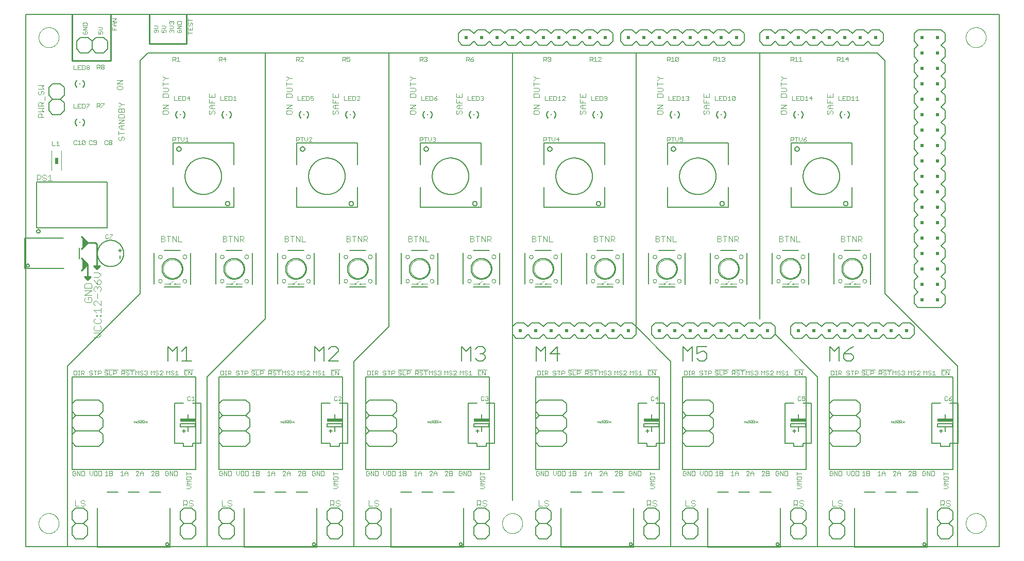
<source format=gto>
G75*
%MOIN*%
%OFA0B0*%
%FSLAX25Y25*%
%IPPOS*%
%LPD*%
%AMOC8*
5,1,8,0,0,1.08239X$1,22.5*
%
%ADD10C,0.00600*%
%ADD11C,0.00300*%
%ADD12C,0.00800*%
%ADD13C,0.00400*%
%ADD14C,0.01000*%
%ADD15C,0.00200*%
%ADD16R,0.10000X0.02000*%
%ADD17C,0.00500*%
%ADD18C,0.00315*%
%ADD19R,0.02000X0.02000*%
%ADD20C,0.00040*%
%ADD21R,0.00787X0.00787*%
%ADD22R,0.00984X0.00591*%
%ADD23C,0.00276*%
%ADD24R,0.02363X0.04331*%
%ADD25C,0.00000*%
D10*
X0047595Y0011551D02*
X0677595Y0011551D01*
X0677595Y0356551D01*
X0047595Y0356551D01*
X0047595Y0011551D01*
X0074595Y0011551D02*
X0074595Y0128551D01*
X0121595Y0175551D01*
X0121595Y0326551D01*
X0126595Y0331551D01*
X0202595Y0331551D01*
X0202595Y0159051D01*
X0165095Y0121551D01*
X0165095Y0011551D01*
X0157595Y0019051D02*
X0155095Y0016551D01*
X0150095Y0016551D01*
X0147595Y0019051D01*
X0147595Y0024051D01*
X0150095Y0026551D01*
X0147595Y0029051D01*
X0147595Y0034051D01*
X0150095Y0036551D01*
X0155095Y0036551D01*
X0157595Y0034051D01*
X0157595Y0029051D01*
X0155095Y0026551D01*
X0157595Y0024051D01*
X0157595Y0019051D01*
X0155095Y0026551D02*
X0150095Y0026551D01*
X0172595Y0024051D02*
X0172595Y0019051D01*
X0175095Y0016551D01*
X0180095Y0016551D01*
X0182595Y0019051D01*
X0182595Y0024051D01*
X0180095Y0026551D01*
X0175095Y0026551D01*
X0172595Y0024051D01*
X0175095Y0026551D02*
X0172595Y0029051D01*
X0172595Y0034051D01*
X0175095Y0036551D01*
X0180095Y0036551D01*
X0182595Y0034051D01*
X0182595Y0029051D01*
X0180095Y0026551D01*
X0242595Y0024051D02*
X0242595Y0019051D01*
X0245095Y0016551D01*
X0250095Y0016551D01*
X0252595Y0019051D01*
X0252595Y0024051D01*
X0250095Y0026551D01*
X0245095Y0026551D01*
X0242595Y0024051D01*
X0245095Y0026551D02*
X0242595Y0029051D01*
X0242595Y0034051D01*
X0245095Y0036551D01*
X0250095Y0036551D01*
X0252595Y0034051D01*
X0252595Y0029051D01*
X0250095Y0026551D01*
X0267595Y0024051D02*
X0267595Y0019051D01*
X0270095Y0016551D01*
X0275095Y0016551D01*
X0277595Y0019051D01*
X0277595Y0024051D01*
X0275095Y0026551D01*
X0270095Y0026551D01*
X0267595Y0024051D01*
X0270095Y0026551D02*
X0267595Y0029051D01*
X0267595Y0034051D01*
X0270095Y0036551D01*
X0275095Y0036551D01*
X0277595Y0034051D01*
X0277595Y0029051D01*
X0275095Y0026551D01*
X0260095Y0011551D02*
X0260095Y0131551D01*
X0282595Y0154051D01*
X0282595Y0331551D01*
X0362595Y0331551D01*
X0362595Y0041551D01*
X0347595Y0034051D02*
X0345095Y0036551D01*
X0340095Y0036551D01*
X0337595Y0034051D01*
X0337595Y0029051D01*
X0340095Y0026551D01*
X0337595Y0024051D01*
X0337595Y0019051D01*
X0340095Y0016551D01*
X0345095Y0016551D01*
X0347595Y0019051D01*
X0347595Y0024051D01*
X0345095Y0026551D01*
X0340095Y0026551D01*
X0345095Y0026551D02*
X0347595Y0029051D01*
X0347595Y0034051D01*
X0377595Y0034051D02*
X0377595Y0029051D01*
X0380095Y0026551D01*
X0377595Y0024051D01*
X0377595Y0019051D01*
X0380095Y0016551D01*
X0385095Y0016551D01*
X0387595Y0019051D01*
X0387595Y0024051D01*
X0385095Y0026551D01*
X0380095Y0026551D01*
X0385095Y0026551D02*
X0387595Y0029051D01*
X0387595Y0034051D01*
X0385095Y0036551D01*
X0380095Y0036551D01*
X0377595Y0034051D01*
X0447595Y0034051D02*
X0447595Y0029051D01*
X0450095Y0026551D01*
X0447595Y0024051D01*
X0447595Y0019051D01*
X0450095Y0016551D01*
X0455095Y0016551D01*
X0457595Y0019051D01*
X0457595Y0024051D01*
X0455095Y0026551D01*
X0450095Y0026551D01*
X0455095Y0026551D02*
X0457595Y0029051D01*
X0457595Y0034051D01*
X0455095Y0036551D01*
X0450095Y0036551D01*
X0447595Y0034051D01*
X0472595Y0034051D02*
X0472595Y0029051D01*
X0475095Y0026551D01*
X0472595Y0024051D01*
X0472595Y0019051D01*
X0475095Y0016551D01*
X0480095Y0016551D01*
X0482595Y0019051D01*
X0482595Y0024051D01*
X0480095Y0026551D01*
X0475095Y0026551D01*
X0480095Y0026551D02*
X0482595Y0029051D01*
X0482595Y0034051D01*
X0480095Y0036551D01*
X0475095Y0036551D01*
X0472595Y0034051D01*
X0465095Y0011551D02*
X0465095Y0131551D01*
X0442595Y0154051D01*
X0442595Y0331551D01*
X0522595Y0331551D01*
X0522595Y0159051D01*
X0532595Y0149051D02*
X0560095Y0121551D01*
X0560095Y0011551D01*
X0552595Y0019051D02*
X0550095Y0016551D01*
X0545095Y0016551D01*
X0542595Y0019051D01*
X0542595Y0024051D01*
X0545095Y0026551D01*
X0542595Y0029051D01*
X0542595Y0034051D01*
X0545095Y0036551D01*
X0550095Y0036551D01*
X0552595Y0034051D01*
X0552595Y0029051D01*
X0550095Y0026551D01*
X0552595Y0024051D01*
X0552595Y0019051D01*
X0550095Y0026551D02*
X0545095Y0026551D01*
X0567595Y0024051D02*
X0567595Y0019051D01*
X0570095Y0016551D01*
X0575095Y0016551D01*
X0577595Y0019051D01*
X0577595Y0024051D01*
X0575095Y0026551D01*
X0570095Y0026551D01*
X0567595Y0024051D01*
X0570095Y0026551D02*
X0567595Y0029051D01*
X0567595Y0034051D01*
X0570095Y0036551D01*
X0575095Y0036551D01*
X0577595Y0034051D01*
X0577595Y0029051D01*
X0575095Y0026551D01*
X0637595Y0024051D02*
X0637595Y0019051D01*
X0640095Y0016551D01*
X0645095Y0016551D01*
X0647595Y0019051D01*
X0647595Y0024051D01*
X0645095Y0026551D01*
X0640095Y0026551D01*
X0637595Y0024051D01*
X0640095Y0026551D02*
X0637595Y0029051D01*
X0637595Y0034051D01*
X0640095Y0036551D01*
X0645095Y0036551D01*
X0647595Y0034051D01*
X0647595Y0029051D01*
X0645095Y0026551D01*
X0650595Y0011551D02*
X0650595Y0128551D01*
X0603595Y0175551D01*
X0603595Y0326551D01*
X0598595Y0331551D01*
X0522595Y0331551D01*
X0442595Y0331551D02*
X0362595Y0331551D01*
X0282595Y0331551D02*
X0202595Y0331551D01*
X0100595Y0334051D02*
X0098095Y0331551D01*
X0093095Y0331551D01*
X0090595Y0334051D01*
X0088095Y0331551D01*
X0083095Y0331551D01*
X0080595Y0334051D01*
X0080595Y0339051D01*
X0083095Y0341551D01*
X0088095Y0341551D01*
X0090595Y0339051D01*
X0093095Y0341551D01*
X0098095Y0341551D01*
X0100595Y0339051D01*
X0100595Y0334051D01*
X0090595Y0334051D02*
X0090595Y0339051D01*
X0070095Y0311551D02*
X0065095Y0311551D01*
X0062595Y0309051D01*
X0062595Y0304051D01*
X0065095Y0301551D01*
X0070095Y0301551D01*
X0072595Y0304051D01*
X0072595Y0309051D01*
X0070095Y0311551D01*
X0070095Y0301551D02*
X0072595Y0299051D01*
X0072595Y0294051D01*
X0070095Y0291551D01*
X0065095Y0291551D01*
X0062595Y0294051D01*
X0062595Y0299051D01*
X0065095Y0301551D01*
X0108595Y0204551D02*
X0108595Y0202551D01*
X0107595Y0203551D02*
X0109595Y0203551D01*
X0108595Y0200051D02*
X0108595Y0198051D01*
X0094095Y0201551D02*
X0094098Y0201760D01*
X0094105Y0201968D01*
X0094118Y0202176D01*
X0094136Y0202384D01*
X0094159Y0202591D01*
X0094187Y0202798D01*
X0094220Y0203004D01*
X0094258Y0203209D01*
X0094302Y0203413D01*
X0094350Y0203616D01*
X0094403Y0203818D01*
X0094461Y0204018D01*
X0094524Y0204217D01*
X0094592Y0204415D01*
X0094665Y0204610D01*
X0094742Y0204804D01*
X0094824Y0204996D01*
X0094911Y0205185D01*
X0095003Y0205373D01*
X0095099Y0205558D01*
X0095199Y0205741D01*
X0095304Y0205921D01*
X0095414Y0206098D01*
X0095528Y0206273D01*
X0095646Y0206445D01*
X0095768Y0206614D01*
X0095894Y0206780D01*
X0096024Y0206943D01*
X0096159Y0207103D01*
X0096297Y0207259D01*
X0096439Y0207412D01*
X0096585Y0207561D01*
X0096734Y0207707D01*
X0096887Y0207849D01*
X0097043Y0207987D01*
X0097203Y0208122D01*
X0097366Y0208252D01*
X0097532Y0208378D01*
X0097701Y0208500D01*
X0097873Y0208618D01*
X0098048Y0208732D01*
X0098225Y0208842D01*
X0098405Y0208947D01*
X0098588Y0209047D01*
X0098773Y0209143D01*
X0098961Y0209235D01*
X0099150Y0209322D01*
X0099342Y0209404D01*
X0099536Y0209481D01*
X0099731Y0209554D01*
X0099929Y0209622D01*
X0100128Y0209685D01*
X0100328Y0209743D01*
X0100530Y0209796D01*
X0100733Y0209844D01*
X0100937Y0209888D01*
X0101142Y0209926D01*
X0101348Y0209959D01*
X0101555Y0209987D01*
X0101762Y0210010D01*
X0101970Y0210028D01*
X0102178Y0210041D01*
X0102386Y0210048D01*
X0102595Y0210051D01*
X0102804Y0210048D01*
X0103012Y0210041D01*
X0103220Y0210028D01*
X0103428Y0210010D01*
X0103635Y0209987D01*
X0103842Y0209959D01*
X0104048Y0209926D01*
X0104253Y0209888D01*
X0104457Y0209844D01*
X0104660Y0209796D01*
X0104862Y0209743D01*
X0105062Y0209685D01*
X0105261Y0209622D01*
X0105459Y0209554D01*
X0105654Y0209481D01*
X0105848Y0209404D01*
X0106040Y0209322D01*
X0106229Y0209235D01*
X0106417Y0209143D01*
X0106602Y0209047D01*
X0106785Y0208947D01*
X0106965Y0208842D01*
X0107142Y0208732D01*
X0107317Y0208618D01*
X0107489Y0208500D01*
X0107658Y0208378D01*
X0107824Y0208252D01*
X0107987Y0208122D01*
X0108147Y0207987D01*
X0108303Y0207849D01*
X0108456Y0207707D01*
X0108605Y0207561D01*
X0108751Y0207412D01*
X0108893Y0207259D01*
X0109031Y0207103D01*
X0109166Y0206943D01*
X0109296Y0206780D01*
X0109422Y0206614D01*
X0109544Y0206445D01*
X0109662Y0206273D01*
X0109776Y0206098D01*
X0109886Y0205921D01*
X0109991Y0205741D01*
X0110091Y0205558D01*
X0110187Y0205373D01*
X0110279Y0205185D01*
X0110366Y0204996D01*
X0110448Y0204804D01*
X0110525Y0204610D01*
X0110598Y0204415D01*
X0110666Y0204217D01*
X0110729Y0204018D01*
X0110787Y0203818D01*
X0110840Y0203616D01*
X0110888Y0203413D01*
X0110932Y0203209D01*
X0110970Y0203004D01*
X0111003Y0202798D01*
X0111031Y0202591D01*
X0111054Y0202384D01*
X0111072Y0202176D01*
X0111085Y0201968D01*
X0111092Y0201760D01*
X0111095Y0201551D01*
X0111092Y0201342D01*
X0111085Y0201134D01*
X0111072Y0200926D01*
X0111054Y0200718D01*
X0111031Y0200511D01*
X0111003Y0200304D01*
X0110970Y0200098D01*
X0110932Y0199893D01*
X0110888Y0199689D01*
X0110840Y0199486D01*
X0110787Y0199284D01*
X0110729Y0199084D01*
X0110666Y0198885D01*
X0110598Y0198687D01*
X0110525Y0198492D01*
X0110448Y0198298D01*
X0110366Y0198106D01*
X0110279Y0197917D01*
X0110187Y0197729D01*
X0110091Y0197544D01*
X0109991Y0197361D01*
X0109886Y0197181D01*
X0109776Y0197004D01*
X0109662Y0196829D01*
X0109544Y0196657D01*
X0109422Y0196488D01*
X0109296Y0196322D01*
X0109166Y0196159D01*
X0109031Y0195999D01*
X0108893Y0195843D01*
X0108751Y0195690D01*
X0108605Y0195541D01*
X0108456Y0195395D01*
X0108303Y0195253D01*
X0108147Y0195115D01*
X0107987Y0194980D01*
X0107824Y0194850D01*
X0107658Y0194724D01*
X0107489Y0194602D01*
X0107317Y0194484D01*
X0107142Y0194370D01*
X0106965Y0194260D01*
X0106785Y0194155D01*
X0106602Y0194055D01*
X0106417Y0193959D01*
X0106229Y0193867D01*
X0106040Y0193780D01*
X0105848Y0193698D01*
X0105654Y0193621D01*
X0105459Y0193548D01*
X0105261Y0193480D01*
X0105062Y0193417D01*
X0104862Y0193359D01*
X0104660Y0193306D01*
X0104457Y0193258D01*
X0104253Y0193214D01*
X0104048Y0193176D01*
X0103842Y0193143D01*
X0103635Y0193115D01*
X0103428Y0193092D01*
X0103220Y0193074D01*
X0103012Y0193061D01*
X0102804Y0193054D01*
X0102595Y0193051D01*
X0102386Y0193054D01*
X0102178Y0193061D01*
X0101970Y0193074D01*
X0101762Y0193092D01*
X0101555Y0193115D01*
X0101348Y0193143D01*
X0101142Y0193176D01*
X0100937Y0193214D01*
X0100733Y0193258D01*
X0100530Y0193306D01*
X0100328Y0193359D01*
X0100128Y0193417D01*
X0099929Y0193480D01*
X0099731Y0193548D01*
X0099536Y0193621D01*
X0099342Y0193698D01*
X0099150Y0193780D01*
X0098961Y0193867D01*
X0098773Y0193959D01*
X0098588Y0194055D01*
X0098405Y0194155D01*
X0098225Y0194260D01*
X0098048Y0194370D01*
X0097873Y0194484D01*
X0097701Y0194602D01*
X0097532Y0194724D01*
X0097366Y0194850D01*
X0097203Y0194980D01*
X0097043Y0195115D01*
X0096887Y0195253D01*
X0096734Y0195395D01*
X0096585Y0195541D01*
X0096439Y0195690D01*
X0096297Y0195843D01*
X0096159Y0195999D01*
X0096024Y0196159D01*
X0095894Y0196322D01*
X0095768Y0196488D01*
X0095646Y0196657D01*
X0095528Y0196829D01*
X0095414Y0197004D01*
X0095304Y0197181D01*
X0095199Y0197361D01*
X0095099Y0197544D01*
X0095003Y0197729D01*
X0094911Y0197917D01*
X0094824Y0198106D01*
X0094742Y0198298D01*
X0094665Y0198492D01*
X0094592Y0198687D01*
X0094524Y0198885D01*
X0094461Y0199084D01*
X0094403Y0199284D01*
X0094350Y0199486D01*
X0094302Y0199689D01*
X0094258Y0199893D01*
X0094220Y0200098D01*
X0094187Y0200304D01*
X0094159Y0200511D01*
X0094136Y0200718D01*
X0094118Y0200926D01*
X0094105Y0201134D01*
X0094098Y0201342D01*
X0094095Y0201551D01*
X0095095Y0106551D02*
X0080095Y0106551D01*
X0077595Y0104051D01*
X0077595Y0099051D01*
X0080095Y0096551D01*
X0095095Y0096551D01*
X0097595Y0094051D01*
X0097595Y0089051D01*
X0095095Y0086551D01*
X0097595Y0084051D01*
X0097595Y0079051D01*
X0095095Y0076551D01*
X0080095Y0076551D01*
X0077595Y0079051D01*
X0077595Y0084051D01*
X0080095Y0086551D01*
X0095095Y0086551D01*
X0095095Y0096551D02*
X0097595Y0099051D01*
X0097595Y0104051D01*
X0095095Y0106551D01*
X0080095Y0096551D02*
X0077595Y0094051D01*
X0077595Y0089051D01*
X0080095Y0086551D01*
X0144095Y0078551D02*
X0149595Y0078551D01*
X0149595Y0076551D01*
X0155595Y0076551D01*
X0155595Y0078551D01*
X0161095Y0078551D01*
X0161095Y0104551D01*
X0155595Y0104551D01*
X0149595Y0104551D02*
X0144095Y0104551D01*
X0144095Y0078551D01*
X0150095Y0085551D02*
X0150095Y0087551D01*
X0149095Y0086551D02*
X0151095Y0086551D01*
X0152595Y0086051D02*
X0152595Y0089051D01*
X0147795Y0089051D01*
X0147795Y0091051D01*
X0157395Y0091051D01*
X0157395Y0089051D01*
X0152595Y0089051D01*
X0152595Y0094051D02*
X0152595Y0097051D01*
X0172595Y0099051D02*
X0175095Y0096551D01*
X0190095Y0096551D01*
X0192595Y0094051D01*
X0192595Y0089051D01*
X0190095Y0086551D01*
X0192595Y0084051D01*
X0192595Y0079051D01*
X0190095Y0076551D01*
X0175095Y0076551D01*
X0172595Y0079051D01*
X0172595Y0084051D01*
X0175095Y0086551D01*
X0190095Y0086551D01*
X0190095Y0096551D02*
X0192595Y0099051D01*
X0192595Y0104051D01*
X0190095Y0106551D01*
X0175095Y0106551D01*
X0172595Y0104051D01*
X0172595Y0099051D01*
X0175095Y0096551D02*
X0172595Y0094051D01*
X0172595Y0089051D01*
X0175095Y0086551D01*
X0239095Y0078551D02*
X0244595Y0078551D01*
X0244595Y0076551D01*
X0250595Y0076551D01*
X0250595Y0078551D01*
X0256095Y0078551D01*
X0256095Y0104551D01*
X0250595Y0104551D01*
X0244595Y0104551D02*
X0239095Y0104551D01*
X0239095Y0078551D01*
X0245095Y0085551D02*
X0245095Y0087551D01*
X0244095Y0086551D02*
X0246095Y0086551D01*
X0247595Y0086051D02*
X0247595Y0089051D01*
X0242795Y0089051D01*
X0242795Y0091051D01*
X0252395Y0091051D01*
X0252395Y0089051D01*
X0247595Y0089051D01*
X0247595Y0094051D02*
X0247595Y0097051D01*
X0267595Y0099051D02*
X0270095Y0096551D01*
X0285095Y0096551D01*
X0287595Y0094051D01*
X0287595Y0089051D01*
X0285095Y0086551D01*
X0287595Y0084051D01*
X0287595Y0079051D01*
X0285095Y0076551D01*
X0270095Y0076551D01*
X0267595Y0079051D01*
X0267595Y0084051D01*
X0270095Y0086551D01*
X0285095Y0086551D01*
X0270095Y0086551D02*
X0267595Y0089051D01*
X0267595Y0094051D01*
X0270095Y0096551D01*
X0267595Y0099051D02*
X0267595Y0104051D01*
X0270095Y0106551D01*
X0285095Y0106551D01*
X0287595Y0104051D01*
X0287595Y0099051D01*
X0285095Y0096551D01*
X0334095Y0104551D02*
X0334095Y0078551D01*
X0339595Y0078551D01*
X0339595Y0076551D01*
X0345595Y0076551D01*
X0345595Y0078551D01*
X0351095Y0078551D01*
X0351095Y0104551D01*
X0345595Y0104551D01*
X0339595Y0104551D02*
X0334095Y0104551D01*
X0342595Y0097051D02*
X0342595Y0094051D01*
X0342595Y0089051D02*
X0337795Y0089051D01*
X0337795Y0091051D01*
X0347395Y0091051D01*
X0347395Y0089051D01*
X0342595Y0089051D01*
X0342595Y0086051D01*
X0341095Y0086551D02*
X0339095Y0086551D01*
X0340095Y0085551D02*
X0340095Y0087551D01*
X0377595Y0089051D02*
X0380095Y0086551D01*
X0377595Y0084051D01*
X0377595Y0079051D01*
X0380095Y0076551D01*
X0395095Y0076551D01*
X0397595Y0079051D01*
X0397595Y0084051D01*
X0395095Y0086551D01*
X0380095Y0086551D01*
X0377595Y0089051D02*
X0377595Y0094051D01*
X0380095Y0096551D01*
X0395095Y0096551D01*
X0397595Y0094051D01*
X0397595Y0089051D01*
X0395095Y0086551D01*
X0395095Y0096551D02*
X0397595Y0099051D01*
X0397595Y0104051D01*
X0395095Y0106551D01*
X0380095Y0106551D01*
X0377595Y0104051D01*
X0377595Y0099051D01*
X0380095Y0096551D01*
X0444095Y0104551D02*
X0444095Y0078551D01*
X0449595Y0078551D01*
X0449595Y0076551D01*
X0455595Y0076551D01*
X0455595Y0078551D01*
X0461095Y0078551D01*
X0461095Y0104551D01*
X0455595Y0104551D01*
X0449595Y0104551D02*
X0444095Y0104551D01*
X0452595Y0097051D02*
X0452595Y0094051D01*
X0452595Y0089051D02*
X0447795Y0089051D01*
X0447795Y0091051D01*
X0457395Y0091051D01*
X0457395Y0089051D01*
X0452595Y0089051D01*
X0452595Y0086051D01*
X0451095Y0086551D02*
X0449095Y0086551D01*
X0450095Y0085551D02*
X0450095Y0087551D01*
X0472595Y0089051D02*
X0475095Y0086551D01*
X0472595Y0084051D01*
X0472595Y0079051D01*
X0475095Y0076551D01*
X0490095Y0076551D01*
X0492595Y0079051D01*
X0492595Y0084051D01*
X0490095Y0086551D01*
X0475095Y0086551D01*
X0472595Y0089051D02*
X0472595Y0094051D01*
X0475095Y0096551D01*
X0490095Y0096551D01*
X0492595Y0094051D01*
X0492595Y0089051D01*
X0490095Y0086551D01*
X0490095Y0096551D02*
X0492595Y0099051D01*
X0492595Y0104051D01*
X0490095Y0106551D01*
X0475095Y0106551D01*
X0472595Y0104051D01*
X0472595Y0099051D01*
X0475095Y0096551D01*
X0539095Y0104551D02*
X0539095Y0078551D01*
X0544595Y0078551D01*
X0544595Y0076551D01*
X0550595Y0076551D01*
X0550595Y0078551D01*
X0556095Y0078551D01*
X0556095Y0104551D01*
X0550595Y0104551D01*
X0544595Y0104551D02*
X0539095Y0104551D01*
X0547595Y0097051D02*
X0547595Y0094051D01*
X0547595Y0089051D02*
X0542795Y0089051D01*
X0542795Y0091051D01*
X0552395Y0091051D01*
X0552395Y0089051D01*
X0547595Y0089051D01*
X0547595Y0086051D01*
X0546095Y0086551D02*
X0544095Y0086551D01*
X0545095Y0085551D02*
X0545095Y0087551D01*
X0567595Y0089051D02*
X0570095Y0086551D01*
X0567595Y0084051D01*
X0567595Y0079051D01*
X0570095Y0076551D01*
X0585095Y0076551D01*
X0587595Y0079051D01*
X0587595Y0084051D01*
X0585095Y0086551D01*
X0570095Y0086551D01*
X0567595Y0089051D02*
X0567595Y0094051D01*
X0570095Y0096551D01*
X0585095Y0096551D01*
X0587595Y0094051D01*
X0587595Y0089051D01*
X0585095Y0086551D01*
X0585095Y0096551D02*
X0587595Y0099051D01*
X0587595Y0104051D01*
X0585095Y0106551D01*
X0570095Y0106551D01*
X0567595Y0104051D01*
X0567595Y0099051D01*
X0570095Y0096551D01*
X0634095Y0104551D02*
X0634095Y0078551D01*
X0639595Y0078551D01*
X0639595Y0076551D01*
X0645595Y0076551D01*
X0645595Y0078551D01*
X0651095Y0078551D01*
X0651095Y0104551D01*
X0645595Y0104551D01*
X0639595Y0104551D02*
X0634095Y0104551D01*
X0642595Y0097051D02*
X0642595Y0094051D01*
X0642595Y0089051D02*
X0637795Y0089051D01*
X0637795Y0091051D01*
X0647395Y0091051D01*
X0647395Y0089051D01*
X0642595Y0089051D01*
X0642595Y0086051D01*
X0641095Y0086551D02*
X0639095Y0086551D01*
X0640095Y0085551D02*
X0640095Y0087551D01*
X0087595Y0034051D02*
X0087595Y0029051D01*
X0085095Y0026551D01*
X0087595Y0024051D01*
X0087595Y0019051D01*
X0085095Y0016551D01*
X0080095Y0016551D01*
X0077595Y0019051D01*
X0077595Y0024051D01*
X0080095Y0026551D01*
X0077595Y0029051D01*
X0077595Y0034051D01*
X0080095Y0036551D01*
X0085095Y0036551D01*
X0087595Y0034051D01*
X0085095Y0026551D02*
X0080095Y0026551D01*
D11*
X0079745Y0037701D02*
X0082214Y0037701D01*
X0083428Y0038318D02*
X0084045Y0037701D01*
X0085280Y0037701D01*
X0085897Y0038318D01*
X0085897Y0038936D01*
X0085280Y0039553D01*
X0084045Y0039553D01*
X0083428Y0040170D01*
X0083428Y0040787D01*
X0084045Y0041404D01*
X0085280Y0041404D01*
X0085897Y0040787D01*
X0079745Y0041404D02*
X0079745Y0037701D01*
X0079471Y0057552D02*
X0079946Y0058027D01*
X0079946Y0058978D01*
X0078995Y0058978D01*
X0078045Y0059928D02*
X0078045Y0058027D01*
X0078520Y0057552D01*
X0079471Y0057552D01*
X0080945Y0057552D02*
X0080945Y0060404D01*
X0082846Y0057552D01*
X0082846Y0060404D01*
X0083845Y0060404D02*
X0085271Y0060404D01*
X0085746Y0059928D01*
X0085746Y0058027D01*
X0085271Y0057552D01*
X0083845Y0057552D01*
X0083845Y0060404D01*
X0079946Y0059928D02*
X0079471Y0060404D01*
X0078520Y0060404D01*
X0078045Y0059928D01*
X0089045Y0060404D02*
X0089045Y0058502D01*
X0089995Y0057552D01*
X0090946Y0058502D01*
X0090946Y0060404D01*
X0091945Y0060404D02*
X0093371Y0060404D01*
X0093846Y0059928D01*
X0093846Y0058027D01*
X0093371Y0057552D01*
X0091945Y0057552D01*
X0091945Y0060404D01*
X0094845Y0060404D02*
X0096271Y0060404D01*
X0096746Y0059928D01*
X0096746Y0058027D01*
X0096271Y0057552D01*
X0094845Y0057552D01*
X0094845Y0060404D01*
X0098945Y0059453D02*
X0099896Y0060404D01*
X0099896Y0057552D01*
X0100846Y0057552D02*
X0098945Y0057552D01*
X0101845Y0057552D02*
X0101845Y0060404D01*
X0103271Y0060404D01*
X0103746Y0059928D01*
X0103746Y0059453D01*
X0103271Y0058978D01*
X0101845Y0058978D01*
X0103271Y0058978D02*
X0103746Y0058502D01*
X0103746Y0058027D01*
X0103271Y0057552D01*
X0101845Y0057552D01*
X0108945Y0057552D02*
X0110846Y0057552D01*
X0109896Y0057552D02*
X0109896Y0060404D01*
X0108945Y0059453D01*
X0111845Y0059453D02*
X0112796Y0060404D01*
X0113746Y0059453D01*
X0113746Y0057552D01*
X0113746Y0058978D02*
X0111845Y0058978D01*
X0111845Y0059453D02*
X0111845Y0057552D01*
X0118945Y0057552D02*
X0120846Y0059453D01*
X0120846Y0059928D01*
X0120371Y0060404D01*
X0119420Y0060404D01*
X0118945Y0059928D01*
X0118945Y0057552D02*
X0120846Y0057552D01*
X0121845Y0057552D02*
X0121845Y0059453D01*
X0122796Y0060404D01*
X0123746Y0059453D01*
X0123746Y0057552D01*
X0123746Y0058978D02*
X0121845Y0058978D01*
X0128945Y0059928D02*
X0129420Y0060404D01*
X0130371Y0060404D01*
X0130846Y0059928D01*
X0130846Y0059453D01*
X0128945Y0057552D01*
X0130846Y0057552D01*
X0131845Y0057552D02*
X0133271Y0057552D01*
X0133746Y0058027D01*
X0133746Y0058502D01*
X0133271Y0058978D01*
X0131845Y0058978D01*
X0131845Y0057552D02*
X0131845Y0060404D01*
X0133271Y0060404D01*
X0133746Y0059928D01*
X0133746Y0059453D01*
X0133271Y0058978D01*
X0138045Y0059928D02*
X0138045Y0058027D01*
X0138520Y0057552D01*
X0139471Y0057552D01*
X0139946Y0058027D01*
X0139946Y0058978D01*
X0138995Y0058978D01*
X0138045Y0059928D02*
X0138520Y0060404D01*
X0139471Y0060404D01*
X0139946Y0059928D01*
X0140945Y0060404D02*
X0142846Y0057552D01*
X0142846Y0060404D01*
X0143845Y0060404D02*
X0145271Y0060404D01*
X0145746Y0059928D01*
X0145746Y0058027D01*
X0145271Y0057552D01*
X0143845Y0057552D01*
X0143845Y0060404D01*
X0140945Y0060404D02*
X0140945Y0057552D01*
X0151743Y0057801D02*
X0151743Y0059702D01*
X0151743Y0058752D02*
X0154595Y0058752D01*
X0154119Y0056802D02*
X0152218Y0056802D01*
X0151743Y0056327D01*
X0151743Y0055376D01*
X0152218Y0054901D01*
X0154119Y0054901D01*
X0154595Y0055376D01*
X0154595Y0056327D01*
X0154119Y0056802D01*
X0154595Y0053902D02*
X0151743Y0053902D01*
X0152693Y0052952D01*
X0151743Y0052001D01*
X0154595Y0052001D01*
X0153644Y0051002D02*
X0151743Y0051002D01*
X0153644Y0051002D02*
X0154595Y0050051D01*
X0153644Y0049101D01*
X0151743Y0049101D01*
X0151597Y0041404D02*
X0152214Y0040787D01*
X0152214Y0039553D01*
X0151597Y0038936D01*
X0149745Y0038936D01*
X0150980Y0038936D02*
X0152214Y0037701D01*
X0153428Y0038318D02*
X0154045Y0037701D01*
X0155280Y0037701D01*
X0155897Y0038318D01*
X0155897Y0038936D01*
X0155280Y0039553D01*
X0154045Y0039553D01*
X0153428Y0040170D01*
X0153428Y0040787D01*
X0154045Y0041404D01*
X0155280Y0041404D01*
X0155897Y0040787D01*
X0151597Y0041404D02*
X0149745Y0041404D01*
X0149745Y0037701D01*
X0174745Y0037701D02*
X0177214Y0037701D01*
X0178428Y0038318D02*
X0179045Y0037701D01*
X0180280Y0037701D01*
X0180897Y0038318D01*
X0180897Y0038936D01*
X0180280Y0039553D01*
X0179045Y0039553D01*
X0178428Y0040170D01*
X0178428Y0040787D01*
X0179045Y0041404D01*
X0180280Y0041404D01*
X0180897Y0040787D01*
X0174745Y0041404D02*
X0174745Y0037701D01*
X0174471Y0057552D02*
X0174946Y0058027D01*
X0174946Y0058978D01*
X0173995Y0058978D01*
X0173045Y0059928D02*
X0173045Y0058027D01*
X0173520Y0057552D01*
X0174471Y0057552D01*
X0175945Y0057552D02*
X0175945Y0060404D01*
X0177846Y0057552D01*
X0177846Y0060404D01*
X0178845Y0060404D02*
X0180271Y0060404D01*
X0180746Y0059928D01*
X0180746Y0058027D01*
X0180271Y0057552D01*
X0178845Y0057552D01*
X0178845Y0060404D01*
X0174946Y0059928D02*
X0174471Y0060404D01*
X0173520Y0060404D01*
X0173045Y0059928D01*
X0184045Y0060404D02*
X0184045Y0058502D01*
X0184995Y0057552D01*
X0185946Y0058502D01*
X0185946Y0060404D01*
X0186945Y0060404D02*
X0188371Y0060404D01*
X0188846Y0059928D01*
X0188846Y0058027D01*
X0188371Y0057552D01*
X0186945Y0057552D01*
X0186945Y0060404D01*
X0189845Y0060404D02*
X0191271Y0060404D01*
X0191746Y0059928D01*
X0191746Y0058027D01*
X0191271Y0057552D01*
X0189845Y0057552D01*
X0189845Y0060404D01*
X0193945Y0059453D02*
X0194896Y0060404D01*
X0194896Y0057552D01*
X0195846Y0057552D02*
X0193945Y0057552D01*
X0196845Y0057552D02*
X0198271Y0057552D01*
X0198746Y0058027D01*
X0198746Y0058502D01*
X0198271Y0058978D01*
X0196845Y0058978D01*
X0196845Y0057552D02*
X0196845Y0060404D01*
X0198271Y0060404D01*
X0198746Y0059928D01*
X0198746Y0059453D01*
X0198271Y0058978D01*
X0203945Y0059453D02*
X0204896Y0060404D01*
X0204896Y0057552D01*
X0205846Y0057552D02*
X0203945Y0057552D01*
X0206845Y0057552D02*
X0206845Y0059453D01*
X0207796Y0060404D01*
X0208746Y0059453D01*
X0208746Y0057552D01*
X0208746Y0058978D02*
X0206845Y0058978D01*
X0213945Y0059928D02*
X0214420Y0060404D01*
X0215371Y0060404D01*
X0215846Y0059928D01*
X0215846Y0059453D01*
X0213945Y0057552D01*
X0215846Y0057552D01*
X0216845Y0057552D02*
X0216845Y0059453D01*
X0217796Y0060404D01*
X0218746Y0059453D01*
X0218746Y0057552D01*
X0218746Y0058978D02*
X0216845Y0058978D01*
X0223945Y0059928D02*
X0224420Y0060404D01*
X0225371Y0060404D01*
X0225846Y0059928D01*
X0225846Y0059453D01*
X0223945Y0057552D01*
X0225846Y0057552D01*
X0226845Y0057552D02*
X0228271Y0057552D01*
X0228746Y0058027D01*
X0228746Y0058502D01*
X0228271Y0058978D01*
X0226845Y0058978D01*
X0226845Y0057552D02*
X0226845Y0060404D01*
X0228271Y0060404D01*
X0228746Y0059928D01*
X0228746Y0059453D01*
X0228271Y0058978D01*
X0233045Y0059928D02*
X0233045Y0058027D01*
X0233520Y0057552D01*
X0234471Y0057552D01*
X0234946Y0058027D01*
X0234946Y0058978D01*
X0233995Y0058978D01*
X0233045Y0059928D02*
X0233520Y0060404D01*
X0234471Y0060404D01*
X0234946Y0059928D01*
X0235945Y0060404D02*
X0237846Y0057552D01*
X0237846Y0060404D01*
X0238845Y0060404D02*
X0240271Y0060404D01*
X0240746Y0059928D01*
X0240746Y0058027D01*
X0240271Y0057552D01*
X0238845Y0057552D01*
X0238845Y0060404D01*
X0235945Y0060404D02*
X0235945Y0057552D01*
X0246743Y0057801D02*
X0246743Y0059702D01*
X0246743Y0058752D02*
X0249595Y0058752D01*
X0249119Y0056802D02*
X0247218Y0056802D01*
X0246743Y0056327D01*
X0246743Y0055376D01*
X0247218Y0054901D01*
X0249119Y0054901D01*
X0249595Y0055376D01*
X0249595Y0056327D01*
X0249119Y0056802D01*
X0249595Y0053902D02*
X0246743Y0053902D01*
X0247693Y0052952D01*
X0246743Y0052001D01*
X0249595Y0052001D01*
X0248644Y0051002D02*
X0246743Y0051002D01*
X0248644Y0051002D02*
X0249595Y0050051D01*
X0248644Y0049101D01*
X0246743Y0049101D01*
X0246597Y0041404D02*
X0247214Y0040787D01*
X0247214Y0039553D01*
X0246597Y0038936D01*
X0244745Y0038936D01*
X0245980Y0038936D02*
X0247214Y0037701D01*
X0248428Y0038318D02*
X0249045Y0037701D01*
X0250280Y0037701D01*
X0250897Y0038318D01*
X0250897Y0038936D01*
X0250280Y0039553D01*
X0249045Y0039553D01*
X0248428Y0040170D01*
X0248428Y0040787D01*
X0249045Y0041404D01*
X0250280Y0041404D01*
X0250897Y0040787D01*
X0246597Y0041404D02*
X0244745Y0041404D01*
X0244745Y0037701D01*
X0269745Y0037701D02*
X0272214Y0037701D01*
X0273428Y0038318D02*
X0274045Y0037701D01*
X0275280Y0037701D01*
X0275897Y0038318D01*
X0275897Y0038936D01*
X0275280Y0039553D01*
X0274045Y0039553D01*
X0273428Y0040170D01*
X0273428Y0040787D01*
X0274045Y0041404D01*
X0275280Y0041404D01*
X0275897Y0040787D01*
X0269745Y0041404D02*
X0269745Y0037701D01*
X0269471Y0057552D02*
X0269946Y0058027D01*
X0269946Y0058978D01*
X0268995Y0058978D01*
X0268045Y0059928D02*
X0268045Y0058027D01*
X0268520Y0057552D01*
X0269471Y0057552D01*
X0270945Y0057552D02*
X0270945Y0060404D01*
X0272846Y0057552D01*
X0272846Y0060404D01*
X0273845Y0060404D02*
X0275271Y0060404D01*
X0275746Y0059928D01*
X0275746Y0058027D01*
X0275271Y0057552D01*
X0273845Y0057552D01*
X0273845Y0060404D01*
X0269946Y0059928D02*
X0269471Y0060404D01*
X0268520Y0060404D01*
X0268045Y0059928D01*
X0279045Y0060404D02*
X0279045Y0058502D01*
X0279995Y0057552D01*
X0280946Y0058502D01*
X0280946Y0060404D01*
X0281945Y0060404D02*
X0283371Y0060404D01*
X0283846Y0059928D01*
X0283846Y0058027D01*
X0283371Y0057552D01*
X0281945Y0057552D01*
X0281945Y0060404D01*
X0284845Y0060404D02*
X0286271Y0060404D01*
X0286746Y0059928D01*
X0286746Y0058027D01*
X0286271Y0057552D01*
X0284845Y0057552D01*
X0284845Y0060404D01*
X0288945Y0059453D02*
X0289896Y0060404D01*
X0289896Y0057552D01*
X0290846Y0057552D02*
X0288945Y0057552D01*
X0291845Y0057552D02*
X0293271Y0057552D01*
X0293746Y0058027D01*
X0293746Y0058502D01*
X0293271Y0058978D01*
X0291845Y0058978D01*
X0291845Y0057552D02*
X0291845Y0060404D01*
X0293271Y0060404D01*
X0293746Y0059928D01*
X0293746Y0059453D01*
X0293271Y0058978D01*
X0298945Y0059453D02*
X0299896Y0060404D01*
X0299896Y0057552D01*
X0300846Y0057552D02*
X0298945Y0057552D01*
X0301845Y0057552D02*
X0301845Y0059453D01*
X0302796Y0060404D01*
X0303746Y0059453D01*
X0303746Y0057552D01*
X0303746Y0058978D02*
X0301845Y0058978D01*
X0308945Y0059928D02*
X0309420Y0060404D01*
X0310371Y0060404D01*
X0310846Y0059928D01*
X0310846Y0059453D01*
X0308945Y0057552D01*
X0310846Y0057552D01*
X0311845Y0057552D02*
X0311845Y0059453D01*
X0312796Y0060404D01*
X0313746Y0059453D01*
X0313746Y0057552D01*
X0313746Y0058978D02*
X0311845Y0058978D01*
X0318945Y0059928D02*
X0319420Y0060404D01*
X0320371Y0060404D01*
X0320846Y0059928D01*
X0320846Y0059453D01*
X0318945Y0057552D01*
X0320846Y0057552D01*
X0321845Y0057552D02*
X0323271Y0057552D01*
X0323746Y0058027D01*
X0323746Y0058502D01*
X0323271Y0058978D01*
X0321845Y0058978D01*
X0321845Y0057552D02*
X0321845Y0060404D01*
X0323271Y0060404D01*
X0323746Y0059928D01*
X0323746Y0059453D01*
X0323271Y0058978D01*
X0328045Y0059928D02*
X0328045Y0058027D01*
X0328520Y0057552D01*
X0329471Y0057552D01*
X0329946Y0058027D01*
X0329946Y0058978D01*
X0328995Y0058978D01*
X0328045Y0059928D02*
X0328520Y0060404D01*
X0329471Y0060404D01*
X0329946Y0059928D01*
X0330945Y0060404D02*
X0332846Y0057552D01*
X0332846Y0060404D01*
X0333845Y0060404D02*
X0335271Y0060404D01*
X0335746Y0059928D01*
X0335746Y0058027D01*
X0335271Y0057552D01*
X0333845Y0057552D01*
X0333845Y0060404D01*
X0330945Y0060404D02*
X0330945Y0057552D01*
X0341743Y0057801D02*
X0341743Y0059702D01*
X0341743Y0058752D02*
X0344595Y0058752D01*
X0344119Y0056802D02*
X0342218Y0056802D01*
X0341743Y0056327D01*
X0341743Y0055376D01*
X0342218Y0054901D01*
X0344119Y0054901D01*
X0344595Y0055376D01*
X0344595Y0056327D01*
X0344119Y0056802D01*
X0344595Y0053902D02*
X0341743Y0053902D01*
X0342693Y0052952D01*
X0341743Y0052001D01*
X0344595Y0052001D01*
X0343644Y0051002D02*
X0341743Y0051002D01*
X0343644Y0051002D02*
X0344595Y0050051D01*
X0343644Y0049101D01*
X0341743Y0049101D01*
X0341597Y0041404D02*
X0342214Y0040787D01*
X0342214Y0039553D01*
X0341597Y0038936D01*
X0339745Y0038936D01*
X0340980Y0038936D02*
X0342214Y0037701D01*
X0343428Y0038318D02*
X0344045Y0037701D01*
X0345280Y0037701D01*
X0345897Y0038318D01*
X0345897Y0038936D01*
X0345280Y0039553D01*
X0344045Y0039553D01*
X0343428Y0040170D01*
X0343428Y0040787D01*
X0344045Y0041404D01*
X0345280Y0041404D01*
X0345897Y0040787D01*
X0341597Y0041404D02*
X0339745Y0041404D01*
X0339745Y0037701D01*
X0379745Y0037701D02*
X0382214Y0037701D01*
X0383428Y0038318D02*
X0384045Y0037701D01*
X0385280Y0037701D01*
X0385897Y0038318D01*
X0385897Y0038936D01*
X0385280Y0039553D01*
X0384045Y0039553D01*
X0383428Y0040170D01*
X0383428Y0040787D01*
X0384045Y0041404D01*
X0385280Y0041404D01*
X0385897Y0040787D01*
X0379745Y0041404D02*
X0379745Y0037701D01*
X0379471Y0057552D02*
X0379946Y0058027D01*
X0379946Y0058978D01*
X0378995Y0058978D01*
X0378045Y0059928D02*
X0378045Y0058027D01*
X0378520Y0057552D01*
X0379471Y0057552D01*
X0380945Y0057552D02*
X0380945Y0060404D01*
X0382846Y0057552D01*
X0382846Y0060404D01*
X0383845Y0060404D02*
X0385271Y0060404D01*
X0385746Y0059928D01*
X0385746Y0058027D01*
X0385271Y0057552D01*
X0383845Y0057552D01*
X0383845Y0060404D01*
X0379946Y0059928D02*
X0379471Y0060404D01*
X0378520Y0060404D01*
X0378045Y0059928D01*
X0389045Y0060404D02*
X0389045Y0058502D01*
X0389995Y0057552D01*
X0390946Y0058502D01*
X0390946Y0060404D01*
X0391945Y0060404D02*
X0393371Y0060404D01*
X0393846Y0059928D01*
X0393846Y0058027D01*
X0393371Y0057552D01*
X0391945Y0057552D01*
X0391945Y0060404D01*
X0394845Y0060404D02*
X0394845Y0057552D01*
X0396271Y0057552D01*
X0396746Y0058027D01*
X0396746Y0059928D01*
X0396271Y0060404D01*
X0394845Y0060404D01*
X0398945Y0059453D02*
X0399896Y0060404D01*
X0399896Y0057552D01*
X0400846Y0057552D02*
X0398945Y0057552D01*
X0401845Y0057552D02*
X0401845Y0060404D01*
X0403271Y0060404D01*
X0403746Y0059928D01*
X0403746Y0059453D01*
X0403271Y0058978D01*
X0401845Y0058978D01*
X0403271Y0058978D02*
X0403746Y0058502D01*
X0403746Y0058027D01*
X0403271Y0057552D01*
X0401845Y0057552D01*
X0408945Y0057552D02*
X0410846Y0057552D01*
X0409896Y0057552D02*
X0409896Y0060404D01*
X0408945Y0059453D01*
X0411845Y0059453D02*
X0412796Y0060404D01*
X0413746Y0059453D01*
X0413746Y0057552D01*
X0413746Y0058978D02*
X0411845Y0058978D01*
X0411845Y0059453D02*
X0411845Y0057552D01*
X0418945Y0057552D02*
X0420846Y0059453D01*
X0420846Y0059928D01*
X0420371Y0060404D01*
X0419420Y0060404D01*
X0418945Y0059928D01*
X0418945Y0057552D02*
X0420846Y0057552D01*
X0421845Y0057552D02*
X0421845Y0059453D01*
X0422796Y0060404D01*
X0423746Y0059453D01*
X0423746Y0057552D01*
X0423746Y0058978D02*
X0421845Y0058978D01*
X0428945Y0059928D02*
X0429420Y0060404D01*
X0430371Y0060404D01*
X0430846Y0059928D01*
X0430846Y0059453D01*
X0428945Y0057552D01*
X0430846Y0057552D01*
X0431845Y0057552D02*
X0433271Y0057552D01*
X0433746Y0058027D01*
X0433746Y0058502D01*
X0433271Y0058978D01*
X0431845Y0058978D01*
X0431845Y0057552D02*
X0431845Y0060404D01*
X0433271Y0060404D01*
X0433746Y0059928D01*
X0433746Y0059453D01*
X0433271Y0058978D01*
X0438045Y0059928D02*
X0438045Y0058027D01*
X0438520Y0057552D01*
X0439471Y0057552D01*
X0439946Y0058027D01*
X0439946Y0058978D01*
X0438995Y0058978D01*
X0438045Y0059928D02*
X0438520Y0060404D01*
X0439471Y0060404D01*
X0439946Y0059928D01*
X0440945Y0060404D02*
X0442846Y0057552D01*
X0442846Y0060404D01*
X0443845Y0060404D02*
X0445271Y0060404D01*
X0445746Y0059928D01*
X0445746Y0058027D01*
X0445271Y0057552D01*
X0443845Y0057552D01*
X0443845Y0060404D01*
X0440945Y0060404D02*
X0440945Y0057552D01*
X0451743Y0057801D02*
X0451743Y0059702D01*
X0451743Y0058752D02*
X0454595Y0058752D01*
X0454119Y0056802D02*
X0452218Y0056802D01*
X0451743Y0056327D01*
X0451743Y0055376D01*
X0452218Y0054901D01*
X0454119Y0054901D01*
X0454595Y0055376D01*
X0454595Y0056327D01*
X0454119Y0056802D01*
X0454595Y0053902D02*
X0451743Y0053902D01*
X0452693Y0052952D01*
X0451743Y0052001D01*
X0454595Y0052001D01*
X0453644Y0051002D02*
X0451743Y0051002D01*
X0453644Y0051002D02*
X0454595Y0050051D01*
X0453644Y0049101D01*
X0451743Y0049101D01*
X0451597Y0041404D02*
X0452214Y0040787D01*
X0452214Y0039553D01*
X0451597Y0038936D01*
X0449745Y0038936D01*
X0450980Y0038936D02*
X0452214Y0037701D01*
X0453428Y0038318D02*
X0454045Y0037701D01*
X0455280Y0037701D01*
X0455897Y0038318D01*
X0455897Y0038936D01*
X0455280Y0039553D01*
X0454045Y0039553D01*
X0453428Y0040170D01*
X0453428Y0040787D01*
X0454045Y0041404D01*
X0455280Y0041404D01*
X0455897Y0040787D01*
X0451597Y0041404D02*
X0449745Y0041404D01*
X0449745Y0037701D01*
X0474745Y0037701D02*
X0477214Y0037701D01*
X0478428Y0038318D02*
X0479045Y0037701D01*
X0480280Y0037701D01*
X0480897Y0038318D01*
X0480897Y0038936D01*
X0480280Y0039553D01*
X0479045Y0039553D01*
X0478428Y0040170D01*
X0478428Y0040787D01*
X0479045Y0041404D01*
X0480280Y0041404D01*
X0480897Y0040787D01*
X0474745Y0041404D02*
X0474745Y0037701D01*
X0474471Y0057552D02*
X0474946Y0058027D01*
X0474946Y0058978D01*
X0473995Y0058978D01*
X0473045Y0059928D02*
X0473045Y0058027D01*
X0473520Y0057552D01*
X0474471Y0057552D01*
X0475945Y0057552D02*
X0475945Y0060404D01*
X0477846Y0057552D01*
X0477846Y0060404D01*
X0478845Y0060404D02*
X0480271Y0060404D01*
X0480746Y0059928D01*
X0480746Y0058027D01*
X0480271Y0057552D01*
X0478845Y0057552D01*
X0478845Y0060404D01*
X0474946Y0059928D02*
X0474471Y0060404D01*
X0473520Y0060404D01*
X0473045Y0059928D01*
X0484045Y0060404D02*
X0484045Y0058502D01*
X0484995Y0057552D01*
X0485946Y0058502D01*
X0485946Y0060404D01*
X0486945Y0060404D02*
X0488371Y0060404D01*
X0488846Y0059928D01*
X0488846Y0058027D01*
X0488371Y0057552D01*
X0486945Y0057552D01*
X0486945Y0060404D01*
X0489845Y0060404D02*
X0489845Y0057552D01*
X0491271Y0057552D01*
X0491746Y0058027D01*
X0491746Y0059928D01*
X0491271Y0060404D01*
X0489845Y0060404D01*
X0493945Y0059453D02*
X0494896Y0060404D01*
X0494896Y0057552D01*
X0495846Y0057552D02*
X0493945Y0057552D01*
X0496845Y0057552D02*
X0496845Y0060404D01*
X0498271Y0060404D01*
X0498746Y0059928D01*
X0498746Y0059453D01*
X0498271Y0058978D01*
X0496845Y0058978D01*
X0498271Y0058978D02*
X0498746Y0058502D01*
X0498746Y0058027D01*
X0498271Y0057552D01*
X0496845Y0057552D01*
X0503945Y0057552D02*
X0505846Y0057552D01*
X0504896Y0057552D02*
X0504896Y0060404D01*
X0503945Y0059453D01*
X0506845Y0059453D02*
X0507796Y0060404D01*
X0508746Y0059453D01*
X0508746Y0057552D01*
X0508746Y0058978D02*
X0506845Y0058978D01*
X0506845Y0059453D02*
X0506845Y0057552D01*
X0513945Y0057552D02*
X0515846Y0059453D01*
X0515846Y0059928D01*
X0515371Y0060404D01*
X0514420Y0060404D01*
X0513945Y0059928D01*
X0513945Y0057552D02*
X0515846Y0057552D01*
X0516845Y0057552D02*
X0516845Y0059453D01*
X0517796Y0060404D01*
X0518746Y0059453D01*
X0518746Y0057552D01*
X0518746Y0058978D02*
X0516845Y0058978D01*
X0523945Y0059928D02*
X0524420Y0060404D01*
X0525371Y0060404D01*
X0525846Y0059928D01*
X0525846Y0059453D01*
X0523945Y0057552D01*
X0525846Y0057552D01*
X0526845Y0057552D02*
X0528271Y0057552D01*
X0528746Y0058027D01*
X0528746Y0058502D01*
X0528271Y0058978D01*
X0526845Y0058978D01*
X0526845Y0057552D02*
X0526845Y0060404D01*
X0528271Y0060404D01*
X0528746Y0059928D01*
X0528746Y0059453D01*
X0528271Y0058978D01*
X0533045Y0059928D02*
X0533045Y0058027D01*
X0533520Y0057552D01*
X0534471Y0057552D01*
X0534946Y0058027D01*
X0534946Y0058978D01*
X0533995Y0058978D01*
X0533045Y0059928D02*
X0533520Y0060404D01*
X0534471Y0060404D01*
X0534946Y0059928D01*
X0535945Y0060404D02*
X0537846Y0057552D01*
X0537846Y0060404D01*
X0538845Y0060404D02*
X0540271Y0060404D01*
X0540746Y0059928D01*
X0540746Y0058027D01*
X0540271Y0057552D01*
X0538845Y0057552D01*
X0538845Y0060404D01*
X0535945Y0060404D02*
X0535945Y0057552D01*
X0546743Y0057801D02*
X0546743Y0059702D01*
X0546743Y0058752D02*
X0549595Y0058752D01*
X0549119Y0056802D02*
X0547218Y0056802D01*
X0546743Y0056327D01*
X0546743Y0055376D01*
X0547218Y0054901D01*
X0549119Y0054901D01*
X0549595Y0055376D01*
X0549595Y0056327D01*
X0549119Y0056802D01*
X0549595Y0053902D02*
X0546743Y0053902D01*
X0547693Y0052952D01*
X0546743Y0052001D01*
X0549595Y0052001D01*
X0548644Y0051002D02*
X0546743Y0051002D01*
X0548644Y0051002D02*
X0549595Y0050051D01*
X0548644Y0049101D01*
X0546743Y0049101D01*
X0546597Y0041404D02*
X0547214Y0040787D01*
X0547214Y0039553D01*
X0546597Y0038936D01*
X0544745Y0038936D01*
X0545980Y0038936D02*
X0547214Y0037701D01*
X0548428Y0038318D02*
X0549045Y0037701D01*
X0550280Y0037701D01*
X0550897Y0038318D01*
X0550897Y0038936D01*
X0550280Y0039553D01*
X0549045Y0039553D01*
X0548428Y0040170D01*
X0548428Y0040787D01*
X0549045Y0041404D01*
X0550280Y0041404D01*
X0550897Y0040787D01*
X0546597Y0041404D02*
X0544745Y0041404D01*
X0544745Y0037701D01*
X0569745Y0037701D02*
X0572214Y0037701D01*
X0573428Y0038318D02*
X0574045Y0037701D01*
X0575280Y0037701D01*
X0575897Y0038318D01*
X0575897Y0038936D01*
X0575280Y0039553D01*
X0574045Y0039553D01*
X0573428Y0040170D01*
X0573428Y0040787D01*
X0574045Y0041404D01*
X0575280Y0041404D01*
X0575897Y0040787D01*
X0569745Y0041404D02*
X0569745Y0037701D01*
X0569471Y0057552D02*
X0569946Y0058027D01*
X0569946Y0058978D01*
X0568995Y0058978D01*
X0568045Y0059928D02*
X0568045Y0058027D01*
X0568520Y0057552D01*
X0569471Y0057552D01*
X0570945Y0057552D02*
X0570945Y0060404D01*
X0572846Y0057552D01*
X0572846Y0060404D01*
X0573845Y0060404D02*
X0575271Y0060404D01*
X0575746Y0059928D01*
X0575746Y0058027D01*
X0575271Y0057552D01*
X0573845Y0057552D01*
X0573845Y0060404D01*
X0569946Y0059928D02*
X0569471Y0060404D01*
X0568520Y0060404D01*
X0568045Y0059928D01*
X0579045Y0060404D02*
X0579045Y0058502D01*
X0579995Y0057552D01*
X0580946Y0058502D01*
X0580946Y0060404D01*
X0581945Y0060404D02*
X0583371Y0060404D01*
X0583846Y0059928D01*
X0583846Y0058027D01*
X0583371Y0057552D01*
X0581945Y0057552D01*
X0581945Y0060404D01*
X0584845Y0060404D02*
X0584845Y0057552D01*
X0586271Y0057552D01*
X0586746Y0058027D01*
X0586746Y0059928D01*
X0586271Y0060404D01*
X0584845Y0060404D01*
X0588945Y0059453D02*
X0589896Y0060404D01*
X0589896Y0057552D01*
X0590846Y0057552D02*
X0588945Y0057552D01*
X0591845Y0057552D02*
X0591845Y0060404D01*
X0593271Y0060404D01*
X0593746Y0059928D01*
X0593746Y0059453D01*
X0593271Y0058978D01*
X0591845Y0058978D01*
X0593271Y0058978D02*
X0593746Y0058502D01*
X0593746Y0058027D01*
X0593271Y0057552D01*
X0591845Y0057552D01*
X0598945Y0057552D02*
X0600846Y0057552D01*
X0599896Y0057552D02*
X0599896Y0060404D01*
X0598945Y0059453D01*
X0601845Y0059453D02*
X0602796Y0060404D01*
X0603746Y0059453D01*
X0603746Y0057552D01*
X0603746Y0058978D02*
X0601845Y0058978D01*
X0601845Y0059453D02*
X0601845Y0057552D01*
X0608945Y0057552D02*
X0610846Y0059453D01*
X0610846Y0059928D01*
X0610371Y0060404D01*
X0609420Y0060404D01*
X0608945Y0059928D01*
X0608945Y0057552D02*
X0610846Y0057552D01*
X0611845Y0057552D02*
X0611845Y0059453D01*
X0612796Y0060404D01*
X0613746Y0059453D01*
X0613746Y0057552D01*
X0613746Y0058978D02*
X0611845Y0058978D01*
X0618945Y0059928D02*
X0619420Y0060404D01*
X0620371Y0060404D01*
X0620846Y0059928D01*
X0620846Y0059453D01*
X0618945Y0057552D01*
X0620846Y0057552D01*
X0621845Y0057552D02*
X0623271Y0057552D01*
X0623746Y0058027D01*
X0623746Y0058502D01*
X0623271Y0058978D01*
X0621845Y0058978D01*
X0621845Y0057552D02*
X0621845Y0060404D01*
X0623271Y0060404D01*
X0623746Y0059928D01*
X0623746Y0059453D01*
X0623271Y0058978D01*
X0628045Y0059928D02*
X0628045Y0058027D01*
X0628520Y0057552D01*
X0629471Y0057552D01*
X0629946Y0058027D01*
X0629946Y0058978D01*
X0628995Y0058978D01*
X0628045Y0059928D02*
X0628520Y0060404D01*
X0629471Y0060404D01*
X0629946Y0059928D01*
X0630945Y0060404D02*
X0632846Y0057552D01*
X0632846Y0060404D01*
X0633845Y0060404D02*
X0635271Y0060404D01*
X0635746Y0059928D01*
X0635746Y0058027D01*
X0635271Y0057552D01*
X0633845Y0057552D01*
X0633845Y0060404D01*
X0630945Y0060404D02*
X0630945Y0057552D01*
X0641743Y0057801D02*
X0641743Y0059702D01*
X0641743Y0058752D02*
X0644595Y0058752D01*
X0644119Y0056802D02*
X0642218Y0056802D01*
X0641743Y0056327D01*
X0641743Y0055376D01*
X0642218Y0054901D01*
X0644119Y0054901D01*
X0644595Y0055376D01*
X0644595Y0056327D01*
X0644119Y0056802D01*
X0644595Y0053902D02*
X0641743Y0053902D01*
X0642693Y0052952D01*
X0641743Y0052001D01*
X0644595Y0052001D01*
X0643644Y0051002D02*
X0641743Y0051002D01*
X0643644Y0051002D02*
X0644595Y0050051D01*
X0643644Y0049101D01*
X0641743Y0049101D01*
X0641597Y0041404D02*
X0642214Y0040787D01*
X0642214Y0039553D01*
X0641597Y0038936D01*
X0639745Y0038936D01*
X0640980Y0038936D02*
X0642214Y0037701D01*
X0643428Y0038318D02*
X0644045Y0037701D01*
X0645280Y0037701D01*
X0645897Y0038318D01*
X0645897Y0038936D01*
X0645280Y0039553D01*
X0644045Y0039553D01*
X0643428Y0040170D01*
X0643428Y0040787D01*
X0644045Y0041404D01*
X0645280Y0041404D01*
X0645897Y0040787D01*
X0641597Y0041404D02*
X0639745Y0041404D01*
X0639745Y0037701D01*
X0642696Y0106201D02*
X0643596Y0106201D01*
X0644047Y0106652D01*
X0645007Y0106652D02*
X0645458Y0106201D01*
X0646359Y0106201D01*
X0646809Y0106652D01*
X0646809Y0107102D01*
X0646359Y0107552D01*
X0645007Y0107552D01*
X0645007Y0106652D01*
X0645007Y0107552D02*
X0645908Y0108453D01*
X0646809Y0108903D01*
X0644047Y0108453D02*
X0643596Y0108903D01*
X0642696Y0108903D01*
X0642245Y0108453D01*
X0642245Y0106652D01*
X0642696Y0106201D01*
X0643145Y0122701D02*
X0643145Y0125553D01*
X0645047Y0122701D01*
X0645047Y0125553D01*
X0645895Y0126151D02*
X0640095Y0126151D01*
X0640245Y0125553D02*
X0640245Y0122701D01*
X0642146Y0122701D01*
X0641196Y0124127D02*
X0640245Y0124127D01*
X0640245Y0125553D02*
X0642146Y0125553D01*
X0636447Y0122701D02*
X0634545Y0122701D01*
X0635496Y0122701D02*
X0635496Y0125553D01*
X0634545Y0124603D01*
X0633547Y0125078D02*
X0633071Y0125553D01*
X0632121Y0125553D01*
X0631645Y0125078D01*
X0631645Y0124603D01*
X0632121Y0124127D01*
X0633071Y0124127D01*
X0633547Y0123652D01*
X0633547Y0123177D01*
X0633071Y0122701D01*
X0632121Y0122701D01*
X0631645Y0123177D01*
X0630646Y0122701D02*
X0630646Y0125553D01*
X0629696Y0124603D01*
X0628745Y0125553D01*
X0628745Y0122701D01*
X0626447Y0122701D02*
X0624545Y0122701D01*
X0626447Y0124603D01*
X0626447Y0125078D01*
X0625971Y0125553D01*
X0625021Y0125553D01*
X0624545Y0125078D01*
X0623547Y0125078D02*
X0623071Y0125553D01*
X0622121Y0125553D01*
X0621645Y0125078D01*
X0621645Y0124603D01*
X0622121Y0124127D01*
X0623071Y0124127D01*
X0623547Y0123652D01*
X0623547Y0123177D01*
X0623071Y0122701D01*
X0622121Y0122701D01*
X0621645Y0123177D01*
X0620646Y0122701D02*
X0620646Y0125553D01*
X0619696Y0124603D01*
X0618745Y0125553D01*
X0618745Y0122701D01*
X0616447Y0123177D02*
X0615971Y0122701D01*
X0615021Y0122701D01*
X0614545Y0123177D01*
X0613547Y0123177D02*
X0613071Y0122701D01*
X0612121Y0122701D01*
X0611645Y0123177D01*
X0612121Y0124127D02*
X0613071Y0124127D01*
X0613547Y0123652D01*
X0613547Y0123177D01*
X0612121Y0124127D02*
X0611645Y0124603D01*
X0611645Y0125078D01*
X0612121Y0125553D01*
X0613071Y0125553D01*
X0613547Y0125078D01*
X0614545Y0125078D02*
X0615021Y0125553D01*
X0615971Y0125553D01*
X0616447Y0125078D01*
X0616447Y0124603D01*
X0615971Y0124127D01*
X0616447Y0123652D01*
X0616447Y0123177D01*
X0615971Y0124127D02*
X0615496Y0124127D01*
X0610646Y0125553D02*
X0610646Y0122701D01*
X0608745Y0122701D02*
X0608745Y0125553D01*
X0609696Y0124603D01*
X0610646Y0125553D01*
X0608295Y0126151D02*
X0599595Y0126151D01*
X0599745Y0125553D02*
X0601171Y0125553D01*
X0601646Y0125078D01*
X0601646Y0124127D01*
X0601171Y0123652D01*
X0599745Y0123652D01*
X0600696Y0123652D02*
X0601646Y0122701D01*
X0602645Y0123177D02*
X0603121Y0122701D01*
X0604071Y0122701D01*
X0604547Y0123177D01*
X0604547Y0123652D01*
X0604071Y0124127D01*
X0603121Y0124127D01*
X0602645Y0124603D01*
X0602645Y0125078D01*
X0603121Y0125553D01*
X0604071Y0125553D01*
X0604547Y0125078D01*
X0605545Y0125553D02*
X0607447Y0125553D01*
X0606496Y0125553D02*
X0606496Y0122701D01*
X0599745Y0122701D02*
X0599745Y0125553D01*
X0597295Y0126151D02*
X0588595Y0126151D01*
X0589220Y0125553D02*
X0588745Y0125078D01*
X0588745Y0124603D01*
X0589220Y0124127D01*
X0590171Y0124127D01*
X0590646Y0123652D01*
X0590646Y0123177D01*
X0590171Y0122701D01*
X0589220Y0122701D01*
X0588745Y0123177D01*
X0589220Y0125553D02*
X0590171Y0125553D01*
X0590646Y0125078D01*
X0591645Y0125553D02*
X0591645Y0122701D01*
X0593547Y0122701D01*
X0594545Y0122701D02*
X0594545Y0125553D01*
X0595971Y0125553D01*
X0596447Y0125078D01*
X0596447Y0124127D01*
X0595971Y0123652D01*
X0594545Y0123652D01*
X0586447Y0124127D02*
X0585971Y0123652D01*
X0584545Y0123652D01*
X0584545Y0122701D02*
X0584545Y0125553D01*
X0585971Y0125553D01*
X0586447Y0125078D01*
X0586447Y0124127D01*
X0583547Y0125553D02*
X0581645Y0125553D01*
X0582596Y0125553D02*
X0582596Y0122701D01*
X0580646Y0123177D02*
X0580171Y0122701D01*
X0579220Y0122701D01*
X0578745Y0123177D01*
X0579220Y0124127D02*
X0580171Y0124127D01*
X0580646Y0123652D01*
X0580646Y0123177D01*
X0579220Y0124127D02*
X0578745Y0124603D01*
X0578745Y0125078D01*
X0579220Y0125553D01*
X0580171Y0125553D01*
X0580646Y0125078D01*
X0575480Y0125078D02*
X0575480Y0124127D01*
X0575005Y0123652D01*
X0573579Y0123652D01*
X0574529Y0123652D02*
X0575480Y0122701D01*
X0573579Y0122701D02*
X0573579Y0125553D01*
X0575005Y0125553D01*
X0575480Y0125078D01*
X0572596Y0125553D02*
X0571645Y0125553D01*
X0572121Y0125553D02*
X0572121Y0122701D01*
X0572596Y0122701D02*
X0571645Y0122701D01*
X0570646Y0123177D02*
X0570646Y0125078D01*
X0570171Y0125553D01*
X0568745Y0125553D01*
X0568745Y0122701D01*
X0570171Y0122701D01*
X0570646Y0123177D01*
X0550895Y0126151D02*
X0545095Y0126151D01*
X0545245Y0125553D02*
X0545245Y0122701D01*
X0547146Y0122701D01*
X0548145Y0122701D02*
X0548145Y0125553D01*
X0550047Y0122701D01*
X0550047Y0125553D01*
X0547146Y0125553D02*
X0545245Y0125553D01*
X0545245Y0124127D02*
X0546196Y0124127D01*
X0541447Y0122701D02*
X0539545Y0122701D01*
X0540496Y0122701D02*
X0540496Y0125553D01*
X0539545Y0124603D01*
X0538547Y0125078D02*
X0538071Y0125553D01*
X0537121Y0125553D01*
X0536645Y0125078D01*
X0536645Y0124603D01*
X0537121Y0124127D01*
X0538071Y0124127D01*
X0538547Y0123652D01*
X0538547Y0123177D01*
X0538071Y0122701D01*
X0537121Y0122701D01*
X0536645Y0123177D01*
X0535646Y0122701D02*
X0535646Y0125553D01*
X0534696Y0124603D01*
X0533745Y0125553D01*
X0533745Y0122701D01*
X0531447Y0122701D02*
X0529545Y0122701D01*
X0531447Y0124603D01*
X0531447Y0125078D01*
X0530971Y0125553D01*
X0530021Y0125553D01*
X0529545Y0125078D01*
X0528547Y0125078D02*
X0528071Y0125553D01*
X0527121Y0125553D01*
X0526645Y0125078D01*
X0526645Y0124603D01*
X0527121Y0124127D01*
X0528071Y0124127D01*
X0528547Y0123652D01*
X0528547Y0123177D01*
X0528071Y0122701D01*
X0527121Y0122701D01*
X0526645Y0123177D01*
X0525646Y0122701D02*
X0525646Y0125553D01*
X0524696Y0124603D01*
X0523745Y0125553D01*
X0523745Y0122701D01*
X0521447Y0123177D02*
X0520971Y0122701D01*
X0520021Y0122701D01*
X0519545Y0123177D01*
X0518547Y0123177D02*
X0518071Y0122701D01*
X0517121Y0122701D01*
X0516645Y0123177D01*
X0517121Y0124127D02*
X0518071Y0124127D01*
X0518547Y0123652D01*
X0518547Y0123177D01*
X0517121Y0124127D02*
X0516645Y0124603D01*
X0516645Y0125078D01*
X0517121Y0125553D01*
X0518071Y0125553D01*
X0518547Y0125078D01*
X0519545Y0125078D02*
X0520021Y0125553D01*
X0520971Y0125553D01*
X0521447Y0125078D01*
X0521447Y0124603D01*
X0520971Y0124127D01*
X0521447Y0123652D01*
X0521447Y0123177D01*
X0520971Y0124127D02*
X0520496Y0124127D01*
X0515646Y0125553D02*
X0515646Y0122701D01*
X0513745Y0122701D02*
X0513745Y0125553D01*
X0514696Y0124603D01*
X0515646Y0125553D01*
X0513295Y0126151D02*
X0504595Y0126151D01*
X0504745Y0125553D02*
X0506171Y0125553D01*
X0506646Y0125078D01*
X0506646Y0124127D01*
X0506171Y0123652D01*
X0504745Y0123652D01*
X0505696Y0123652D02*
X0506646Y0122701D01*
X0507645Y0123177D02*
X0508121Y0122701D01*
X0509071Y0122701D01*
X0509547Y0123177D01*
X0509547Y0123652D01*
X0509071Y0124127D01*
X0508121Y0124127D01*
X0507645Y0124603D01*
X0507645Y0125078D01*
X0508121Y0125553D01*
X0509071Y0125553D01*
X0509547Y0125078D01*
X0510545Y0125553D02*
X0512447Y0125553D01*
X0511496Y0125553D02*
X0511496Y0122701D01*
X0504745Y0122701D02*
X0504745Y0125553D01*
X0502295Y0126151D02*
X0493595Y0126151D01*
X0494220Y0125553D02*
X0493745Y0125078D01*
X0493745Y0124603D01*
X0494220Y0124127D01*
X0495171Y0124127D01*
X0495646Y0123652D01*
X0495646Y0123177D01*
X0495171Y0122701D01*
X0494220Y0122701D01*
X0493745Y0123177D01*
X0494220Y0125553D02*
X0495171Y0125553D01*
X0495646Y0125078D01*
X0496645Y0125553D02*
X0496645Y0122701D01*
X0498547Y0122701D01*
X0499545Y0122701D02*
X0499545Y0125553D01*
X0500971Y0125553D01*
X0501447Y0125078D01*
X0501447Y0124127D01*
X0500971Y0123652D01*
X0499545Y0123652D01*
X0491447Y0124127D02*
X0490971Y0123652D01*
X0489545Y0123652D01*
X0489545Y0122701D02*
X0489545Y0125553D01*
X0490971Y0125553D01*
X0491447Y0125078D01*
X0491447Y0124127D01*
X0488547Y0125553D02*
X0486645Y0125553D01*
X0487596Y0125553D02*
X0487596Y0122701D01*
X0485646Y0123177D02*
X0485171Y0122701D01*
X0484220Y0122701D01*
X0483745Y0123177D01*
X0484220Y0124127D02*
X0485171Y0124127D01*
X0485646Y0123652D01*
X0485646Y0123177D01*
X0484220Y0124127D02*
X0483745Y0124603D01*
X0483745Y0125078D01*
X0484220Y0125553D01*
X0485171Y0125553D01*
X0485646Y0125078D01*
X0480480Y0125078D02*
X0480480Y0124127D01*
X0480005Y0123652D01*
X0478579Y0123652D01*
X0479529Y0123652D02*
X0480480Y0122701D01*
X0478579Y0122701D02*
X0478579Y0125553D01*
X0480005Y0125553D01*
X0480480Y0125078D01*
X0477596Y0125553D02*
X0476645Y0125553D01*
X0477121Y0125553D02*
X0477121Y0122701D01*
X0477596Y0122701D02*
X0476645Y0122701D01*
X0475646Y0123177D02*
X0475646Y0125078D01*
X0475171Y0125553D01*
X0473745Y0125553D01*
X0473745Y0122701D01*
X0475171Y0122701D01*
X0475646Y0123177D01*
X0455895Y0126151D02*
X0450095Y0126151D01*
X0450245Y0125553D02*
X0450245Y0122701D01*
X0452146Y0122701D01*
X0453145Y0122701D02*
X0453145Y0125553D01*
X0455047Y0122701D01*
X0455047Y0125553D01*
X0452146Y0125553D02*
X0450245Y0125553D01*
X0450245Y0124127D02*
X0451196Y0124127D01*
X0446447Y0122701D02*
X0444545Y0122701D01*
X0445496Y0122701D02*
X0445496Y0125553D01*
X0444545Y0124603D01*
X0443547Y0125078D02*
X0443071Y0125553D01*
X0442121Y0125553D01*
X0441645Y0125078D01*
X0441645Y0124603D01*
X0442121Y0124127D01*
X0443071Y0124127D01*
X0443547Y0123652D01*
X0443547Y0123177D01*
X0443071Y0122701D01*
X0442121Y0122701D01*
X0441645Y0123177D01*
X0440646Y0122701D02*
X0440646Y0125553D01*
X0439696Y0124603D01*
X0438745Y0125553D01*
X0438745Y0122701D01*
X0436447Y0122701D02*
X0434545Y0122701D01*
X0436447Y0124603D01*
X0436447Y0125078D01*
X0435971Y0125553D01*
X0435021Y0125553D01*
X0434545Y0125078D01*
X0433547Y0125078D02*
X0433071Y0125553D01*
X0432121Y0125553D01*
X0431645Y0125078D01*
X0431645Y0124603D01*
X0432121Y0124127D01*
X0433071Y0124127D01*
X0433547Y0123652D01*
X0433547Y0123177D01*
X0433071Y0122701D01*
X0432121Y0122701D01*
X0431645Y0123177D01*
X0430646Y0122701D02*
X0430646Y0125553D01*
X0429696Y0124603D01*
X0428745Y0125553D01*
X0428745Y0122701D01*
X0426447Y0123177D02*
X0425971Y0122701D01*
X0425021Y0122701D01*
X0424545Y0123177D01*
X0423547Y0123177D02*
X0423071Y0122701D01*
X0422121Y0122701D01*
X0421645Y0123177D01*
X0422121Y0124127D02*
X0423071Y0124127D01*
X0423547Y0123652D01*
X0423547Y0123177D01*
X0422121Y0124127D02*
X0421645Y0124603D01*
X0421645Y0125078D01*
X0422121Y0125553D01*
X0423071Y0125553D01*
X0423547Y0125078D01*
X0424545Y0125078D02*
X0425021Y0125553D01*
X0425971Y0125553D01*
X0426447Y0125078D01*
X0426447Y0124603D01*
X0425971Y0124127D01*
X0426447Y0123652D01*
X0426447Y0123177D01*
X0425971Y0124127D02*
X0425496Y0124127D01*
X0420646Y0125553D02*
X0420646Y0122701D01*
X0418745Y0122701D02*
X0418745Y0125553D01*
X0419696Y0124603D01*
X0420646Y0125553D01*
X0418295Y0126151D02*
X0409595Y0126151D01*
X0409745Y0125553D02*
X0411171Y0125553D01*
X0411646Y0125078D01*
X0411646Y0124127D01*
X0411171Y0123652D01*
X0409745Y0123652D01*
X0410696Y0123652D02*
X0411646Y0122701D01*
X0412645Y0123177D02*
X0413121Y0122701D01*
X0414071Y0122701D01*
X0414547Y0123177D01*
X0414547Y0123652D01*
X0414071Y0124127D01*
X0413121Y0124127D01*
X0412645Y0124603D01*
X0412645Y0125078D01*
X0413121Y0125553D01*
X0414071Y0125553D01*
X0414547Y0125078D01*
X0415545Y0125553D02*
X0417447Y0125553D01*
X0416496Y0125553D02*
X0416496Y0122701D01*
X0409745Y0122701D02*
X0409745Y0125553D01*
X0407295Y0126151D02*
X0398595Y0126151D01*
X0399220Y0125553D02*
X0398745Y0125078D01*
X0398745Y0124603D01*
X0399220Y0124127D01*
X0400171Y0124127D01*
X0400646Y0123652D01*
X0400646Y0123177D01*
X0400171Y0122701D01*
X0399220Y0122701D01*
X0398745Y0123177D01*
X0399220Y0125553D02*
X0400171Y0125553D01*
X0400646Y0125078D01*
X0401645Y0125553D02*
X0401645Y0122701D01*
X0403547Y0122701D01*
X0404545Y0122701D02*
X0404545Y0125553D01*
X0405971Y0125553D01*
X0406447Y0125078D01*
X0406447Y0124127D01*
X0405971Y0123652D01*
X0404545Y0123652D01*
X0396447Y0124127D02*
X0395971Y0123652D01*
X0394545Y0123652D01*
X0394545Y0122701D02*
X0394545Y0125553D01*
X0395971Y0125553D01*
X0396447Y0125078D01*
X0396447Y0124127D01*
X0393547Y0125553D02*
X0391645Y0125553D01*
X0392596Y0125553D02*
X0392596Y0122701D01*
X0390646Y0123177D02*
X0390171Y0122701D01*
X0389220Y0122701D01*
X0388745Y0123177D01*
X0389220Y0124127D02*
X0390171Y0124127D01*
X0390646Y0123652D01*
X0390646Y0123177D01*
X0389220Y0124127D02*
X0388745Y0124603D01*
X0388745Y0125078D01*
X0389220Y0125553D01*
X0390171Y0125553D01*
X0390646Y0125078D01*
X0385480Y0125078D02*
X0385480Y0124127D01*
X0385005Y0123652D01*
X0383579Y0123652D01*
X0384529Y0123652D02*
X0385480Y0122701D01*
X0383579Y0122701D02*
X0383579Y0125553D01*
X0385005Y0125553D01*
X0385480Y0125078D01*
X0382596Y0125553D02*
X0381645Y0125553D01*
X0382121Y0125553D02*
X0382121Y0122701D01*
X0382596Y0122701D02*
X0381645Y0122701D01*
X0380646Y0123177D02*
X0380646Y0125078D01*
X0380171Y0125553D01*
X0378745Y0125553D01*
X0378745Y0122701D01*
X0380171Y0122701D01*
X0380646Y0123177D01*
X0346809Y0108453D02*
X0346809Y0108003D01*
X0346359Y0107552D01*
X0346809Y0107102D01*
X0346809Y0106652D01*
X0346359Y0106201D01*
X0345458Y0106201D01*
X0345007Y0106652D01*
X0344047Y0106652D02*
X0343596Y0106201D01*
X0342696Y0106201D01*
X0342245Y0106652D01*
X0342245Y0108453D01*
X0342696Y0108903D01*
X0343596Y0108903D01*
X0344047Y0108453D01*
X0345007Y0108453D02*
X0345458Y0108903D01*
X0346359Y0108903D01*
X0346809Y0108453D01*
X0346359Y0107552D02*
X0345908Y0107552D01*
X0345047Y0122701D02*
X0345047Y0125553D01*
X0345895Y0126151D02*
X0340095Y0126151D01*
X0340245Y0125553D02*
X0340245Y0122701D01*
X0342146Y0122701D01*
X0343145Y0122701D02*
X0343145Y0125553D01*
X0345047Y0122701D01*
X0342146Y0125553D02*
X0340245Y0125553D01*
X0340245Y0124127D02*
X0341196Y0124127D01*
X0336447Y0122701D02*
X0334545Y0122701D01*
X0335496Y0122701D02*
X0335496Y0125553D01*
X0334545Y0124603D01*
X0333547Y0125078D02*
X0333071Y0125553D01*
X0332121Y0125553D01*
X0331645Y0125078D01*
X0331645Y0124603D01*
X0332121Y0124127D01*
X0333071Y0124127D01*
X0333547Y0123652D01*
X0333547Y0123177D01*
X0333071Y0122701D01*
X0332121Y0122701D01*
X0331645Y0123177D01*
X0330646Y0122701D02*
X0330646Y0125553D01*
X0329696Y0124603D01*
X0328745Y0125553D01*
X0328745Y0122701D01*
X0326447Y0122701D02*
X0324545Y0122701D01*
X0326447Y0124603D01*
X0326447Y0125078D01*
X0325971Y0125553D01*
X0325021Y0125553D01*
X0324545Y0125078D01*
X0323547Y0125078D02*
X0323071Y0125553D01*
X0322121Y0125553D01*
X0321645Y0125078D01*
X0321645Y0124603D01*
X0322121Y0124127D01*
X0323071Y0124127D01*
X0323547Y0123652D01*
X0323547Y0123177D01*
X0323071Y0122701D01*
X0322121Y0122701D01*
X0321645Y0123177D01*
X0320646Y0122701D02*
X0320646Y0125553D01*
X0319696Y0124603D01*
X0318745Y0125553D01*
X0318745Y0122701D01*
X0316447Y0123177D02*
X0315971Y0122701D01*
X0315021Y0122701D01*
X0314545Y0123177D01*
X0313547Y0123177D02*
X0313071Y0122701D01*
X0312121Y0122701D01*
X0311645Y0123177D01*
X0312121Y0124127D02*
X0313071Y0124127D01*
X0313547Y0123652D01*
X0313547Y0123177D01*
X0312121Y0124127D02*
X0311645Y0124603D01*
X0311645Y0125078D01*
X0312121Y0125553D01*
X0313071Y0125553D01*
X0313547Y0125078D01*
X0314545Y0125078D02*
X0315021Y0125553D01*
X0315971Y0125553D01*
X0316447Y0125078D01*
X0316447Y0124603D01*
X0315971Y0124127D01*
X0316447Y0123652D01*
X0316447Y0123177D01*
X0315971Y0124127D02*
X0315496Y0124127D01*
X0310646Y0125553D02*
X0310646Y0122701D01*
X0308745Y0122701D02*
X0308745Y0125553D01*
X0309696Y0124603D01*
X0310646Y0125553D01*
X0308295Y0126151D02*
X0299595Y0126151D01*
X0299745Y0125553D02*
X0301171Y0125553D01*
X0301646Y0125078D01*
X0301646Y0124127D01*
X0301171Y0123652D01*
X0299745Y0123652D01*
X0300696Y0123652D02*
X0301646Y0122701D01*
X0302645Y0123177D02*
X0303121Y0122701D01*
X0304071Y0122701D01*
X0304547Y0123177D01*
X0304547Y0123652D01*
X0304071Y0124127D01*
X0303121Y0124127D01*
X0302645Y0124603D01*
X0302645Y0125078D01*
X0303121Y0125553D01*
X0304071Y0125553D01*
X0304547Y0125078D01*
X0305545Y0125553D02*
X0307447Y0125553D01*
X0306496Y0125553D02*
X0306496Y0122701D01*
X0299745Y0122701D02*
X0299745Y0125553D01*
X0297295Y0126151D02*
X0288595Y0126151D01*
X0289220Y0125553D02*
X0288745Y0125078D01*
X0288745Y0124603D01*
X0289220Y0124127D01*
X0290171Y0124127D01*
X0290646Y0123652D01*
X0290646Y0123177D01*
X0290171Y0122701D01*
X0289220Y0122701D01*
X0288745Y0123177D01*
X0289220Y0125553D02*
X0290171Y0125553D01*
X0290646Y0125078D01*
X0291645Y0125553D02*
X0291645Y0122701D01*
X0293547Y0122701D01*
X0294545Y0122701D02*
X0294545Y0125553D01*
X0295971Y0125553D01*
X0296447Y0125078D01*
X0296447Y0124127D01*
X0295971Y0123652D01*
X0294545Y0123652D01*
X0286447Y0124127D02*
X0285971Y0123652D01*
X0284545Y0123652D01*
X0284545Y0122701D02*
X0284545Y0125553D01*
X0285971Y0125553D01*
X0286447Y0125078D01*
X0286447Y0124127D01*
X0283547Y0125553D02*
X0281645Y0125553D01*
X0282596Y0125553D02*
X0282596Y0122701D01*
X0280646Y0123177D02*
X0280171Y0122701D01*
X0279220Y0122701D01*
X0278745Y0123177D01*
X0279220Y0124127D02*
X0280171Y0124127D01*
X0280646Y0123652D01*
X0280646Y0123177D01*
X0279220Y0124127D02*
X0278745Y0124603D01*
X0278745Y0125078D01*
X0279220Y0125553D01*
X0280171Y0125553D01*
X0280646Y0125078D01*
X0275480Y0125078D02*
X0275480Y0124127D01*
X0275005Y0123652D01*
X0273579Y0123652D01*
X0274529Y0123652D02*
X0275480Y0122701D01*
X0273579Y0122701D02*
X0273579Y0125553D01*
X0275005Y0125553D01*
X0275480Y0125078D01*
X0272596Y0125553D02*
X0271645Y0125553D01*
X0272121Y0125553D02*
X0272121Y0122701D01*
X0272596Y0122701D02*
X0271645Y0122701D01*
X0270646Y0123177D02*
X0270646Y0125078D01*
X0270171Y0125553D01*
X0268745Y0125553D01*
X0268745Y0122701D01*
X0270171Y0122701D01*
X0270646Y0123177D01*
X0250895Y0126151D02*
X0245095Y0126151D01*
X0245245Y0125553D02*
X0245245Y0122701D01*
X0247146Y0122701D01*
X0248145Y0122701D02*
X0248145Y0125553D01*
X0250047Y0122701D01*
X0250047Y0125553D01*
X0247146Y0125553D02*
X0245245Y0125553D01*
X0245245Y0124127D02*
X0246196Y0124127D01*
X0241447Y0122701D02*
X0239545Y0122701D01*
X0240496Y0122701D02*
X0240496Y0125553D01*
X0239545Y0124603D01*
X0238547Y0125078D02*
X0238071Y0125553D01*
X0237121Y0125553D01*
X0236645Y0125078D01*
X0236645Y0124603D01*
X0237121Y0124127D01*
X0238071Y0124127D01*
X0238547Y0123652D01*
X0238547Y0123177D01*
X0238071Y0122701D01*
X0237121Y0122701D01*
X0236645Y0123177D01*
X0235646Y0122701D02*
X0235646Y0125553D01*
X0234696Y0124603D01*
X0233745Y0125553D01*
X0233745Y0122701D01*
X0231447Y0122701D02*
X0229545Y0122701D01*
X0231447Y0124603D01*
X0231447Y0125078D01*
X0230971Y0125553D01*
X0230021Y0125553D01*
X0229545Y0125078D01*
X0228547Y0125078D02*
X0228071Y0125553D01*
X0227121Y0125553D01*
X0226645Y0125078D01*
X0226645Y0124603D01*
X0227121Y0124127D01*
X0228071Y0124127D01*
X0228547Y0123652D01*
X0228547Y0123177D01*
X0228071Y0122701D01*
X0227121Y0122701D01*
X0226645Y0123177D01*
X0225646Y0122701D02*
X0225646Y0125553D01*
X0224696Y0124603D01*
X0223745Y0125553D01*
X0223745Y0122701D01*
X0221447Y0123177D02*
X0220971Y0122701D01*
X0220021Y0122701D01*
X0219545Y0123177D01*
X0218547Y0123177D02*
X0218071Y0122701D01*
X0217121Y0122701D01*
X0216645Y0123177D01*
X0217121Y0124127D02*
X0218071Y0124127D01*
X0218547Y0123652D01*
X0218547Y0123177D01*
X0217121Y0124127D02*
X0216645Y0124603D01*
X0216645Y0125078D01*
X0217121Y0125553D01*
X0218071Y0125553D01*
X0218547Y0125078D01*
X0219545Y0125078D02*
X0220021Y0125553D01*
X0220971Y0125553D01*
X0221447Y0125078D01*
X0221447Y0124603D01*
X0220971Y0124127D01*
X0221447Y0123652D01*
X0221447Y0123177D01*
X0220971Y0124127D02*
X0220496Y0124127D01*
X0215646Y0125553D02*
X0215646Y0122701D01*
X0213745Y0122701D02*
X0213745Y0125553D01*
X0214696Y0124603D01*
X0215646Y0125553D01*
X0213295Y0126151D02*
X0204595Y0126151D01*
X0204745Y0125553D02*
X0206171Y0125553D01*
X0206646Y0125078D01*
X0206646Y0124127D01*
X0206171Y0123652D01*
X0204745Y0123652D01*
X0205696Y0123652D02*
X0206646Y0122701D01*
X0207645Y0123177D02*
X0208121Y0122701D01*
X0209071Y0122701D01*
X0209547Y0123177D01*
X0209547Y0123652D01*
X0209071Y0124127D01*
X0208121Y0124127D01*
X0207645Y0124603D01*
X0207645Y0125078D01*
X0208121Y0125553D01*
X0209071Y0125553D01*
X0209547Y0125078D01*
X0210545Y0125553D02*
X0212447Y0125553D01*
X0211496Y0125553D02*
X0211496Y0122701D01*
X0204745Y0122701D02*
X0204745Y0125553D01*
X0202295Y0126151D02*
X0193595Y0126151D01*
X0194220Y0125553D02*
X0193745Y0125078D01*
X0193745Y0124603D01*
X0194220Y0124127D01*
X0195171Y0124127D01*
X0195646Y0123652D01*
X0195646Y0123177D01*
X0195171Y0122701D01*
X0194220Y0122701D01*
X0193745Y0123177D01*
X0194220Y0125553D02*
X0195171Y0125553D01*
X0195646Y0125078D01*
X0196645Y0125553D02*
X0196645Y0122701D01*
X0198547Y0122701D01*
X0199545Y0122701D02*
X0199545Y0125553D01*
X0200971Y0125553D01*
X0201447Y0125078D01*
X0201447Y0124127D01*
X0200971Y0123652D01*
X0199545Y0123652D01*
X0191447Y0124127D02*
X0190971Y0123652D01*
X0189545Y0123652D01*
X0189545Y0122701D02*
X0189545Y0125553D01*
X0190971Y0125553D01*
X0191447Y0125078D01*
X0191447Y0124127D01*
X0188547Y0125553D02*
X0186645Y0125553D01*
X0187596Y0125553D02*
X0187596Y0122701D01*
X0185646Y0123177D02*
X0185171Y0122701D01*
X0184220Y0122701D01*
X0183745Y0123177D01*
X0184220Y0124127D02*
X0185171Y0124127D01*
X0185646Y0123652D01*
X0185646Y0123177D01*
X0184220Y0124127D02*
X0183745Y0124603D01*
X0183745Y0125078D01*
X0184220Y0125553D01*
X0185171Y0125553D01*
X0185646Y0125078D01*
X0180480Y0125078D02*
X0180480Y0124127D01*
X0180005Y0123652D01*
X0178579Y0123652D01*
X0179529Y0123652D02*
X0180480Y0122701D01*
X0178579Y0122701D02*
X0178579Y0125553D01*
X0180005Y0125553D01*
X0180480Y0125078D01*
X0177596Y0125553D02*
X0176645Y0125553D01*
X0177121Y0125553D02*
X0177121Y0122701D01*
X0177596Y0122701D02*
X0176645Y0122701D01*
X0175646Y0123177D02*
X0175646Y0125078D01*
X0175171Y0125553D01*
X0173745Y0125553D01*
X0173745Y0122701D01*
X0175171Y0122701D01*
X0175646Y0123177D01*
X0155895Y0126151D02*
X0150095Y0126151D01*
X0150245Y0125553D02*
X0150245Y0122701D01*
X0152146Y0122701D01*
X0153145Y0122701D02*
X0153145Y0125553D01*
X0155047Y0122701D01*
X0155047Y0125553D01*
X0152146Y0125553D02*
X0150245Y0125553D01*
X0150245Y0124127D02*
X0151196Y0124127D01*
X0146447Y0122701D02*
X0144545Y0122701D01*
X0145496Y0122701D02*
X0145496Y0125553D01*
X0144545Y0124603D01*
X0143547Y0125078D02*
X0143071Y0125553D01*
X0142121Y0125553D01*
X0141645Y0125078D01*
X0141645Y0124603D01*
X0142121Y0124127D01*
X0143071Y0124127D01*
X0143547Y0123652D01*
X0143547Y0123177D01*
X0143071Y0122701D01*
X0142121Y0122701D01*
X0141645Y0123177D01*
X0140646Y0122701D02*
X0140646Y0125553D01*
X0139696Y0124603D01*
X0138745Y0125553D01*
X0138745Y0122701D01*
X0136447Y0122701D02*
X0134545Y0122701D01*
X0136447Y0124603D01*
X0136447Y0125078D01*
X0135971Y0125553D01*
X0135021Y0125553D01*
X0134545Y0125078D01*
X0133547Y0125078D02*
X0133071Y0125553D01*
X0132121Y0125553D01*
X0131645Y0125078D01*
X0131645Y0124603D01*
X0132121Y0124127D01*
X0133071Y0124127D01*
X0133547Y0123652D01*
X0133547Y0123177D01*
X0133071Y0122701D01*
X0132121Y0122701D01*
X0131645Y0123177D01*
X0130646Y0122701D02*
X0130646Y0125553D01*
X0129696Y0124603D01*
X0128745Y0125553D01*
X0128745Y0122701D01*
X0126447Y0123177D02*
X0125971Y0122701D01*
X0125021Y0122701D01*
X0124545Y0123177D01*
X0123547Y0123177D02*
X0123071Y0122701D01*
X0122121Y0122701D01*
X0121645Y0123177D01*
X0122121Y0124127D02*
X0123071Y0124127D01*
X0123547Y0123652D01*
X0123547Y0123177D01*
X0122121Y0124127D02*
X0121645Y0124603D01*
X0121645Y0125078D01*
X0122121Y0125553D01*
X0123071Y0125553D01*
X0123547Y0125078D01*
X0124545Y0125078D02*
X0125021Y0125553D01*
X0125971Y0125553D01*
X0126447Y0125078D01*
X0126447Y0124603D01*
X0125971Y0124127D01*
X0126447Y0123652D01*
X0126447Y0123177D01*
X0125971Y0124127D02*
X0125496Y0124127D01*
X0120646Y0125553D02*
X0120646Y0122701D01*
X0118745Y0122701D02*
X0118745Y0125553D01*
X0119696Y0124603D01*
X0120646Y0125553D01*
X0118295Y0126151D02*
X0109595Y0126151D01*
X0109745Y0125553D02*
X0111171Y0125553D01*
X0111646Y0125078D01*
X0111646Y0124127D01*
X0111171Y0123652D01*
X0109745Y0123652D01*
X0110696Y0123652D02*
X0111646Y0122701D01*
X0112645Y0123177D02*
X0113121Y0122701D01*
X0114071Y0122701D01*
X0114547Y0123177D01*
X0114547Y0123652D01*
X0114071Y0124127D01*
X0113121Y0124127D01*
X0112645Y0124603D01*
X0112645Y0125078D01*
X0113121Y0125553D01*
X0114071Y0125553D01*
X0114547Y0125078D01*
X0115545Y0125553D02*
X0117447Y0125553D01*
X0116496Y0125553D02*
X0116496Y0122701D01*
X0109745Y0122701D02*
X0109745Y0125553D01*
X0107295Y0126151D02*
X0098595Y0126151D01*
X0099220Y0125553D02*
X0098745Y0125078D01*
X0098745Y0124603D01*
X0099220Y0124127D01*
X0100171Y0124127D01*
X0100646Y0123652D01*
X0100646Y0123177D01*
X0100171Y0122701D01*
X0099220Y0122701D01*
X0098745Y0123177D01*
X0099220Y0125553D02*
X0100171Y0125553D01*
X0100646Y0125078D01*
X0101645Y0125553D02*
X0101645Y0122701D01*
X0103547Y0122701D01*
X0104545Y0122701D02*
X0104545Y0125553D01*
X0105971Y0125553D01*
X0106447Y0125078D01*
X0106447Y0124127D01*
X0105971Y0123652D01*
X0104545Y0123652D01*
X0096447Y0124127D02*
X0095971Y0123652D01*
X0094545Y0123652D01*
X0094545Y0122701D02*
X0094545Y0125553D01*
X0095971Y0125553D01*
X0096447Y0125078D01*
X0096447Y0124127D01*
X0093547Y0125553D02*
X0091645Y0125553D01*
X0092596Y0125553D02*
X0092596Y0122701D01*
X0090646Y0123177D02*
X0090171Y0122701D01*
X0089220Y0122701D01*
X0088745Y0123177D01*
X0089220Y0124127D02*
X0090171Y0124127D01*
X0090646Y0123652D01*
X0090646Y0123177D01*
X0089220Y0124127D02*
X0088745Y0124603D01*
X0088745Y0125078D01*
X0089220Y0125553D01*
X0090171Y0125553D01*
X0090646Y0125078D01*
X0085480Y0125078D02*
X0085480Y0124127D01*
X0085005Y0123652D01*
X0083579Y0123652D01*
X0084529Y0123652D02*
X0085480Y0122701D01*
X0083579Y0122701D02*
X0083579Y0125553D01*
X0085005Y0125553D01*
X0085480Y0125078D01*
X0082596Y0125553D02*
X0081645Y0125553D01*
X0082121Y0125553D02*
X0082121Y0122701D01*
X0082596Y0122701D02*
X0081645Y0122701D01*
X0080646Y0123177D02*
X0080646Y0125078D01*
X0080171Y0125553D01*
X0078745Y0125553D01*
X0078745Y0122701D01*
X0080171Y0122701D01*
X0080646Y0123177D01*
X0152245Y0108453D02*
X0152245Y0106652D01*
X0152696Y0106201D01*
X0153596Y0106201D01*
X0154047Y0106652D01*
X0155007Y0106201D02*
X0156809Y0106201D01*
X0155908Y0106201D02*
X0155908Y0108903D01*
X0155007Y0108003D01*
X0154047Y0108453D02*
X0153596Y0108903D01*
X0152696Y0108903D01*
X0152245Y0108453D01*
X0247245Y0108453D02*
X0247245Y0106652D01*
X0247696Y0106201D01*
X0248596Y0106201D01*
X0249047Y0106652D01*
X0250007Y0106201D02*
X0251809Y0108003D01*
X0251809Y0108453D01*
X0251359Y0108903D01*
X0250458Y0108903D01*
X0250007Y0108453D01*
X0249047Y0108453D02*
X0248596Y0108903D01*
X0247696Y0108903D01*
X0247245Y0108453D01*
X0250007Y0106201D02*
X0251809Y0106201D01*
X0255245Y0209201D02*
X0257097Y0209201D01*
X0257714Y0209818D01*
X0257714Y0210436D01*
X0257097Y0211053D01*
X0255245Y0211053D01*
X0255245Y0212904D02*
X0255245Y0209201D01*
X0257097Y0211053D02*
X0257714Y0211670D01*
X0257714Y0212287D01*
X0257097Y0212904D01*
X0255245Y0212904D01*
X0258928Y0212904D02*
X0261397Y0212904D01*
X0262611Y0212904D02*
X0265080Y0209201D01*
X0265080Y0212904D01*
X0266295Y0212904D02*
X0268146Y0212904D01*
X0268763Y0212287D01*
X0268763Y0211053D01*
X0268146Y0210436D01*
X0266295Y0210436D01*
X0267529Y0210436D02*
X0268763Y0209201D01*
X0266295Y0209201D02*
X0266295Y0212904D01*
X0262611Y0212904D02*
X0262611Y0209201D01*
X0260163Y0209201D02*
X0260163Y0212904D01*
X0228763Y0209201D02*
X0226295Y0209201D01*
X0226295Y0212904D01*
X0225080Y0212904D02*
X0225080Y0209201D01*
X0222611Y0212904D01*
X0222611Y0209201D01*
X0220163Y0209201D02*
X0220163Y0212904D01*
X0221397Y0212904D02*
X0218928Y0212904D01*
X0217714Y0212287D02*
X0217714Y0211670D01*
X0217097Y0211053D01*
X0215245Y0211053D01*
X0215245Y0212904D02*
X0215245Y0209201D01*
X0217097Y0209201D01*
X0217714Y0209818D01*
X0217714Y0210436D01*
X0217097Y0211053D01*
X0217714Y0212287D02*
X0217097Y0212904D01*
X0215245Y0212904D01*
X0188763Y0212287D02*
X0188763Y0211053D01*
X0188146Y0210436D01*
X0186295Y0210436D01*
X0187529Y0210436D02*
X0188763Y0209201D01*
X0186295Y0209201D02*
X0186295Y0212904D01*
X0188146Y0212904D01*
X0188763Y0212287D01*
X0185080Y0212904D02*
X0185080Y0209201D01*
X0182611Y0212904D01*
X0182611Y0209201D01*
X0180163Y0209201D02*
X0180163Y0212904D01*
X0181397Y0212904D02*
X0178928Y0212904D01*
X0177714Y0212287D02*
X0177097Y0212904D01*
X0175245Y0212904D01*
X0175245Y0209201D01*
X0177097Y0209201D01*
X0177714Y0209818D01*
X0177714Y0210436D01*
X0177097Y0211053D01*
X0175245Y0211053D01*
X0177097Y0211053D02*
X0177714Y0211670D01*
X0177714Y0212287D01*
X0148763Y0209201D02*
X0146295Y0209201D01*
X0146295Y0212904D01*
X0145080Y0212904D02*
X0145080Y0209201D01*
X0142611Y0212904D01*
X0142611Y0209201D01*
X0140163Y0209201D02*
X0140163Y0212904D01*
X0141397Y0212904D02*
X0138928Y0212904D01*
X0137714Y0212287D02*
X0137097Y0212904D01*
X0135245Y0212904D01*
X0135245Y0209201D01*
X0137097Y0209201D01*
X0137714Y0209818D01*
X0137714Y0210436D01*
X0137097Y0211053D01*
X0135245Y0211053D01*
X0137097Y0211053D02*
X0137714Y0211670D01*
X0137714Y0212287D01*
X0103809Y0213453D02*
X0102007Y0211652D01*
X0102007Y0211201D01*
X0101047Y0211652D02*
X0100596Y0211201D01*
X0099696Y0211201D01*
X0099245Y0211652D01*
X0099245Y0213453D01*
X0099696Y0213903D01*
X0100596Y0213903D01*
X0101047Y0213453D01*
X0102007Y0213903D02*
X0103809Y0213903D01*
X0103809Y0213453D01*
X0064587Y0248748D02*
X0062161Y0248748D01*
X0063374Y0248748D02*
X0063374Y0252389D01*
X0062161Y0251175D01*
X0060962Y0251782D02*
X0060356Y0252389D01*
X0059142Y0252389D01*
X0058536Y0251782D01*
X0058536Y0251175D01*
X0059142Y0250568D01*
X0060356Y0250568D01*
X0060962Y0249962D01*
X0060962Y0249355D01*
X0060356Y0248748D01*
X0059142Y0248748D01*
X0058536Y0249355D01*
X0057337Y0250568D02*
X0056731Y0249962D01*
X0054910Y0249962D01*
X0054910Y0248748D02*
X0054910Y0252389D01*
X0056731Y0252389D01*
X0057337Y0251782D01*
X0057337Y0250568D01*
X0107742Y0275318D02*
X0107742Y0276553D01*
X0108359Y0277170D01*
X0107742Y0278384D02*
X0107742Y0280853D01*
X0107742Y0279619D02*
X0111445Y0279619D01*
X0111445Y0282067D02*
X0108976Y0282067D01*
X0107742Y0283302D01*
X0108976Y0284536D01*
X0111445Y0284536D01*
X0111445Y0285751D02*
X0107742Y0285751D01*
X0111445Y0288219D01*
X0107742Y0288219D01*
X0107742Y0289434D02*
X0107742Y0291285D01*
X0108359Y0291903D01*
X0110828Y0291903D01*
X0111445Y0291285D01*
X0111445Y0289434D01*
X0107742Y0289434D01*
X0107742Y0293117D02*
X0107742Y0294968D01*
X0108359Y0295586D01*
X0108976Y0295586D01*
X0109594Y0294968D01*
X0109594Y0293117D01*
X0111445Y0293117D02*
X0111445Y0294968D01*
X0110828Y0295586D01*
X0110211Y0295586D01*
X0109594Y0294968D01*
X0108359Y0296800D02*
X0109594Y0298034D01*
X0111445Y0298034D01*
X0109594Y0298034D02*
X0108359Y0299269D01*
X0107742Y0299269D01*
X0107742Y0296800D02*
X0108359Y0296800D01*
X0107742Y0293117D02*
X0111445Y0293117D01*
X0109594Y0284536D02*
X0109594Y0282067D01*
X0110211Y0277170D02*
X0110828Y0277170D01*
X0111445Y0276553D01*
X0111445Y0275318D01*
X0110828Y0274701D01*
X0109594Y0275318D02*
X0109594Y0276553D01*
X0110211Y0277170D01*
X0109594Y0275318D02*
X0108976Y0274701D01*
X0108359Y0274701D01*
X0107742Y0275318D01*
X0136242Y0292318D02*
X0136859Y0291701D01*
X0139328Y0291701D01*
X0139945Y0292318D01*
X0139945Y0293553D01*
X0139328Y0294170D01*
X0136859Y0294170D01*
X0136242Y0293553D01*
X0136242Y0292318D01*
X0136242Y0295384D02*
X0139945Y0297853D01*
X0136242Y0297853D01*
X0136242Y0295384D02*
X0139945Y0295384D01*
X0139945Y0302751D02*
X0139945Y0304602D01*
X0139328Y0305219D01*
X0136859Y0305219D01*
X0136242Y0304602D01*
X0136242Y0302751D01*
X0139945Y0302751D01*
X0139328Y0306434D02*
X0139945Y0307051D01*
X0139945Y0308285D01*
X0139328Y0308903D01*
X0136242Y0308903D01*
X0136242Y0310117D02*
X0136242Y0312586D01*
X0136242Y0313800D02*
X0136859Y0313800D01*
X0138094Y0315034D01*
X0139945Y0315034D01*
X0138094Y0315034D02*
X0136859Y0316269D01*
X0136242Y0316269D01*
X0136242Y0311351D02*
X0139945Y0311351D01*
X0139328Y0306434D02*
X0136242Y0306434D01*
X0110445Y0308318D02*
X0110445Y0309553D01*
X0109828Y0310170D01*
X0107359Y0310170D01*
X0106742Y0309553D01*
X0106742Y0308318D01*
X0107359Y0307701D01*
X0109828Y0307701D01*
X0110445Y0308318D01*
X0110445Y0311384D02*
X0106742Y0311384D01*
X0110445Y0313853D01*
X0106742Y0313853D01*
X0059445Y0310586D02*
X0055742Y0310586D01*
X0055742Y0308117D02*
X0059445Y0308117D01*
X0058211Y0309351D01*
X0059445Y0310586D01*
X0058828Y0306903D02*
X0059445Y0306285D01*
X0059445Y0305051D01*
X0058828Y0304434D01*
X0057594Y0305051D02*
X0057594Y0306285D01*
X0058211Y0306903D01*
X0058828Y0306903D01*
X0057594Y0305051D02*
X0056976Y0304434D01*
X0056359Y0304434D01*
X0055742Y0305051D01*
X0055742Y0306285D01*
X0056359Y0306903D01*
X0060062Y0303219D02*
X0060062Y0300751D01*
X0059445Y0299536D02*
X0058211Y0298302D01*
X0058211Y0298919D02*
X0058211Y0297067D01*
X0059445Y0297067D02*
X0055742Y0297067D01*
X0055742Y0298919D01*
X0056359Y0299536D01*
X0057594Y0299536D01*
X0058211Y0298919D01*
X0059445Y0295853D02*
X0055742Y0295853D01*
X0055742Y0293384D02*
X0059445Y0293384D01*
X0058211Y0294619D01*
X0059445Y0295853D01*
X0057594Y0292170D02*
X0058211Y0291553D01*
X0058211Y0289701D01*
X0059445Y0289701D02*
X0055742Y0289701D01*
X0055742Y0291553D01*
X0056359Y0292170D01*
X0057594Y0292170D01*
X0166242Y0292318D02*
X0166859Y0291701D01*
X0167476Y0291701D01*
X0168094Y0292318D01*
X0168094Y0293553D01*
X0168711Y0294170D01*
X0169328Y0294170D01*
X0169945Y0293553D01*
X0169945Y0292318D01*
X0169328Y0291701D01*
X0166242Y0292318D02*
X0166242Y0293553D01*
X0166859Y0294170D01*
X0167476Y0295384D02*
X0166242Y0296619D01*
X0167476Y0297853D01*
X0169945Y0297853D01*
X0169945Y0299067D02*
X0166242Y0299067D01*
X0166242Y0301536D01*
X0166242Y0302751D02*
X0169945Y0302751D01*
X0169945Y0305219D01*
X0168094Y0303985D02*
X0168094Y0302751D01*
X0166242Y0302751D02*
X0166242Y0305219D01*
X0168094Y0300302D02*
X0168094Y0299067D01*
X0168094Y0297853D02*
X0168094Y0295384D01*
X0167476Y0295384D02*
X0169945Y0295384D01*
X0216242Y0295384D02*
X0219945Y0297853D01*
X0216242Y0297853D01*
X0216242Y0295384D02*
X0219945Y0295384D01*
X0219328Y0294170D02*
X0216859Y0294170D01*
X0216242Y0293553D01*
X0216242Y0292318D01*
X0216859Y0291701D01*
X0219328Y0291701D01*
X0219945Y0292318D01*
X0219945Y0293553D01*
X0219328Y0294170D01*
X0219945Y0302751D02*
X0216242Y0302751D01*
X0216242Y0304602D01*
X0216859Y0305219D01*
X0219328Y0305219D01*
X0219945Y0304602D01*
X0219945Y0302751D01*
X0219328Y0306434D02*
X0216242Y0306434D01*
X0216242Y0308903D02*
X0219328Y0308903D01*
X0219945Y0308285D01*
X0219945Y0307051D01*
X0219328Y0306434D01*
X0216242Y0310117D02*
X0216242Y0312586D01*
X0216242Y0313800D02*
X0216859Y0313800D01*
X0218094Y0315034D01*
X0219945Y0315034D01*
X0218094Y0315034D02*
X0216859Y0316269D01*
X0216242Y0316269D01*
X0216242Y0311351D02*
X0219945Y0311351D01*
X0246242Y0305219D02*
X0246242Y0302751D01*
X0249945Y0302751D01*
X0249945Y0305219D01*
X0248094Y0303985D02*
X0248094Y0302751D01*
X0246242Y0301536D02*
X0246242Y0299067D01*
X0249945Y0299067D01*
X0249945Y0297853D02*
X0247476Y0297853D01*
X0246242Y0296619D01*
X0247476Y0295384D01*
X0249945Y0295384D01*
X0249328Y0294170D02*
X0249945Y0293553D01*
X0249945Y0292318D01*
X0249328Y0291701D01*
X0248094Y0292318D02*
X0248094Y0293553D01*
X0248711Y0294170D01*
X0249328Y0294170D01*
X0248094Y0295384D02*
X0248094Y0297853D01*
X0248094Y0299067D02*
X0248094Y0300302D01*
X0246859Y0294170D02*
X0246242Y0293553D01*
X0246242Y0292318D01*
X0246859Y0291701D01*
X0247476Y0291701D01*
X0248094Y0292318D01*
X0296242Y0292318D02*
X0296859Y0291701D01*
X0299328Y0291701D01*
X0299945Y0292318D01*
X0299945Y0293553D01*
X0299328Y0294170D01*
X0296859Y0294170D01*
X0296242Y0293553D01*
X0296242Y0292318D01*
X0296242Y0295384D02*
X0299945Y0297853D01*
X0296242Y0297853D01*
X0296242Y0295384D02*
X0299945Y0295384D01*
X0299945Y0302751D02*
X0296242Y0302751D01*
X0296242Y0304602D01*
X0296859Y0305219D01*
X0299328Y0305219D01*
X0299945Y0304602D01*
X0299945Y0302751D01*
X0299328Y0306434D02*
X0296242Y0306434D01*
X0296242Y0308903D02*
X0299328Y0308903D01*
X0299945Y0308285D01*
X0299945Y0307051D01*
X0299328Y0306434D01*
X0296242Y0310117D02*
X0296242Y0312586D01*
X0296242Y0313800D02*
X0296859Y0313800D01*
X0298094Y0315034D01*
X0299945Y0315034D01*
X0298094Y0315034D02*
X0296859Y0316269D01*
X0296242Y0316269D01*
X0296242Y0311351D02*
X0299945Y0311351D01*
X0326242Y0305219D02*
X0326242Y0302751D01*
X0329945Y0302751D01*
X0329945Y0305219D01*
X0328094Y0303985D02*
X0328094Y0302751D01*
X0326242Y0301536D02*
X0326242Y0299067D01*
X0329945Y0299067D01*
X0329945Y0297853D02*
X0327476Y0297853D01*
X0326242Y0296619D01*
X0327476Y0295384D01*
X0329945Y0295384D01*
X0329328Y0294170D02*
X0329945Y0293553D01*
X0329945Y0292318D01*
X0329328Y0291701D01*
X0328094Y0292318D02*
X0328094Y0293553D01*
X0328711Y0294170D01*
X0329328Y0294170D01*
X0328094Y0295384D02*
X0328094Y0297853D01*
X0328094Y0299067D02*
X0328094Y0300302D01*
X0326859Y0294170D02*
X0326242Y0293553D01*
X0326242Y0292318D01*
X0326859Y0291701D01*
X0327476Y0291701D01*
X0328094Y0292318D01*
X0376242Y0292318D02*
X0376859Y0291701D01*
X0379328Y0291701D01*
X0379945Y0292318D01*
X0379945Y0293553D01*
X0379328Y0294170D01*
X0376859Y0294170D01*
X0376242Y0293553D01*
X0376242Y0292318D01*
X0376242Y0295384D02*
X0379945Y0297853D01*
X0376242Y0297853D01*
X0376242Y0295384D02*
X0379945Y0295384D01*
X0379945Y0302751D02*
X0379945Y0304602D01*
X0379328Y0305219D01*
X0376859Y0305219D01*
X0376242Y0304602D01*
X0376242Y0302751D01*
X0379945Y0302751D01*
X0379328Y0306434D02*
X0379945Y0307051D01*
X0379945Y0308285D01*
X0379328Y0308903D01*
X0376242Y0308903D01*
X0376242Y0310117D02*
X0376242Y0312586D01*
X0376242Y0313800D02*
X0376859Y0313800D01*
X0378094Y0315034D01*
X0379945Y0315034D01*
X0378094Y0315034D02*
X0376859Y0316269D01*
X0376242Y0316269D01*
X0376242Y0311351D02*
X0379945Y0311351D01*
X0379328Y0306434D02*
X0376242Y0306434D01*
X0406242Y0305219D02*
X0406242Y0302751D01*
X0409945Y0302751D01*
X0409945Y0305219D01*
X0408094Y0303985D02*
X0408094Y0302751D01*
X0406242Y0301536D02*
X0406242Y0299067D01*
X0409945Y0299067D01*
X0409945Y0297853D02*
X0407476Y0297853D01*
X0406242Y0296619D01*
X0407476Y0295384D01*
X0409945Y0295384D01*
X0409328Y0294170D02*
X0409945Y0293553D01*
X0409945Y0292318D01*
X0409328Y0291701D01*
X0408094Y0292318D02*
X0408094Y0293553D01*
X0408711Y0294170D01*
X0409328Y0294170D01*
X0408094Y0295384D02*
X0408094Y0297853D01*
X0408094Y0299067D02*
X0408094Y0300302D01*
X0406859Y0294170D02*
X0406242Y0293553D01*
X0406242Y0292318D01*
X0406859Y0291701D01*
X0407476Y0291701D01*
X0408094Y0292318D01*
X0456242Y0292318D02*
X0456859Y0291701D01*
X0459328Y0291701D01*
X0459945Y0292318D01*
X0459945Y0293553D01*
X0459328Y0294170D01*
X0456859Y0294170D01*
X0456242Y0293553D01*
X0456242Y0292318D01*
X0456242Y0295384D02*
X0459945Y0297853D01*
X0456242Y0297853D01*
X0456242Y0295384D02*
X0459945Y0295384D01*
X0459945Y0302751D02*
X0459945Y0304602D01*
X0459328Y0305219D01*
X0456859Y0305219D01*
X0456242Y0304602D01*
X0456242Y0302751D01*
X0459945Y0302751D01*
X0459328Y0306434D02*
X0459945Y0307051D01*
X0459945Y0308285D01*
X0459328Y0308903D01*
X0456242Y0308903D01*
X0456242Y0310117D02*
X0456242Y0312586D01*
X0456242Y0313800D02*
X0456859Y0313800D01*
X0458094Y0315034D01*
X0459945Y0315034D01*
X0458094Y0315034D02*
X0456859Y0316269D01*
X0456242Y0316269D01*
X0456242Y0311351D02*
X0459945Y0311351D01*
X0459328Y0306434D02*
X0456242Y0306434D01*
X0486242Y0305219D02*
X0486242Y0302751D01*
X0489945Y0302751D01*
X0489945Y0305219D01*
X0488094Y0303985D02*
X0488094Y0302751D01*
X0486242Y0301536D02*
X0486242Y0299067D01*
X0489945Y0299067D01*
X0489945Y0297853D02*
X0487476Y0297853D01*
X0486242Y0296619D01*
X0487476Y0295384D01*
X0489945Y0295384D01*
X0489328Y0294170D02*
X0489945Y0293553D01*
X0489945Y0292318D01*
X0489328Y0291701D01*
X0488094Y0292318D02*
X0488094Y0293553D01*
X0488711Y0294170D01*
X0489328Y0294170D01*
X0488094Y0295384D02*
X0488094Y0297853D01*
X0488094Y0299067D02*
X0488094Y0300302D01*
X0486859Y0294170D02*
X0486242Y0293553D01*
X0486242Y0292318D01*
X0486859Y0291701D01*
X0487476Y0291701D01*
X0488094Y0292318D01*
X0536242Y0292318D02*
X0536859Y0291701D01*
X0539328Y0291701D01*
X0539945Y0292318D01*
X0539945Y0293553D01*
X0539328Y0294170D01*
X0536859Y0294170D01*
X0536242Y0293553D01*
X0536242Y0292318D01*
X0536242Y0295384D02*
X0539945Y0297853D01*
X0536242Y0297853D01*
X0536242Y0295384D02*
X0539945Y0295384D01*
X0539945Y0302751D02*
X0536242Y0302751D01*
X0536242Y0304602D01*
X0536859Y0305219D01*
X0539328Y0305219D01*
X0539945Y0304602D01*
X0539945Y0302751D01*
X0539328Y0306434D02*
X0536242Y0306434D01*
X0536242Y0308903D02*
X0539328Y0308903D01*
X0539945Y0308285D01*
X0539945Y0307051D01*
X0539328Y0306434D01*
X0536242Y0310117D02*
X0536242Y0312586D01*
X0536242Y0313800D02*
X0536859Y0313800D01*
X0538094Y0315034D01*
X0539945Y0315034D01*
X0538094Y0315034D02*
X0536859Y0316269D01*
X0536242Y0316269D01*
X0536242Y0311351D02*
X0539945Y0311351D01*
X0566242Y0305219D02*
X0566242Y0302751D01*
X0569945Y0302751D01*
X0569945Y0305219D01*
X0568094Y0303985D02*
X0568094Y0302751D01*
X0566242Y0301536D02*
X0566242Y0299067D01*
X0569945Y0299067D01*
X0569945Y0297853D02*
X0567476Y0297853D01*
X0566242Y0296619D01*
X0567476Y0295384D01*
X0569945Y0295384D01*
X0569328Y0294170D02*
X0569945Y0293553D01*
X0569945Y0292318D01*
X0569328Y0291701D01*
X0568094Y0292318D02*
X0568094Y0293553D01*
X0568711Y0294170D01*
X0569328Y0294170D01*
X0568094Y0295384D02*
X0568094Y0297853D01*
X0568094Y0299067D02*
X0568094Y0300302D01*
X0566859Y0294170D02*
X0566242Y0293553D01*
X0566242Y0292318D01*
X0566859Y0291701D01*
X0567476Y0291701D01*
X0568094Y0292318D01*
X0575245Y0212904D02*
X0577097Y0212904D01*
X0577714Y0212287D01*
X0577714Y0211670D01*
X0577097Y0211053D01*
X0575245Y0211053D01*
X0575245Y0212904D02*
X0575245Y0209201D01*
X0577097Y0209201D01*
X0577714Y0209818D01*
X0577714Y0210436D01*
X0577097Y0211053D01*
X0578928Y0212904D02*
X0581397Y0212904D01*
X0582611Y0212904D02*
X0585080Y0209201D01*
X0585080Y0212904D01*
X0586295Y0212904D02*
X0588146Y0212904D01*
X0588763Y0212287D01*
X0588763Y0211053D01*
X0588146Y0210436D01*
X0586295Y0210436D01*
X0587529Y0210436D02*
X0588763Y0209201D01*
X0586295Y0209201D02*
X0586295Y0212904D01*
X0582611Y0212904D02*
X0582611Y0209201D01*
X0580163Y0209201D02*
X0580163Y0212904D01*
X0548763Y0209201D02*
X0546295Y0209201D01*
X0546295Y0212904D01*
X0545080Y0212904D02*
X0545080Y0209201D01*
X0542611Y0212904D01*
X0542611Y0209201D01*
X0540163Y0209201D02*
X0540163Y0212904D01*
X0541397Y0212904D02*
X0538928Y0212904D01*
X0537714Y0212287D02*
X0537097Y0212904D01*
X0535245Y0212904D01*
X0535245Y0209201D01*
X0537097Y0209201D01*
X0537714Y0209818D01*
X0537714Y0210436D01*
X0537097Y0211053D01*
X0535245Y0211053D01*
X0537097Y0211053D02*
X0537714Y0211670D01*
X0537714Y0212287D01*
X0508763Y0212287D02*
X0508763Y0211053D01*
X0508146Y0210436D01*
X0506295Y0210436D01*
X0507529Y0210436D02*
X0508763Y0209201D01*
X0506295Y0209201D02*
X0506295Y0212904D01*
X0508146Y0212904D01*
X0508763Y0212287D01*
X0505080Y0212904D02*
X0505080Y0209201D01*
X0502611Y0212904D01*
X0502611Y0209201D01*
X0500163Y0209201D02*
X0500163Y0212904D01*
X0501397Y0212904D02*
X0498928Y0212904D01*
X0497714Y0212287D02*
X0497097Y0212904D01*
X0495245Y0212904D01*
X0495245Y0209201D01*
X0497097Y0209201D01*
X0497714Y0209818D01*
X0497714Y0210436D01*
X0497097Y0211053D01*
X0495245Y0211053D01*
X0497097Y0211053D02*
X0497714Y0211670D01*
X0497714Y0212287D01*
X0468763Y0209201D02*
X0466295Y0209201D01*
X0466295Y0212904D01*
X0465080Y0212904D02*
X0465080Y0209201D01*
X0462611Y0212904D01*
X0462611Y0209201D01*
X0460163Y0209201D02*
X0460163Y0212904D01*
X0461397Y0212904D02*
X0458928Y0212904D01*
X0457714Y0212287D02*
X0457097Y0212904D01*
X0455245Y0212904D01*
X0455245Y0209201D01*
X0457097Y0209201D01*
X0457714Y0209818D01*
X0457714Y0210436D01*
X0457097Y0211053D01*
X0455245Y0211053D01*
X0457097Y0211053D02*
X0457714Y0211670D01*
X0457714Y0212287D01*
X0428763Y0212287D02*
X0428763Y0211053D01*
X0428146Y0210436D01*
X0426295Y0210436D01*
X0427529Y0210436D02*
X0428763Y0209201D01*
X0426295Y0209201D02*
X0426295Y0212904D01*
X0428146Y0212904D01*
X0428763Y0212287D01*
X0425080Y0212904D02*
X0425080Y0209201D01*
X0422611Y0212904D01*
X0422611Y0209201D01*
X0420163Y0209201D02*
X0420163Y0212904D01*
X0421397Y0212904D02*
X0418928Y0212904D01*
X0417714Y0212287D02*
X0417097Y0212904D01*
X0415245Y0212904D01*
X0415245Y0209201D01*
X0417097Y0209201D01*
X0417714Y0209818D01*
X0417714Y0210436D01*
X0417097Y0211053D01*
X0415245Y0211053D01*
X0417097Y0211053D02*
X0417714Y0211670D01*
X0417714Y0212287D01*
X0388763Y0209201D02*
X0386295Y0209201D01*
X0386295Y0212904D01*
X0385080Y0212904D02*
X0385080Y0209201D01*
X0382611Y0212904D01*
X0382611Y0209201D01*
X0380163Y0209201D02*
X0380163Y0212904D01*
X0381397Y0212904D02*
X0378928Y0212904D01*
X0377714Y0212287D02*
X0377097Y0212904D01*
X0375245Y0212904D01*
X0375245Y0209201D01*
X0377097Y0209201D01*
X0377714Y0209818D01*
X0377714Y0210436D01*
X0377097Y0211053D01*
X0375245Y0211053D01*
X0377097Y0211053D02*
X0377714Y0211670D01*
X0377714Y0212287D01*
X0348763Y0212287D02*
X0348763Y0211053D01*
X0348146Y0210436D01*
X0346295Y0210436D01*
X0347529Y0210436D02*
X0348763Y0209201D01*
X0346295Y0209201D02*
X0346295Y0212904D01*
X0348146Y0212904D01*
X0348763Y0212287D01*
X0345080Y0212904D02*
X0345080Y0209201D01*
X0342611Y0212904D01*
X0342611Y0209201D01*
X0340163Y0209201D02*
X0340163Y0212904D01*
X0341397Y0212904D02*
X0338928Y0212904D01*
X0337714Y0212287D02*
X0337097Y0212904D01*
X0335245Y0212904D01*
X0335245Y0209201D01*
X0337097Y0209201D01*
X0337714Y0209818D01*
X0337714Y0210436D01*
X0337097Y0211053D01*
X0335245Y0211053D01*
X0337097Y0211053D02*
X0337714Y0211670D01*
X0337714Y0212287D01*
X0308763Y0209201D02*
X0306295Y0209201D01*
X0306295Y0212904D01*
X0305080Y0212904D02*
X0305080Y0209201D01*
X0302611Y0212904D01*
X0302611Y0209201D01*
X0300163Y0209201D02*
X0300163Y0212904D01*
X0301397Y0212904D02*
X0298928Y0212904D01*
X0297714Y0212287D02*
X0297714Y0211670D01*
X0297097Y0211053D01*
X0295245Y0211053D01*
X0295245Y0212904D02*
X0295245Y0209201D01*
X0297097Y0209201D01*
X0297714Y0209818D01*
X0297714Y0210436D01*
X0297097Y0211053D01*
X0297714Y0212287D02*
X0297097Y0212904D01*
X0295245Y0212904D01*
X0452245Y0108453D02*
X0452245Y0106652D01*
X0452696Y0106201D01*
X0453596Y0106201D01*
X0454047Y0106652D01*
X0455007Y0107552D02*
X0456809Y0107552D01*
X0456359Y0106201D02*
X0456359Y0108903D01*
X0455007Y0107552D01*
X0454047Y0108453D02*
X0453596Y0108903D01*
X0452696Y0108903D01*
X0452245Y0108453D01*
X0547245Y0108453D02*
X0547245Y0106652D01*
X0547696Y0106201D01*
X0548596Y0106201D01*
X0549047Y0106652D01*
X0550007Y0106652D02*
X0550458Y0106201D01*
X0551359Y0106201D01*
X0551809Y0106652D01*
X0551809Y0107552D01*
X0551359Y0108003D01*
X0550908Y0108003D01*
X0550007Y0107552D01*
X0550007Y0108903D01*
X0551809Y0108903D01*
X0549047Y0108453D02*
X0548596Y0108903D01*
X0547696Y0108903D01*
X0547245Y0108453D01*
D12*
X0567995Y0131951D02*
X0567995Y0141159D01*
X0571064Y0138090D01*
X0574134Y0141159D01*
X0574134Y0131951D01*
X0577203Y0133486D02*
X0577203Y0136555D01*
X0581807Y0136555D01*
X0583342Y0135020D01*
X0583342Y0133486D01*
X0581807Y0131951D01*
X0578738Y0131951D01*
X0577203Y0133486D01*
X0577203Y0136555D02*
X0580272Y0139624D01*
X0583342Y0141159D01*
X0488342Y0141159D02*
X0482203Y0141159D01*
X0482203Y0136555D01*
X0485272Y0138090D01*
X0486807Y0138090D01*
X0488342Y0136555D01*
X0488342Y0133486D01*
X0486807Y0131951D01*
X0483738Y0131951D01*
X0482203Y0133486D01*
X0479134Y0131951D02*
X0479134Y0141159D01*
X0476064Y0138090D01*
X0472995Y0141159D01*
X0472995Y0131951D01*
X0393342Y0136555D02*
X0387203Y0136555D01*
X0391807Y0141159D01*
X0391807Y0131951D01*
X0384134Y0131951D02*
X0384134Y0141159D01*
X0381064Y0138090D01*
X0377995Y0141159D01*
X0377995Y0131951D01*
X0344926Y0133486D02*
X0343391Y0131951D01*
X0340322Y0131951D01*
X0338787Y0133486D01*
X0335718Y0131951D02*
X0335718Y0141159D01*
X0332649Y0138090D01*
X0329579Y0141159D01*
X0329579Y0131951D01*
X0338787Y0139624D02*
X0340322Y0141159D01*
X0343391Y0141159D01*
X0344926Y0139624D01*
X0344926Y0138090D01*
X0343391Y0136555D01*
X0344926Y0135020D01*
X0344926Y0133486D01*
X0343391Y0136555D02*
X0341857Y0136555D01*
X0249926Y0138090D02*
X0249926Y0139624D01*
X0248391Y0141159D01*
X0245322Y0141159D01*
X0243787Y0139624D01*
X0240718Y0141159D02*
X0240718Y0131951D01*
X0243787Y0131951D02*
X0249926Y0138090D01*
X0240718Y0141159D02*
X0237649Y0138090D01*
X0234579Y0141159D01*
X0234579Y0131951D01*
X0243787Y0131951D02*
X0249926Y0131951D01*
X0154926Y0131951D02*
X0148787Y0131951D01*
X0145718Y0131951D02*
X0145718Y0141159D01*
X0142649Y0138090D01*
X0139579Y0141159D01*
X0139579Y0131951D01*
X0148787Y0138090D02*
X0151857Y0141159D01*
X0151857Y0131951D01*
D13*
X0096395Y0148548D02*
X0094861Y0150083D01*
X0091791Y0150083D01*
X0092559Y0151618D02*
X0095628Y0151618D01*
X0096395Y0152385D01*
X0096395Y0153920D01*
X0095628Y0154687D01*
X0095628Y0156222D02*
X0096395Y0156989D01*
X0096395Y0158524D01*
X0095628Y0159291D01*
X0095628Y0160826D02*
X0096395Y0160826D01*
X0096395Y0161593D01*
X0095628Y0161593D01*
X0095628Y0160826D01*
X0094093Y0160826D02*
X0093326Y0160826D01*
X0093326Y0161593D01*
X0094093Y0161593D01*
X0094093Y0160826D01*
X0092559Y0159291D02*
X0091791Y0158524D01*
X0091791Y0156989D01*
X0092559Y0156222D01*
X0095628Y0156222D01*
X0092559Y0154687D02*
X0091791Y0153920D01*
X0091791Y0152385D01*
X0092559Y0151618D01*
X0091791Y0147014D02*
X0094861Y0147014D01*
X0096395Y0148548D01*
X0096395Y0163128D02*
X0096395Y0166197D01*
X0096395Y0167731D02*
X0093326Y0170801D01*
X0092559Y0170801D01*
X0091791Y0170033D01*
X0091791Y0168499D01*
X0092559Y0167731D01*
X0091791Y0164662D02*
X0096395Y0164662D01*
X0096395Y0167731D02*
X0096395Y0170801D01*
X0094093Y0172335D02*
X0094093Y0175405D01*
X0092559Y0176939D02*
X0091791Y0177707D01*
X0091791Y0179241D01*
X0092559Y0180009D01*
X0093326Y0180009D01*
X0094093Y0179241D01*
X0094861Y0180009D01*
X0095628Y0180009D01*
X0096395Y0179241D01*
X0096395Y0177707D01*
X0095628Y0176939D01*
X0094093Y0178474D02*
X0094093Y0179241D01*
X0094093Y0181543D02*
X0094093Y0183845D01*
X0094861Y0184613D01*
X0095628Y0184613D01*
X0096395Y0183845D01*
X0096395Y0182311D01*
X0095628Y0181543D01*
X0094093Y0181543D01*
X0092559Y0183078D01*
X0091791Y0184613D01*
X0091791Y0186147D02*
X0094861Y0186147D01*
X0096395Y0187682D01*
X0094861Y0189216D01*
X0091791Y0189216D01*
X0089628Y0182217D02*
X0086559Y0182217D01*
X0085791Y0181449D01*
X0085791Y0179147D01*
X0090395Y0179147D01*
X0090395Y0181449D01*
X0089628Y0182217D01*
X0090395Y0177613D02*
X0085791Y0177613D01*
X0085791Y0174543D02*
X0090395Y0177613D01*
X0090395Y0174543D02*
X0085791Y0174543D01*
X0086559Y0173009D02*
X0085791Y0172241D01*
X0085791Y0170707D01*
X0086559Y0169939D01*
X0089628Y0169939D01*
X0090395Y0170707D01*
X0090395Y0172241D01*
X0089628Y0173009D01*
X0088093Y0173009D01*
X0088093Y0171474D01*
X0091791Y0164662D02*
X0093326Y0163128D01*
D14*
X0087595Y0184551D02*
X0087595Y0185551D01*
X0086595Y0186551D01*
X0088595Y0186551D01*
X0087595Y0185551D01*
X0087595Y0193551D01*
X0087595Y0194551D01*
X0084595Y0197551D01*
X0083595Y0198551D01*
X0084595Y0197551D02*
X0084595Y0196551D01*
X0084595Y0195551D01*
X0085595Y0194551D01*
X0084595Y0193551D01*
X0084595Y0192551D01*
X0086595Y0194551D01*
X0084595Y0196551D01*
X0084595Y0195551D02*
X0084595Y0194551D01*
X0084595Y0193551D01*
X0084595Y0192551D02*
X0084595Y0191551D01*
X0086595Y0193551D01*
X0086595Y0194551D02*
X0087595Y0193551D01*
X0086595Y0194551D02*
X0085595Y0194551D01*
X0084595Y0194551D01*
X0084595Y0191551D02*
X0083595Y0190551D01*
X0085595Y0186551D02*
X0086595Y0186551D01*
X0085595Y0186551D02*
X0087595Y0184551D01*
X0089595Y0186551D01*
X0088595Y0186551D01*
X0093595Y0191551D02*
X0093595Y0192551D01*
X0094595Y0193551D01*
X0095595Y0193551D01*
X0093595Y0191551D01*
X0091595Y0193551D01*
X0092595Y0193551D01*
X0093595Y0192551D01*
X0093595Y0207551D01*
X0092595Y0208551D01*
X0087595Y0208551D01*
X0084595Y0211551D01*
X0084595Y0210551D01*
X0086595Y0208551D01*
X0084595Y0206551D01*
X0084595Y0207551D01*
X0085595Y0208551D01*
X0084595Y0209551D01*
X0084595Y0210551D01*
X0084595Y0209551D02*
X0084595Y0208551D01*
X0084595Y0207551D01*
X0084595Y0206551D02*
X0084595Y0205551D01*
X0087595Y0208551D01*
X0086595Y0208551D01*
X0085595Y0208551D01*
X0084595Y0208551D01*
X0084595Y0205551D02*
X0083595Y0204551D01*
X0084595Y0211551D02*
X0083595Y0212551D01*
X0092595Y0193551D02*
X0094595Y0193551D01*
X0102595Y0326551D02*
X0077595Y0326551D01*
X0077595Y0356551D01*
X0102595Y0356551D02*
X0102595Y0326551D01*
X0127595Y0337551D02*
X0151595Y0337551D01*
X0151595Y0356551D01*
X0127595Y0356551D02*
X0127595Y0337551D01*
D15*
X0131160Y0344651D02*
X0131627Y0344651D01*
X0132094Y0345118D01*
X0132094Y0346519D01*
X0133028Y0346519D02*
X0131160Y0346519D01*
X0130693Y0346052D01*
X0130693Y0345118D01*
X0131160Y0344651D01*
X0133028Y0344651D02*
X0133495Y0345118D01*
X0133495Y0346052D01*
X0133028Y0346519D01*
X0132561Y0347414D02*
X0133495Y0348348D01*
X0132561Y0349282D01*
X0130693Y0349282D01*
X0130693Y0347414D02*
X0132561Y0347414D01*
X0135693Y0347414D02*
X0137561Y0347414D01*
X0138495Y0348348D01*
X0137561Y0349282D01*
X0135693Y0349282D01*
X0135693Y0346519D02*
X0135693Y0344651D01*
X0137094Y0344651D01*
X0136627Y0345585D01*
X0136627Y0346052D01*
X0137094Y0346519D01*
X0138028Y0346519D01*
X0138495Y0346052D01*
X0138495Y0345118D01*
X0138028Y0344651D01*
X0140693Y0345118D02*
X0140693Y0346052D01*
X0141160Y0346519D01*
X0141627Y0346519D01*
X0142094Y0346052D01*
X0142561Y0346519D01*
X0143028Y0346519D01*
X0143495Y0346052D01*
X0143495Y0345118D01*
X0143028Y0344651D01*
X0142094Y0345585D02*
X0142094Y0346052D01*
X0142561Y0347414D02*
X0143495Y0348348D01*
X0142561Y0349282D01*
X0140693Y0349282D01*
X0141160Y0350176D02*
X0140693Y0350643D01*
X0140693Y0351577D01*
X0141160Y0352044D01*
X0141627Y0352044D01*
X0142094Y0351577D01*
X0142561Y0352044D01*
X0143028Y0352044D01*
X0143495Y0351577D01*
X0143495Y0350643D01*
X0143028Y0350176D01*
X0142094Y0351110D02*
X0142094Y0351577D01*
X0145693Y0351577D02*
X0145693Y0350176D01*
X0148495Y0350176D01*
X0148495Y0351577D01*
X0148028Y0352044D01*
X0146160Y0352044D01*
X0145693Y0351577D01*
X0145693Y0349282D02*
X0148495Y0349282D01*
X0145693Y0347414D01*
X0148495Y0347414D01*
X0148028Y0346519D02*
X0147094Y0346519D01*
X0147094Y0345585D01*
X0148028Y0344651D02*
X0148495Y0345118D01*
X0148495Y0346052D01*
X0148028Y0346519D01*
X0148028Y0344651D02*
X0146160Y0344651D01*
X0145693Y0345118D01*
X0145693Y0346052D01*
X0146160Y0346519D01*
X0142561Y0347414D02*
X0140693Y0347414D01*
X0140693Y0345118D02*
X0141160Y0344651D01*
X0152693Y0344536D02*
X0155495Y0344536D01*
X0155495Y0346364D02*
X0155495Y0348232D01*
X0155028Y0349126D02*
X0155495Y0349594D01*
X0155495Y0350528D01*
X0155028Y0350995D01*
X0154561Y0350995D01*
X0154094Y0350528D01*
X0154094Y0349594D01*
X0153627Y0349126D01*
X0153160Y0349126D01*
X0152693Y0349594D01*
X0152693Y0350528D01*
X0153160Y0350995D01*
X0152693Y0351889D02*
X0152693Y0353757D01*
X0152693Y0352823D02*
X0155495Y0352823D01*
X0152693Y0348232D02*
X0152693Y0346364D01*
X0155495Y0346364D01*
X0154094Y0346364D02*
X0154094Y0347298D01*
X0152693Y0345470D02*
X0152693Y0343602D01*
X0146392Y0328954D02*
X0146392Y0326151D01*
X0147326Y0326151D02*
X0145457Y0326151D01*
X0144563Y0326151D02*
X0143629Y0327085D01*
X0144096Y0327085D02*
X0142695Y0327085D01*
X0142695Y0326151D02*
X0142695Y0328954D01*
X0144096Y0328954D01*
X0144563Y0328487D01*
X0144563Y0327552D01*
X0144096Y0327085D01*
X0145457Y0328019D02*
X0146392Y0328954D01*
X0172695Y0328954D02*
X0172695Y0326151D01*
X0172695Y0327085D02*
X0174096Y0327085D01*
X0174563Y0327552D01*
X0174563Y0328487D01*
X0174096Y0328954D01*
X0172695Y0328954D01*
X0173629Y0327085D02*
X0174563Y0326151D01*
X0175457Y0327552D02*
X0177326Y0327552D01*
X0176859Y0326151D02*
X0176859Y0328954D01*
X0175457Y0327552D01*
X0176457Y0303454D02*
X0176457Y0300651D01*
X0178326Y0300651D01*
X0179220Y0300651D02*
X0180621Y0300651D01*
X0181088Y0301118D01*
X0181088Y0302987D01*
X0180621Y0303454D01*
X0179220Y0303454D01*
X0179220Y0300651D01*
X0177392Y0302052D02*
X0176457Y0302052D01*
X0176457Y0303454D02*
X0178326Y0303454D01*
X0181982Y0302519D02*
X0182916Y0303454D01*
X0182916Y0300651D01*
X0181982Y0300651D02*
X0183850Y0300651D01*
X0175563Y0300651D02*
X0173695Y0300651D01*
X0173695Y0303454D01*
X0153850Y0302052D02*
X0151982Y0302052D01*
X0153383Y0303454D01*
X0153383Y0300651D01*
X0151088Y0301118D02*
X0151088Y0302987D01*
X0150621Y0303454D01*
X0149220Y0303454D01*
X0149220Y0300651D01*
X0150621Y0300651D01*
X0151088Y0301118D01*
X0148326Y0300651D02*
X0146457Y0300651D01*
X0146457Y0303454D01*
X0148326Y0303454D01*
X0147392Y0302052D02*
X0146457Y0302052D01*
X0145563Y0300651D02*
X0143695Y0300651D01*
X0143695Y0303454D01*
X0144096Y0276954D02*
X0144563Y0276487D01*
X0144563Y0275552D01*
X0144096Y0275085D01*
X0142695Y0275085D01*
X0142695Y0274151D02*
X0142695Y0276954D01*
X0144096Y0276954D01*
X0145457Y0276954D02*
X0147326Y0276954D01*
X0148220Y0276954D02*
X0148220Y0275085D01*
X0149154Y0274151D01*
X0150088Y0275085D01*
X0150088Y0276954D01*
X0150982Y0276019D02*
X0151916Y0276954D01*
X0151916Y0274151D01*
X0150982Y0274151D02*
X0152850Y0274151D01*
X0146392Y0274151D02*
X0146392Y0276954D01*
X0103326Y0274487D02*
X0103326Y0274019D01*
X0102859Y0273552D01*
X0101925Y0273552D01*
X0101457Y0274019D01*
X0101457Y0274487D01*
X0101925Y0274954D01*
X0102859Y0274954D01*
X0103326Y0274487D01*
X0102859Y0273552D02*
X0103326Y0273085D01*
X0103326Y0272618D01*
X0102859Y0272151D01*
X0101925Y0272151D01*
X0101457Y0272618D01*
X0101457Y0273085D01*
X0101925Y0273552D01*
X0100563Y0272618D02*
X0100096Y0272151D01*
X0099162Y0272151D01*
X0098695Y0272618D01*
X0098695Y0274487D01*
X0099162Y0274954D01*
X0100096Y0274954D01*
X0100563Y0274487D01*
X0093326Y0274487D02*
X0092859Y0274954D01*
X0091925Y0274954D01*
X0091457Y0274487D01*
X0091457Y0274019D01*
X0091925Y0273552D01*
X0093326Y0273552D01*
X0093326Y0272618D02*
X0093326Y0274487D01*
X0093326Y0272618D02*
X0092859Y0272151D01*
X0091925Y0272151D01*
X0091457Y0272618D01*
X0090563Y0272618D02*
X0090096Y0272151D01*
X0089162Y0272151D01*
X0088695Y0272618D01*
X0088695Y0274487D01*
X0089162Y0274954D01*
X0090096Y0274954D01*
X0090563Y0274487D01*
X0086088Y0274487D02*
X0084220Y0272618D01*
X0084687Y0272151D01*
X0085621Y0272151D01*
X0086088Y0272618D01*
X0086088Y0274487D01*
X0085621Y0274954D01*
X0084687Y0274954D01*
X0084220Y0274487D01*
X0084220Y0272618D01*
X0083326Y0272151D02*
X0081457Y0272151D01*
X0082392Y0272151D02*
X0082392Y0274954D01*
X0081457Y0274019D01*
X0080563Y0274487D02*
X0080096Y0274954D01*
X0079162Y0274954D01*
X0078695Y0274487D01*
X0078695Y0272618D01*
X0079162Y0272151D01*
X0080096Y0272151D01*
X0080563Y0272618D01*
X0069460Y0271425D02*
X0067591Y0271425D01*
X0066697Y0271425D02*
X0064829Y0271425D01*
X0064829Y0274227D01*
X0067591Y0273293D02*
X0068525Y0274227D01*
X0068525Y0271425D01*
X0078695Y0295651D02*
X0080563Y0295651D01*
X0081457Y0295651D02*
X0083326Y0295651D01*
X0084220Y0295651D02*
X0085621Y0295651D01*
X0086088Y0296118D01*
X0086088Y0297987D01*
X0085621Y0298454D01*
X0084220Y0298454D01*
X0084220Y0295651D01*
X0082392Y0297052D02*
X0081457Y0297052D01*
X0081457Y0295651D02*
X0081457Y0298454D01*
X0083326Y0298454D01*
X0086982Y0298454D02*
X0088850Y0298454D01*
X0088850Y0297987D01*
X0086982Y0296118D01*
X0086982Y0295651D01*
X0093695Y0296151D02*
X0093695Y0298954D01*
X0095096Y0298954D01*
X0095563Y0298487D01*
X0095563Y0297552D01*
X0095096Y0297085D01*
X0093695Y0297085D01*
X0094629Y0297085D02*
X0095563Y0296151D01*
X0096457Y0296151D02*
X0096457Y0296618D01*
X0098326Y0298487D01*
X0098326Y0298954D01*
X0096457Y0298954D01*
X0078695Y0298454D02*
X0078695Y0295651D01*
X0078695Y0320651D02*
X0080563Y0320651D01*
X0081457Y0320651D02*
X0083326Y0320651D01*
X0084220Y0320651D02*
X0085621Y0320651D01*
X0086088Y0321118D01*
X0086088Y0322987D01*
X0085621Y0323454D01*
X0084220Y0323454D01*
X0084220Y0320651D01*
X0082392Y0322052D02*
X0081457Y0322052D01*
X0081457Y0320651D02*
X0081457Y0323454D01*
X0083326Y0323454D01*
X0086982Y0322987D02*
X0087449Y0323454D01*
X0088383Y0323454D01*
X0088850Y0322987D01*
X0088850Y0322519D01*
X0088383Y0322052D01*
X0087449Y0322052D01*
X0086982Y0322519D01*
X0086982Y0322987D01*
X0087449Y0322052D02*
X0086982Y0321585D01*
X0086982Y0321118D01*
X0087449Y0320651D01*
X0088383Y0320651D01*
X0088850Y0321118D01*
X0088850Y0321585D01*
X0088383Y0322052D01*
X0093695Y0322085D02*
X0095096Y0322085D01*
X0095563Y0322552D01*
X0095563Y0323487D01*
X0095096Y0323954D01*
X0093695Y0323954D01*
X0093695Y0321151D01*
X0094629Y0322085D02*
X0095563Y0321151D01*
X0096457Y0321618D02*
X0096457Y0322085D01*
X0096925Y0322552D01*
X0097859Y0322552D01*
X0098326Y0322085D01*
X0098326Y0321618D01*
X0097859Y0321151D01*
X0096925Y0321151D01*
X0096457Y0321618D01*
X0096925Y0322552D02*
X0096457Y0323019D01*
X0096457Y0323487D01*
X0096925Y0323954D01*
X0097859Y0323954D01*
X0098326Y0323487D01*
X0098326Y0323019D01*
X0097859Y0322552D01*
X0078695Y0323454D02*
X0078695Y0320651D01*
X0085160Y0343651D02*
X0087028Y0343651D01*
X0087495Y0344118D01*
X0087495Y0345052D01*
X0087028Y0345519D01*
X0086094Y0345519D01*
X0086094Y0344585D01*
X0085160Y0343651D02*
X0084693Y0344118D01*
X0084693Y0345052D01*
X0085160Y0345519D01*
X0084693Y0346414D02*
X0087495Y0348282D01*
X0084693Y0348282D01*
X0084693Y0349176D02*
X0084693Y0350577D01*
X0085160Y0351044D01*
X0087028Y0351044D01*
X0087495Y0350577D01*
X0087495Y0349176D01*
X0084693Y0349176D01*
X0084693Y0346414D02*
X0087495Y0346414D01*
X0094693Y0346414D02*
X0096561Y0346414D01*
X0097495Y0347348D01*
X0096561Y0348282D01*
X0094693Y0348282D01*
X0094693Y0345519D02*
X0094693Y0343651D01*
X0096094Y0343651D01*
X0095627Y0344585D01*
X0095627Y0345052D01*
X0096094Y0345519D01*
X0097028Y0345519D01*
X0097495Y0345052D01*
X0097495Y0344118D01*
X0097028Y0343651D01*
X0103693Y0346364D02*
X0103693Y0348232D01*
X0104627Y0349126D02*
X0103693Y0350061D01*
X0104627Y0350995D01*
X0106495Y0350995D01*
X0106495Y0351889D02*
X0103693Y0351889D01*
X0106495Y0353757D01*
X0103693Y0353757D01*
X0105094Y0350995D02*
X0105094Y0349126D01*
X0104627Y0349126D02*
X0106495Y0349126D01*
X0105094Y0347298D02*
X0105094Y0346364D01*
X0106495Y0346364D02*
X0103693Y0346364D01*
X0222695Y0328954D02*
X0222695Y0326151D01*
X0222695Y0327085D02*
X0224096Y0327085D01*
X0224563Y0327552D01*
X0224563Y0328487D01*
X0224096Y0328954D01*
X0222695Y0328954D01*
X0223629Y0327085D02*
X0224563Y0326151D01*
X0225457Y0326151D02*
X0227326Y0328019D01*
X0227326Y0328487D01*
X0226859Y0328954D01*
X0225925Y0328954D01*
X0225457Y0328487D01*
X0225457Y0326151D02*
X0227326Y0326151D01*
X0252695Y0326151D02*
X0252695Y0328954D01*
X0254096Y0328954D01*
X0254563Y0328487D01*
X0254563Y0327552D01*
X0254096Y0327085D01*
X0252695Y0327085D01*
X0253629Y0327085D02*
X0254563Y0326151D01*
X0255457Y0326618D02*
X0255925Y0326151D01*
X0256859Y0326151D01*
X0257326Y0326618D01*
X0257326Y0327552D01*
X0256859Y0328019D01*
X0256392Y0328019D01*
X0255457Y0327552D01*
X0255457Y0328954D01*
X0257326Y0328954D01*
X0256457Y0303454D02*
X0256457Y0300651D01*
X0258326Y0300651D01*
X0259220Y0300651D02*
X0260621Y0300651D01*
X0261088Y0301118D01*
X0261088Y0302987D01*
X0260621Y0303454D01*
X0259220Y0303454D01*
X0259220Y0300651D01*
X0257392Y0302052D02*
X0256457Y0302052D01*
X0256457Y0303454D02*
X0258326Y0303454D01*
X0261982Y0302987D02*
X0262449Y0303454D01*
X0263383Y0303454D01*
X0263850Y0302987D01*
X0263850Y0302519D01*
X0261982Y0300651D01*
X0263850Y0300651D01*
X0255563Y0300651D02*
X0253695Y0300651D01*
X0253695Y0303454D01*
X0233850Y0303454D02*
X0231982Y0303454D01*
X0231982Y0302052D01*
X0232916Y0302519D01*
X0233383Y0302519D01*
X0233850Y0302052D01*
X0233850Y0301118D01*
X0233383Y0300651D01*
X0232449Y0300651D01*
X0231982Y0301118D01*
X0231088Y0301118D02*
X0231088Y0302987D01*
X0230621Y0303454D01*
X0229220Y0303454D01*
X0229220Y0300651D01*
X0230621Y0300651D01*
X0231088Y0301118D01*
X0228326Y0300651D02*
X0226457Y0300651D01*
X0226457Y0303454D01*
X0228326Y0303454D01*
X0227392Y0302052D02*
X0226457Y0302052D01*
X0225563Y0300651D02*
X0223695Y0300651D01*
X0223695Y0303454D01*
X0224096Y0276954D02*
X0222695Y0276954D01*
X0222695Y0274151D01*
X0222695Y0275085D02*
X0224096Y0275085D01*
X0224563Y0275552D01*
X0224563Y0276487D01*
X0224096Y0276954D01*
X0225457Y0276954D02*
X0227326Y0276954D01*
X0228220Y0276954D02*
X0228220Y0275085D01*
X0229154Y0274151D01*
X0230088Y0275085D01*
X0230088Y0276954D01*
X0230982Y0276487D02*
X0231449Y0276954D01*
X0232383Y0276954D01*
X0232850Y0276487D01*
X0232850Y0276019D01*
X0230982Y0274151D01*
X0232850Y0274151D01*
X0226392Y0274151D02*
X0226392Y0276954D01*
X0302695Y0276954D02*
X0302695Y0274151D01*
X0302695Y0275085D02*
X0304096Y0275085D01*
X0304563Y0275552D01*
X0304563Y0276487D01*
X0304096Y0276954D01*
X0302695Y0276954D01*
X0305457Y0276954D02*
X0307326Y0276954D01*
X0308220Y0276954D02*
X0308220Y0275085D01*
X0309154Y0274151D01*
X0310088Y0275085D01*
X0310088Y0276954D01*
X0310982Y0276487D02*
X0311449Y0276954D01*
X0312383Y0276954D01*
X0312850Y0276487D01*
X0312850Y0276019D01*
X0312383Y0275552D01*
X0312850Y0275085D01*
X0312850Y0274618D01*
X0312383Y0274151D01*
X0311449Y0274151D01*
X0310982Y0274618D01*
X0311916Y0275552D02*
X0312383Y0275552D01*
X0306392Y0274151D02*
X0306392Y0276954D01*
X0306457Y0300651D02*
X0308326Y0300651D01*
X0309220Y0300651D02*
X0310621Y0300651D01*
X0311088Y0301118D01*
X0311088Y0302987D01*
X0310621Y0303454D01*
X0309220Y0303454D01*
X0309220Y0300651D01*
X0307392Y0302052D02*
X0306457Y0302052D01*
X0306457Y0300651D02*
X0306457Y0303454D01*
X0308326Y0303454D01*
X0311982Y0302052D02*
X0313383Y0302052D01*
X0313850Y0301585D01*
X0313850Y0301118D01*
X0313383Y0300651D01*
X0312449Y0300651D01*
X0311982Y0301118D01*
X0311982Y0302052D01*
X0312916Y0302987D01*
X0313850Y0303454D01*
X0305563Y0300651D02*
X0303695Y0300651D01*
X0303695Y0303454D01*
X0333695Y0303454D02*
X0333695Y0300651D01*
X0335563Y0300651D01*
X0336457Y0300651D02*
X0338326Y0300651D01*
X0339220Y0300651D02*
X0340621Y0300651D01*
X0341088Y0301118D01*
X0341088Y0302987D01*
X0340621Y0303454D01*
X0339220Y0303454D01*
X0339220Y0300651D01*
X0337392Y0302052D02*
X0336457Y0302052D01*
X0336457Y0300651D02*
X0336457Y0303454D01*
X0338326Y0303454D01*
X0341982Y0302987D02*
X0342449Y0303454D01*
X0343383Y0303454D01*
X0343850Y0302987D01*
X0343850Y0302519D01*
X0343383Y0302052D01*
X0343850Y0301585D01*
X0343850Y0301118D01*
X0343383Y0300651D01*
X0342449Y0300651D01*
X0341982Y0301118D01*
X0342916Y0302052D02*
X0343383Y0302052D01*
X0336859Y0326151D02*
X0337326Y0326618D01*
X0337326Y0327085D01*
X0336859Y0327552D01*
X0335457Y0327552D01*
X0335457Y0326618D01*
X0335925Y0326151D01*
X0336859Y0326151D01*
X0335457Y0327552D02*
X0336392Y0328487D01*
X0337326Y0328954D01*
X0334563Y0328487D02*
X0334563Y0327552D01*
X0334096Y0327085D01*
X0332695Y0327085D01*
X0332695Y0326151D02*
X0332695Y0328954D01*
X0334096Y0328954D01*
X0334563Y0328487D01*
X0333629Y0327085D02*
X0334563Y0326151D01*
X0307326Y0326618D02*
X0306859Y0326151D01*
X0305925Y0326151D01*
X0305457Y0326618D01*
X0304563Y0326151D02*
X0303629Y0327085D01*
X0304096Y0327085D02*
X0302695Y0327085D01*
X0302695Y0326151D02*
X0302695Y0328954D01*
X0304096Y0328954D01*
X0304563Y0328487D01*
X0304563Y0327552D01*
X0304096Y0327085D01*
X0305457Y0328487D02*
X0305925Y0328954D01*
X0306859Y0328954D01*
X0307326Y0328487D01*
X0307326Y0328019D01*
X0306859Y0327552D01*
X0307326Y0327085D01*
X0307326Y0326618D01*
X0306859Y0327552D02*
X0306392Y0327552D01*
X0382695Y0327085D02*
X0384096Y0327085D01*
X0384563Y0327552D01*
X0384563Y0328487D01*
X0384096Y0328954D01*
X0382695Y0328954D01*
X0382695Y0326151D01*
X0383629Y0327085D02*
X0384563Y0326151D01*
X0385457Y0326618D02*
X0385925Y0326151D01*
X0386859Y0326151D01*
X0387326Y0326618D01*
X0387326Y0328487D01*
X0386859Y0328954D01*
X0385925Y0328954D01*
X0385457Y0328487D01*
X0385457Y0328019D01*
X0385925Y0327552D01*
X0387326Y0327552D01*
X0412695Y0327085D02*
X0414096Y0327085D01*
X0414563Y0327552D01*
X0414563Y0328487D01*
X0414096Y0328954D01*
X0412695Y0328954D01*
X0412695Y0326151D01*
X0413629Y0327085D02*
X0414563Y0326151D01*
X0415457Y0326151D02*
X0417326Y0326151D01*
X0418220Y0326151D02*
X0420088Y0328019D01*
X0420088Y0328487D01*
X0419621Y0328954D01*
X0418687Y0328954D01*
X0418220Y0328487D01*
X0416392Y0328954D02*
X0416392Y0326151D01*
X0418220Y0326151D02*
X0420088Y0326151D01*
X0416392Y0328954D02*
X0415457Y0328019D01*
X0416457Y0303454D02*
X0416457Y0300651D01*
X0418326Y0300651D01*
X0419220Y0300651D02*
X0420621Y0300651D01*
X0421088Y0301118D01*
X0421088Y0302987D01*
X0420621Y0303454D01*
X0419220Y0303454D01*
X0419220Y0300651D01*
X0417392Y0302052D02*
X0416457Y0302052D01*
X0416457Y0303454D02*
X0418326Y0303454D01*
X0421982Y0302987D02*
X0421982Y0302519D01*
X0422449Y0302052D01*
X0423850Y0302052D01*
X0423850Y0301118D02*
X0423850Y0302987D01*
X0423383Y0303454D01*
X0422449Y0303454D01*
X0421982Y0302987D01*
X0421982Y0301118D02*
X0422449Y0300651D01*
X0423383Y0300651D01*
X0423850Y0301118D01*
X0415563Y0300651D02*
X0413695Y0300651D01*
X0413695Y0303454D01*
X0396613Y0302987D02*
X0396146Y0303454D01*
X0395212Y0303454D01*
X0394745Y0302987D01*
X0396613Y0302987D02*
X0396613Y0302519D01*
X0394745Y0300651D01*
X0396613Y0300651D01*
X0393850Y0300651D02*
X0391982Y0300651D01*
X0392916Y0300651D02*
X0392916Y0303454D01*
X0391982Y0302519D01*
X0391088Y0302987D02*
X0390621Y0303454D01*
X0389220Y0303454D01*
X0389220Y0300651D01*
X0390621Y0300651D01*
X0391088Y0301118D01*
X0391088Y0302987D01*
X0388326Y0303454D02*
X0386457Y0303454D01*
X0386457Y0300651D01*
X0388326Y0300651D01*
X0387392Y0302052D02*
X0386457Y0302052D01*
X0385563Y0300651D02*
X0383695Y0300651D01*
X0383695Y0303454D01*
X0384096Y0276954D02*
X0384563Y0276487D01*
X0384563Y0275552D01*
X0384096Y0275085D01*
X0382695Y0275085D01*
X0382695Y0274151D02*
X0382695Y0276954D01*
X0384096Y0276954D01*
X0385457Y0276954D02*
X0387326Y0276954D01*
X0388220Y0276954D02*
X0388220Y0275085D01*
X0389154Y0274151D01*
X0390088Y0275085D01*
X0390088Y0276954D01*
X0390982Y0275552D02*
X0392383Y0276954D01*
X0392383Y0274151D01*
X0392850Y0275552D02*
X0390982Y0275552D01*
X0386392Y0274151D02*
X0386392Y0276954D01*
X0462695Y0276954D02*
X0462695Y0274151D01*
X0462695Y0275085D02*
X0464096Y0275085D01*
X0464563Y0275552D01*
X0464563Y0276487D01*
X0464096Y0276954D01*
X0462695Y0276954D01*
X0465457Y0276954D02*
X0467326Y0276954D01*
X0468220Y0276954D02*
X0468220Y0275085D01*
X0469154Y0274151D01*
X0470088Y0275085D01*
X0470088Y0276954D01*
X0470982Y0276954D02*
X0470982Y0275552D01*
X0471916Y0276019D01*
X0472383Y0276019D01*
X0472850Y0275552D01*
X0472850Y0274618D01*
X0472383Y0274151D01*
X0471449Y0274151D01*
X0470982Y0274618D01*
X0470982Y0276954D02*
X0472850Y0276954D01*
X0466392Y0276954D02*
X0466392Y0274151D01*
X0466457Y0300651D02*
X0468326Y0300651D01*
X0469220Y0300651D02*
X0470621Y0300651D01*
X0471088Y0301118D01*
X0471088Y0302987D01*
X0470621Y0303454D01*
X0469220Y0303454D01*
X0469220Y0300651D01*
X0467392Y0302052D02*
X0466457Y0302052D01*
X0466457Y0300651D02*
X0466457Y0303454D01*
X0468326Y0303454D01*
X0471982Y0302519D02*
X0472916Y0303454D01*
X0472916Y0300651D01*
X0471982Y0300651D02*
X0473850Y0300651D01*
X0474745Y0301118D02*
X0475212Y0300651D01*
X0476146Y0300651D01*
X0476613Y0301118D01*
X0476613Y0301585D01*
X0476146Y0302052D01*
X0475679Y0302052D01*
X0476146Y0302052D02*
X0476613Y0302519D01*
X0476613Y0302987D01*
X0476146Y0303454D01*
X0475212Y0303454D01*
X0474745Y0302987D01*
X0465563Y0300651D02*
X0463695Y0300651D01*
X0463695Y0303454D01*
X0493695Y0303454D02*
X0493695Y0300651D01*
X0495563Y0300651D01*
X0496457Y0300651D02*
X0498326Y0300651D01*
X0499220Y0300651D02*
X0500621Y0300651D01*
X0501088Y0301118D01*
X0501088Y0302987D01*
X0500621Y0303454D01*
X0499220Y0303454D01*
X0499220Y0300651D01*
X0497392Y0302052D02*
X0496457Y0302052D01*
X0496457Y0300651D02*
X0496457Y0303454D01*
X0498326Y0303454D01*
X0501982Y0302519D02*
X0502916Y0303454D01*
X0502916Y0300651D01*
X0501982Y0300651D02*
X0503850Y0300651D01*
X0504745Y0301118D02*
X0506613Y0302987D01*
X0506613Y0301118D01*
X0506146Y0300651D01*
X0505212Y0300651D01*
X0504745Y0301118D01*
X0504745Y0302987D01*
X0505212Y0303454D01*
X0506146Y0303454D01*
X0506613Y0302987D01*
X0499621Y0326151D02*
X0498687Y0326151D01*
X0498220Y0326618D01*
X0497326Y0326151D02*
X0495457Y0326151D01*
X0494563Y0326151D02*
X0493629Y0327085D01*
X0494096Y0327085D02*
X0492695Y0327085D01*
X0492695Y0326151D02*
X0492695Y0328954D01*
X0494096Y0328954D01*
X0494563Y0328487D01*
X0494563Y0327552D01*
X0494096Y0327085D01*
X0495457Y0328019D02*
X0496392Y0328954D01*
X0496392Y0326151D01*
X0498220Y0328487D02*
X0498687Y0328954D01*
X0499621Y0328954D01*
X0500088Y0328487D01*
X0500088Y0328019D01*
X0499621Y0327552D01*
X0500088Y0327085D01*
X0500088Y0326618D01*
X0499621Y0326151D01*
X0499621Y0327552D02*
X0499154Y0327552D01*
X0470088Y0326618D02*
X0469621Y0326151D01*
X0468687Y0326151D01*
X0468220Y0326618D01*
X0470088Y0328487D01*
X0470088Y0326618D01*
X0468220Y0326618D02*
X0468220Y0328487D01*
X0468687Y0328954D01*
X0469621Y0328954D01*
X0470088Y0328487D01*
X0467326Y0326151D02*
X0465457Y0326151D01*
X0464563Y0326151D02*
X0463629Y0327085D01*
X0464096Y0327085D02*
X0462695Y0327085D01*
X0462695Y0326151D02*
X0462695Y0328954D01*
X0464096Y0328954D01*
X0464563Y0328487D01*
X0464563Y0327552D01*
X0464096Y0327085D01*
X0465457Y0328019D02*
X0466392Y0328954D01*
X0466392Y0326151D01*
X0542695Y0326151D02*
X0542695Y0328954D01*
X0544096Y0328954D01*
X0544563Y0328487D01*
X0544563Y0327552D01*
X0544096Y0327085D01*
X0542695Y0327085D01*
X0543629Y0327085D02*
X0544563Y0326151D01*
X0545457Y0326151D02*
X0547326Y0326151D01*
X0548220Y0326151D02*
X0550088Y0326151D01*
X0549154Y0326151D02*
X0549154Y0328954D01*
X0548220Y0328019D01*
X0546392Y0328954D02*
X0546392Y0326151D01*
X0545457Y0328019D02*
X0546392Y0328954D01*
X0572695Y0328954D02*
X0572695Y0326151D01*
X0572695Y0327085D02*
X0574096Y0327085D01*
X0574563Y0327552D01*
X0574563Y0328487D01*
X0574096Y0328954D01*
X0572695Y0328954D01*
X0573629Y0327085D02*
X0574563Y0326151D01*
X0575457Y0326151D02*
X0577326Y0326151D01*
X0576392Y0326151D02*
X0576392Y0328954D01*
X0575457Y0328019D01*
X0578220Y0327552D02*
X0580088Y0327552D01*
X0579621Y0326151D02*
X0579621Y0328954D01*
X0578220Y0327552D01*
X0578326Y0303454D02*
X0576457Y0303454D01*
X0576457Y0300651D01*
X0578326Y0300651D01*
X0579220Y0300651D02*
X0580621Y0300651D01*
X0581088Y0301118D01*
X0581088Y0302987D01*
X0580621Y0303454D01*
X0579220Y0303454D01*
X0579220Y0300651D01*
X0577392Y0302052D02*
X0576457Y0302052D01*
X0575563Y0300651D02*
X0573695Y0300651D01*
X0573695Y0303454D01*
X0581982Y0302519D02*
X0582916Y0303454D01*
X0582916Y0300651D01*
X0581982Y0300651D02*
X0583850Y0300651D01*
X0584745Y0300651D02*
X0586613Y0300651D01*
X0585679Y0300651D02*
X0585679Y0303454D01*
X0584745Y0302519D01*
X0556613Y0302052D02*
X0554745Y0302052D01*
X0556146Y0303454D01*
X0556146Y0300651D01*
X0553850Y0300651D02*
X0551982Y0300651D01*
X0552916Y0300651D02*
X0552916Y0303454D01*
X0551982Y0302519D01*
X0551088Y0302987D02*
X0550621Y0303454D01*
X0549220Y0303454D01*
X0549220Y0300651D01*
X0550621Y0300651D01*
X0551088Y0301118D01*
X0551088Y0302987D01*
X0548326Y0303454D02*
X0546457Y0303454D01*
X0546457Y0300651D01*
X0548326Y0300651D01*
X0547392Y0302052D02*
X0546457Y0302052D01*
X0545563Y0300651D02*
X0543695Y0300651D01*
X0543695Y0303454D01*
X0544096Y0276954D02*
X0542695Y0276954D01*
X0542695Y0274151D01*
X0542695Y0275085D02*
X0544096Y0275085D01*
X0544563Y0275552D01*
X0544563Y0276487D01*
X0544096Y0276954D01*
X0545457Y0276954D02*
X0547326Y0276954D01*
X0548220Y0276954D02*
X0548220Y0275085D01*
X0549154Y0274151D01*
X0550088Y0275085D01*
X0550088Y0276954D01*
X0550982Y0275552D02*
X0551916Y0276487D01*
X0552850Y0276954D01*
X0552383Y0275552D02*
X0550982Y0275552D01*
X0550982Y0274618D01*
X0551449Y0274151D01*
X0552383Y0274151D01*
X0552850Y0274618D01*
X0552850Y0275085D01*
X0552383Y0275552D01*
X0546392Y0274151D02*
X0546392Y0276954D01*
X0519121Y0093453D02*
X0518520Y0093453D01*
X0518220Y0093152D01*
X0518220Y0092852D01*
X0518520Y0092552D01*
X0519421Y0092552D01*
X0519421Y0093152D02*
X0519121Y0093453D01*
X0519421Y0093152D02*
X0519421Y0091951D01*
X0519121Y0091651D01*
X0518520Y0091651D01*
X0518220Y0091951D01*
X0517579Y0091951D02*
X0517279Y0091651D01*
X0516679Y0091651D01*
X0516378Y0091951D01*
X0517579Y0093152D01*
X0517579Y0091951D01*
X0516378Y0091951D02*
X0516378Y0093152D01*
X0516679Y0093453D01*
X0517279Y0093453D01*
X0517579Y0093152D01*
X0515738Y0092852D02*
X0514837Y0092852D01*
X0514537Y0092552D01*
X0514537Y0091951D01*
X0514837Y0091651D01*
X0515738Y0091651D01*
X0515738Y0093453D01*
X0513896Y0092552D02*
X0513896Y0091651D01*
X0513296Y0091651D02*
X0513296Y0092552D01*
X0513596Y0092852D01*
X0513896Y0092552D01*
X0513296Y0092552D02*
X0512995Y0092852D01*
X0512695Y0092852D01*
X0512695Y0091651D01*
X0520061Y0091651D02*
X0521262Y0092852D01*
X0520061Y0092852D02*
X0521262Y0091651D01*
X0607695Y0091651D02*
X0607695Y0092852D01*
X0607995Y0092852D01*
X0608296Y0092552D01*
X0608596Y0092852D01*
X0608896Y0092552D01*
X0608896Y0091651D01*
X0608296Y0091651D02*
X0608296Y0092552D01*
X0609537Y0092552D02*
X0609837Y0092852D01*
X0610738Y0092852D01*
X0610738Y0093453D02*
X0610738Y0091651D01*
X0609837Y0091651D01*
X0609537Y0091951D01*
X0609537Y0092552D01*
X0611378Y0093152D02*
X0611679Y0093453D01*
X0612279Y0093453D01*
X0612579Y0093152D01*
X0611378Y0091951D01*
X0611679Y0091651D01*
X0612279Y0091651D01*
X0612579Y0091951D01*
X0612579Y0093152D01*
X0613220Y0093152D02*
X0613220Y0092852D01*
X0613520Y0092552D01*
X0614421Y0092552D01*
X0614421Y0093152D02*
X0614121Y0093453D01*
X0613520Y0093453D01*
X0613220Y0093152D01*
X0613220Y0091951D02*
X0613520Y0091651D01*
X0614121Y0091651D01*
X0614421Y0091951D01*
X0614421Y0093152D01*
X0615061Y0092852D02*
X0616262Y0091651D01*
X0615061Y0091651D02*
X0616262Y0092852D01*
X0611378Y0093152D02*
X0611378Y0091951D01*
X0426262Y0091651D02*
X0425061Y0092852D01*
X0424421Y0092552D02*
X0423520Y0092552D01*
X0423220Y0092852D01*
X0423220Y0093152D01*
X0423520Y0093453D01*
X0424121Y0093453D01*
X0424421Y0093152D01*
X0424421Y0091951D01*
X0424121Y0091651D01*
X0423520Y0091651D01*
X0423220Y0091951D01*
X0422579Y0091951D02*
X0422279Y0091651D01*
X0421679Y0091651D01*
X0421378Y0091951D01*
X0422579Y0093152D01*
X0422579Y0091951D01*
X0421378Y0091951D02*
X0421378Y0093152D01*
X0421679Y0093453D01*
X0422279Y0093453D01*
X0422579Y0093152D01*
X0420738Y0092852D02*
X0419837Y0092852D01*
X0419537Y0092552D01*
X0419537Y0091951D01*
X0419837Y0091651D01*
X0420738Y0091651D01*
X0420738Y0093453D01*
X0418896Y0092552D02*
X0418896Y0091651D01*
X0418296Y0091651D02*
X0418296Y0092552D01*
X0418596Y0092852D01*
X0418896Y0092552D01*
X0418296Y0092552D02*
X0417995Y0092852D01*
X0417695Y0092852D01*
X0417695Y0091651D01*
X0425061Y0091651D02*
X0426262Y0092852D01*
X0316262Y0092852D02*
X0315061Y0091651D01*
X0314421Y0091951D02*
X0314421Y0093152D01*
X0314121Y0093453D01*
X0313520Y0093453D01*
X0313220Y0093152D01*
X0313220Y0092852D01*
X0313520Y0092552D01*
X0314421Y0092552D01*
X0314421Y0091951D02*
X0314121Y0091651D01*
X0313520Y0091651D01*
X0313220Y0091951D01*
X0312579Y0091951D02*
X0312279Y0091651D01*
X0311679Y0091651D01*
X0311378Y0091951D01*
X0312579Y0093152D01*
X0312579Y0091951D01*
X0311378Y0091951D02*
X0311378Y0093152D01*
X0311679Y0093453D01*
X0312279Y0093453D01*
X0312579Y0093152D01*
X0310738Y0092852D02*
X0309837Y0092852D01*
X0309537Y0092552D01*
X0309537Y0091951D01*
X0309837Y0091651D01*
X0310738Y0091651D01*
X0310738Y0093453D01*
X0308896Y0092552D02*
X0308896Y0091651D01*
X0308296Y0091651D02*
X0308296Y0092552D01*
X0308596Y0092852D01*
X0308896Y0092552D01*
X0308296Y0092552D02*
X0307995Y0092852D01*
X0307695Y0092852D01*
X0307695Y0091651D01*
X0315061Y0092852D02*
X0316262Y0091651D01*
X0221262Y0091651D02*
X0220061Y0092852D01*
X0219421Y0092552D02*
X0218520Y0092552D01*
X0218220Y0092852D01*
X0218220Y0093152D01*
X0218520Y0093453D01*
X0219121Y0093453D01*
X0219421Y0093152D01*
X0219421Y0091951D01*
X0219121Y0091651D01*
X0218520Y0091651D01*
X0218220Y0091951D01*
X0217579Y0091951D02*
X0217279Y0091651D01*
X0216679Y0091651D01*
X0216378Y0091951D01*
X0217579Y0093152D01*
X0217579Y0091951D01*
X0216378Y0091951D02*
X0216378Y0093152D01*
X0216679Y0093453D01*
X0217279Y0093453D01*
X0217579Y0093152D01*
X0215738Y0092852D02*
X0214837Y0092852D01*
X0214537Y0092552D01*
X0214537Y0091951D01*
X0214837Y0091651D01*
X0215738Y0091651D01*
X0215738Y0093453D01*
X0213896Y0092552D02*
X0213896Y0091651D01*
X0213296Y0091651D02*
X0213296Y0092552D01*
X0213596Y0092852D01*
X0213896Y0092552D01*
X0213296Y0092552D02*
X0212995Y0092852D01*
X0212695Y0092852D01*
X0212695Y0091651D01*
X0220061Y0091651D02*
X0221262Y0092852D01*
X0126262Y0092852D02*
X0125061Y0091651D01*
X0124421Y0091951D02*
X0124421Y0093152D01*
X0124121Y0093453D01*
X0123520Y0093453D01*
X0123220Y0093152D01*
X0123220Y0092852D01*
X0123520Y0092552D01*
X0124421Y0092552D01*
X0124421Y0091951D02*
X0124121Y0091651D01*
X0123520Y0091651D01*
X0123220Y0091951D01*
X0122579Y0091951D02*
X0122279Y0091651D01*
X0121679Y0091651D01*
X0121378Y0091951D01*
X0122579Y0093152D01*
X0122579Y0091951D01*
X0121378Y0091951D02*
X0121378Y0093152D01*
X0121679Y0093453D01*
X0122279Y0093453D01*
X0122579Y0093152D01*
X0120738Y0092852D02*
X0119837Y0092852D01*
X0119537Y0092552D01*
X0119537Y0091951D01*
X0119837Y0091651D01*
X0120738Y0091651D01*
X0120738Y0093453D01*
X0118896Y0092552D02*
X0118896Y0091651D01*
X0118296Y0091651D02*
X0118296Y0092552D01*
X0118596Y0092852D01*
X0118896Y0092552D01*
X0118296Y0092552D02*
X0117995Y0092852D01*
X0117695Y0092852D01*
X0117695Y0091651D01*
X0125061Y0092852D02*
X0126262Y0091651D01*
D16*
X0152595Y0093551D03*
X0247595Y0093551D03*
X0342595Y0093551D03*
X0452595Y0093551D03*
X0547595Y0093551D03*
X0642595Y0093551D03*
D17*
X0647595Y0121551D02*
X0647595Y0061551D01*
X0567595Y0061551D01*
X0567595Y0121551D01*
X0647595Y0121551D01*
X0620095Y0146551D02*
X0615095Y0146551D01*
X0612595Y0149051D01*
X0610095Y0146551D01*
X0605095Y0146551D01*
X0602595Y0149051D01*
X0600095Y0146551D01*
X0595095Y0146551D01*
X0592595Y0149051D01*
X0590095Y0146551D01*
X0585095Y0146551D01*
X0582595Y0149051D01*
X0580095Y0146551D01*
X0575095Y0146551D01*
X0572595Y0149051D01*
X0570095Y0146551D01*
X0565095Y0146551D01*
X0562595Y0149051D01*
X0560095Y0146551D01*
X0555095Y0146551D01*
X0552595Y0149051D01*
X0550095Y0146551D01*
X0545095Y0146551D01*
X0542595Y0149051D01*
X0542595Y0154051D01*
X0545095Y0156551D01*
X0550095Y0156551D01*
X0552595Y0154051D01*
X0555095Y0156551D01*
X0560095Y0156551D01*
X0562595Y0154051D01*
X0565095Y0156551D01*
X0570095Y0156551D01*
X0572595Y0154051D01*
X0575095Y0156551D01*
X0580095Y0156551D01*
X0582595Y0154051D01*
X0585095Y0156551D01*
X0590095Y0156551D01*
X0592595Y0154051D01*
X0595095Y0156551D01*
X0600095Y0156551D01*
X0602595Y0154051D01*
X0605095Y0156551D01*
X0610095Y0156551D01*
X0612595Y0154051D01*
X0615095Y0156551D01*
X0620095Y0156551D01*
X0622595Y0154051D01*
X0622595Y0149051D01*
X0620095Y0146551D01*
X0625095Y0166551D02*
X0622595Y0169051D01*
X0622595Y0174051D01*
X0625095Y0176551D01*
X0622595Y0179051D01*
X0622595Y0184051D01*
X0625095Y0186551D01*
X0622595Y0189051D01*
X0622595Y0194051D01*
X0625095Y0196551D01*
X0622595Y0199051D01*
X0622595Y0204051D01*
X0625095Y0206551D01*
X0622595Y0209051D01*
X0622595Y0214051D01*
X0625095Y0216551D01*
X0622595Y0219051D01*
X0622595Y0224051D01*
X0625095Y0226551D01*
X0622595Y0229051D01*
X0622595Y0234051D01*
X0625095Y0236551D01*
X0622595Y0239051D01*
X0622595Y0244051D01*
X0625095Y0246551D01*
X0622595Y0249051D01*
X0622595Y0254051D01*
X0625095Y0256551D01*
X0622595Y0259051D01*
X0622595Y0264051D01*
X0625095Y0266551D01*
X0622595Y0269051D01*
X0622595Y0274051D01*
X0625095Y0276551D01*
X0622595Y0279051D01*
X0622595Y0284051D01*
X0625095Y0286551D01*
X0622595Y0289051D01*
X0622595Y0294051D01*
X0625095Y0296551D01*
X0622595Y0299051D01*
X0622595Y0304051D01*
X0625095Y0306551D01*
X0622595Y0309051D01*
X0622595Y0314051D01*
X0625095Y0316551D01*
X0622595Y0319051D01*
X0622595Y0324051D01*
X0625095Y0326551D01*
X0622595Y0329051D01*
X0622595Y0334051D01*
X0625095Y0336551D01*
X0622595Y0339051D01*
X0622595Y0344051D01*
X0625095Y0346551D01*
X0640095Y0346551D01*
X0642595Y0344051D01*
X0642595Y0339051D01*
X0640095Y0336551D01*
X0642595Y0334051D01*
X0642595Y0329051D01*
X0640095Y0326551D01*
X0642595Y0324051D01*
X0642595Y0319051D01*
X0640095Y0316551D01*
X0642595Y0314051D01*
X0642595Y0309051D01*
X0640095Y0306551D01*
X0642595Y0304051D01*
X0642595Y0299051D01*
X0640095Y0296551D01*
X0642595Y0294051D01*
X0642595Y0289051D01*
X0640095Y0286551D01*
X0642595Y0284051D01*
X0642595Y0279051D01*
X0640095Y0276551D01*
X0642595Y0274051D01*
X0642595Y0269051D01*
X0640095Y0266551D01*
X0642595Y0264051D01*
X0642595Y0259051D01*
X0640095Y0256551D01*
X0642595Y0254051D01*
X0642595Y0249051D01*
X0640095Y0246551D01*
X0642595Y0244051D01*
X0642595Y0239051D01*
X0640095Y0236551D01*
X0642595Y0234051D01*
X0642595Y0229051D01*
X0640095Y0226551D01*
X0642595Y0224051D01*
X0642595Y0219051D01*
X0640095Y0216551D01*
X0642595Y0214051D01*
X0642595Y0209051D01*
X0640095Y0206551D01*
X0642595Y0204051D01*
X0642595Y0199051D01*
X0640095Y0196551D01*
X0642595Y0194051D01*
X0642595Y0189051D01*
X0640095Y0186551D01*
X0642595Y0184051D01*
X0642595Y0179051D01*
X0640095Y0176551D01*
X0642595Y0174051D01*
X0642595Y0169051D01*
X0640095Y0166551D01*
X0625095Y0166551D01*
X0594406Y0181315D02*
X0594406Y0201787D01*
X0587713Y0203362D02*
X0577477Y0203362D01*
X0570784Y0201787D02*
X0570784Y0181709D01*
X0577477Y0179740D02*
X0587713Y0179740D01*
X0575891Y0191551D02*
X0575893Y0191716D01*
X0575899Y0191880D01*
X0575909Y0192044D01*
X0575923Y0192208D01*
X0575941Y0192372D01*
X0575964Y0192535D01*
X0575990Y0192697D01*
X0576020Y0192859D01*
X0576054Y0193020D01*
X0576092Y0193180D01*
X0576134Y0193339D01*
X0576180Y0193497D01*
X0576229Y0193654D01*
X0576283Y0193810D01*
X0576340Y0193964D01*
X0576401Y0194117D01*
X0576466Y0194268D01*
X0576535Y0194417D01*
X0576607Y0194565D01*
X0576683Y0194711D01*
X0576762Y0194855D01*
X0576845Y0194998D01*
X0576931Y0195138D01*
X0577021Y0195276D01*
X0577114Y0195411D01*
X0577210Y0195545D01*
X0577310Y0195676D01*
X0577413Y0195804D01*
X0577519Y0195930D01*
X0577628Y0196053D01*
X0577740Y0196174D01*
X0577855Y0196291D01*
X0577972Y0196406D01*
X0578093Y0196518D01*
X0578216Y0196627D01*
X0578342Y0196733D01*
X0578470Y0196836D01*
X0578601Y0196936D01*
X0578735Y0197032D01*
X0578870Y0197125D01*
X0579008Y0197215D01*
X0579148Y0197301D01*
X0579291Y0197384D01*
X0579435Y0197463D01*
X0579581Y0197539D01*
X0579729Y0197611D01*
X0579878Y0197680D01*
X0580029Y0197745D01*
X0580182Y0197806D01*
X0580336Y0197863D01*
X0580492Y0197917D01*
X0580649Y0197966D01*
X0580807Y0198012D01*
X0580966Y0198054D01*
X0581126Y0198092D01*
X0581287Y0198126D01*
X0581449Y0198156D01*
X0581611Y0198182D01*
X0581774Y0198205D01*
X0581938Y0198223D01*
X0582102Y0198237D01*
X0582266Y0198247D01*
X0582430Y0198253D01*
X0582595Y0198255D01*
X0582760Y0198253D01*
X0582924Y0198247D01*
X0583088Y0198237D01*
X0583252Y0198223D01*
X0583416Y0198205D01*
X0583579Y0198182D01*
X0583741Y0198156D01*
X0583903Y0198126D01*
X0584064Y0198092D01*
X0584224Y0198054D01*
X0584383Y0198012D01*
X0584541Y0197966D01*
X0584698Y0197917D01*
X0584854Y0197863D01*
X0585008Y0197806D01*
X0585161Y0197745D01*
X0585312Y0197680D01*
X0585461Y0197611D01*
X0585609Y0197539D01*
X0585755Y0197463D01*
X0585899Y0197384D01*
X0586042Y0197301D01*
X0586182Y0197215D01*
X0586320Y0197125D01*
X0586455Y0197032D01*
X0586589Y0196936D01*
X0586720Y0196836D01*
X0586848Y0196733D01*
X0586974Y0196627D01*
X0587097Y0196518D01*
X0587218Y0196406D01*
X0587335Y0196291D01*
X0587450Y0196174D01*
X0587562Y0196053D01*
X0587671Y0195930D01*
X0587777Y0195804D01*
X0587880Y0195676D01*
X0587980Y0195545D01*
X0588076Y0195411D01*
X0588169Y0195276D01*
X0588259Y0195138D01*
X0588345Y0194998D01*
X0588428Y0194855D01*
X0588507Y0194711D01*
X0588583Y0194565D01*
X0588655Y0194417D01*
X0588724Y0194268D01*
X0588789Y0194117D01*
X0588850Y0193964D01*
X0588907Y0193810D01*
X0588961Y0193654D01*
X0589010Y0193497D01*
X0589056Y0193339D01*
X0589098Y0193180D01*
X0589136Y0193020D01*
X0589170Y0192859D01*
X0589200Y0192697D01*
X0589226Y0192535D01*
X0589249Y0192372D01*
X0589267Y0192208D01*
X0589281Y0192044D01*
X0589291Y0191880D01*
X0589297Y0191716D01*
X0589299Y0191551D01*
X0589297Y0191386D01*
X0589291Y0191222D01*
X0589281Y0191058D01*
X0589267Y0190894D01*
X0589249Y0190730D01*
X0589226Y0190567D01*
X0589200Y0190405D01*
X0589170Y0190243D01*
X0589136Y0190082D01*
X0589098Y0189922D01*
X0589056Y0189763D01*
X0589010Y0189605D01*
X0588961Y0189448D01*
X0588907Y0189292D01*
X0588850Y0189138D01*
X0588789Y0188985D01*
X0588724Y0188834D01*
X0588655Y0188685D01*
X0588583Y0188537D01*
X0588507Y0188391D01*
X0588428Y0188247D01*
X0588345Y0188104D01*
X0588259Y0187964D01*
X0588169Y0187826D01*
X0588076Y0187691D01*
X0587980Y0187557D01*
X0587880Y0187426D01*
X0587777Y0187298D01*
X0587671Y0187172D01*
X0587562Y0187049D01*
X0587450Y0186928D01*
X0587335Y0186811D01*
X0587218Y0186696D01*
X0587097Y0186584D01*
X0586974Y0186475D01*
X0586848Y0186369D01*
X0586720Y0186266D01*
X0586589Y0186166D01*
X0586455Y0186070D01*
X0586320Y0185977D01*
X0586182Y0185887D01*
X0586042Y0185801D01*
X0585899Y0185718D01*
X0585755Y0185639D01*
X0585609Y0185563D01*
X0585461Y0185491D01*
X0585312Y0185422D01*
X0585161Y0185357D01*
X0585008Y0185296D01*
X0584854Y0185239D01*
X0584698Y0185185D01*
X0584541Y0185136D01*
X0584383Y0185090D01*
X0584224Y0185048D01*
X0584064Y0185010D01*
X0583903Y0184976D01*
X0583741Y0184946D01*
X0583579Y0184920D01*
X0583416Y0184897D01*
X0583252Y0184879D01*
X0583088Y0184865D01*
X0582924Y0184855D01*
X0582760Y0184849D01*
X0582595Y0184847D01*
X0582430Y0184849D01*
X0582266Y0184855D01*
X0582102Y0184865D01*
X0581938Y0184879D01*
X0581774Y0184897D01*
X0581611Y0184920D01*
X0581449Y0184946D01*
X0581287Y0184976D01*
X0581126Y0185010D01*
X0580966Y0185048D01*
X0580807Y0185090D01*
X0580649Y0185136D01*
X0580492Y0185185D01*
X0580336Y0185239D01*
X0580182Y0185296D01*
X0580029Y0185357D01*
X0579878Y0185422D01*
X0579729Y0185491D01*
X0579581Y0185563D01*
X0579435Y0185639D01*
X0579291Y0185718D01*
X0579148Y0185801D01*
X0579008Y0185887D01*
X0578870Y0185977D01*
X0578735Y0186070D01*
X0578601Y0186166D01*
X0578470Y0186266D01*
X0578342Y0186369D01*
X0578216Y0186475D01*
X0578093Y0186584D01*
X0577972Y0186696D01*
X0577855Y0186811D01*
X0577740Y0186928D01*
X0577628Y0187049D01*
X0577519Y0187172D01*
X0577413Y0187298D01*
X0577310Y0187426D01*
X0577210Y0187557D01*
X0577114Y0187691D01*
X0577021Y0187826D01*
X0576931Y0187964D01*
X0576845Y0188104D01*
X0576762Y0188247D01*
X0576683Y0188391D01*
X0576607Y0188537D01*
X0576535Y0188685D01*
X0576466Y0188834D01*
X0576401Y0188985D01*
X0576340Y0189138D01*
X0576283Y0189292D01*
X0576229Y0189448D01*
X0576180Y0189605D01*
X0576134Y0189763D01*
X0576092Y0189922D01*
X0576054Y0190082D01*
X0576020Y0190243D01*
X0575990Y0190405D01*
X0575964Y0190567D01*
X0575941Y0190730D01*
X0575923Y0190894D01*
X0575909Y0191058D01*
X0575899Y0191222D01*
X0575893Y0191386D01*
X0575891Y0191551D01*
X0554406Y0201787D02*
X0554406Y0181315D01*
X0547713Y0179740D02*
X0537477Y0179740D01*
X0530784Y0181709D02*
X0530784Y0201787D01*
X0537477Y0203362D02*
X0547713Y0203362D01*
X0535891Y0191551D02*
X0535893Y0191716D01*
X0535899Y0191880D01*
X0535909Y0192044D01*
X0535923Y0192208D01*
X0535941Y0192372D01*
X0535964Y0192535D01*
X0535990Y0192697D01*
X0536020Y0192859D01*
X0536054Y0193020D01*
X0536092Y0193180D01*
X0536134Y0193339D01*
X0536180Y0193497D01*
X0536229Y0193654D01*
X0536283Y0193810D01*
X0536340Y0193964D01*
X0536401Y0194117D01*
X0536466Y0194268D01*
X0536535Y0194417D01*
X0536607Y0194565D01*
X0536683Y0194711D01*
X0536762Y0194855D01*
X0536845Y0194998D01*
X0536931Y0195138D01*
X0537021Y0195276D01*
X0537114Y0195411D01*
X0537210Y0195545D01*
X0537310Y0195676D01*
X0537413Y0195804D01*
X0537519Y0195930D01*
X0537628Y0196053D01*
X0537740Y0196174D01*
X0537855Y0196291D01*
X0537972Y0196406D01*
X0538093Y0196518D01*
X0538216Y0196627D01*
X0538342Y0196733D01*
X0538470Y0196836D01*
X0538601Y0196936D01*
X0538735Y0197032D01*
X0538870Y0197125D01*
X0539008Y0197215D01*
X0539148Y0197301D01*
X0539291Y0197384D01*
X0539435Y0197463D01*
X0539581Y0197539D01*
X0539729Y0197611D01*
X0539878Y0197680D01*
X0540029Y0197745D01*
X0540182Y0197806D01*
X0540336Y0197863D01*
X0540492Y0197917D01*
X0540649Y0197966D01*
X0540807Y0198012D01*
X0540966Y0198054D01*
X0541126Y0198092D01*
X0541287Y0198126D01*
X0541449Y0198156D01*
X0541611Y0198182D01*
X0541774Y0198205D01*
X0541938Y0198223D01*
X0542102Y0198237D01*
X0542266Y0198247D01*
X0542430Y0198253D01*
X0542595Y0198255D01*
X0542760Y0198253D01*
X0542924Y0198247D01*
X0543088Y0198237D01*
X0543252Y0198223D01*
X0543416Y0198205D01*
X0543579Y0198182D01*
X0543741Y0198156D01*
X0543903Y0198126D01*
X0544064Y0198092D01*
X0544224Y0198054D01*
X0544383Y0198012D01*
X0544541Y0197966D01*
X0544698Y0197917D01*
X0544854Y0197863D01*
X0545008Y0197806D01*
X0545161Y0197745D01*
X0545312Y0197680D01*
X0545461Y0197611D01*
X0545609Y0197539D01*
X0545755Y0197463D01*
X0545899Y0197384D01*
X0546042Y0197301D01*
X0546182Y0197215D01*
X0546320Y0197125D01*
X0546455Y0197032D01*
X0546589Y0196936D01*
X0546720Y0196836D01*
X0546848Y0196733D01*
X0546974Y0196627D01*
X0547097Y0196518D01*
X0547218Y0196406D01*
X0547335Y0196291D01*
X0547450Y0196174D01*
X0547562Y0196053D01*
X0547671Y0195930D01*
X0547777Y0195804D01*
X0547880Y0195676D01*
X0547980Y0195545D01*
X0548076Y0195411D01*
X0548169Y0195276D01*
X0548259Y0195138D01*
X0548345Y0194998D01*
X0548428Y0194855D01*
X0548507Y0194711D01*
X0548583Y0194565D01*
X0548655Y0194417D01*
X0548724Y0194268D01*
X0548789Y0194117D01*
X0548850Y0193964D01*
X0548907Y0193810D01*
X0548961Y0193654D01*
X0549010Y0193497D01*
X0549056Y0193339D01*
X0549098Y0193180D01*
X0549136Y0193020D01*
X0549170Y0192859D01*
X0549200Y0192697D01*
X0549226Y0192535D01*
X0549249Y0192372D01*
X0549267Y0192208D01*
X0549281Y0192044D01*
X0549291Y0191880D01*
X0549297Y0191716D01*
X0549299Y0191551D01*
X0549297Y0191386D01*
X0549291Y0191222D01*
X0549281Y0191058D01*
X0549267Y0190894D01*
X0549249Y0190730D01*
X0549226Y0190567D01*
X0549200Y0190405D01*
X0549170Y0190243D01*
X0549136Y0190082D01*
X0549098Y0189922D01*
X0549056Y0189763D01*
X0549010Y0189605D01*
X0548961Y0189448D01*
X0548907Y0189292D01*
X0548850Y0189138D01*
X0548789Y0188985D01*
X0548724Y0188834D01*
X0548655Y0188685D01*
X0548583Y0188537D01*
X0548507Y0188391D01*
X0548428Y0188247D01*
X0548345Y0188104D01*
X0548259Y0187964D01*
X0548169Y0187826D01*
X0548076Y0187691D01*
X0547980Y0187557D01*
X0547880Y0187426D01*
X0547777Y0187298D01*
X0547671Y0187172D01*
X0547562Y0187049D01*
X0547450Y0186928D01*
X0547335Y0186811D01*
X0547218Y0186696D01*
X0547097Y0186584D01*
X0546974Y0186475D01*
X0546848Y0186369D01*
X0546720Y0186266D01*
X0546589Y0186166D01*
X0546455Y0186070D01*
X0546320Y0185977D01*
X0546182Y0185887D01*
X0546042Y0185801D01*
X0545899Y0185718D01*
X0545755Y0185639D01*
X0545609Y0185563D01*
X0545461Y0185491D01*
X0545312Y0185422D01*
X0545161Y0185357D01*
X0545008Y0185296D01*
X0544854Y0185239D01*
X0544698Y0185185D01*
X0544541Y0185136D01*
X0544383Y0185090D01*
X0544224Y0185048D01*
X0544064Y0185010D01*
X0543903Y0184976D01*
X0543741Y0184946D01*
X0543579Y0184920D01*
X0543416Y0184897D01*
X0543252Y0184879D01*
X0543088Y0184865D01*
X0542924Y0184855D01*
X0542760Y0184849D01*
X0542595Y0184847D01*
X0542430Y0184849D01*
X0542266Y0184855D01*
X0542102Y0184865D01*
X0541938Y0184879D01*
X0541774Y0184897D01*
X0541611Y0184920D01*
X0541449Y0184946D01*
X0541287Y0184976D01*
X0541126Y0185010D01*
X0540966Y0185048D01*
X0540807Y0185090D01*
X0540649Y0185136D01*
X0540492Y0185185D01*
X0540336Y0185239D01*
X0540182Y0185296D01*
X0540029Y0185357D01*
X0539878Y0185422D01*
X0539729Y0185491D01*
X0539581Y0185563D01*
X0539435Y0185639D01*
X0539291Y0185718D01*
X0539148Y0185801D01*
X0539008Y0185887D01*
X0538870Y0185977D01*
X0538735Y0186070D01*
X0538601Y0186166D01*
X0538470Y0186266D01*
X0538342Y0186369D01*
X0538216Y0186475D01*
X0538093Y0186584D01*
X0537972Y0186696D01*
X0537855Y0186811D01*
X0537740Y0186928D01*
X0537628Y0187049D01*
X0537519Y0187172D01*
X0537413Y0187298D01*
X0537310Y0187426D01*
X0537210Y0187557D01*
X0537114Y0187691D01*
X0537021Y0187826D01*
X0536931Y0187964D01*
X0536845Y0188104D01*
X0536762Y0188247D01*
X0536683Y0188391D01*
X0536607Y0188537D01*
X0536535Y0188685D01*
X0536466Y0188834D01*
X0536401Y0188985D01*
X0536340Y0189138D01*
X0536283Y0189292D01*
X0536229Y0189448D01*
X0536180Y0189605D01*
X0536134Y0189763D01*
X0536092Y0189922D01*
X0536054Y0190082D01*
X0536020Y0190243D01*
X0535990Y0190405D01*
X0535964Y0190567D01*
X0535941Y0190730D01*
X0535923Y0190894D01*
X0535909Y0191058D01*
X0535899Y0191222D01*
X0535893Y0191386D01*
X0535891Y0191551D01*
X0514406Y0201787D02*
X0514406Y0181315D01*
X0507713Y0179740D02*
X0497477Y0179740D01*
X0490784Y0181709D02*
X0490784Y0201787D01*
X0497477Y0203362D02*
X0507713Y0203362D01*
X0495891Y0191551D02*
X0495893Y0191716D01*
X0495899Y0191880D01*
X0495909Y0192044D01*
X0495923Y0192208D01*
X0495941Y0192372D01*
X0495964Y0192535D01*
X0495990Y0192697D01*
X0496020Y0192859D01*
X0496054Y0193020D01*
X0496092Y0193180D01*
X0496134Y0193339D01*
X0496180Y0193497D01*
X0496229Y0193654D01*
X0496283Y0193810D01*
X0496340Y0193964D01*
X0496401Y0194117D01*
X0496466Y0194268D01*
X0496535Y0194417D01*
X0496607Y0194565D01*
X0496683Y0194711D01*
X0496762Y0194855D01*
X0496845Y0194998D01*
X0496931Y0195138D01*
X0497021Y0195276D01*
X0497114Y0195411D01*
X0497210Y0195545D01*
X0497310Y0195676D01*
X0497413Y0195804D01*
X0497519Y0195930D01*
X0497628Y0196053D01*
X0497740Y0196174D01*
X0497855Y0196291D01*
X0497972Y0196406D01*
X0498093Y0196518D01*
X0498216Y0196627D01*
X0498342Y0196733D01*
X0498470Y0196836D01*
X0498601Y0196936D01*
X0498735Y0197032D01*
X0498870Y0197125D01*
X0499008Y0197215D01*
X0499148Y0197301D01*
X0499291Y0197384D01*
X0499435Y0197463D01*
X0499581Y0197539D01*
X0499729Y0197611D01*
X0499878Y0197680D01*
X0500029Y0197745D01*
X0500182Y0197806D01*
X0500336Y0197863D01*
X0500492Y0197917D01*
X0500649Y0197966D01*
X0500807Y0198012D01*
X0500966Y0198054D01*
X0501126Y0198092D01*
X0501287Y0198126D01*
X0501449Y0198156D01*
X0501611Y0198182D01*
X0501774Y0198205D01*
X0501938Y0198223D01*
X0502102Y0198237D01*
X0502266Y0198247D01*
X0502430Y0198253D01*
X0502595Y0198255D01*
X0502760Y0198253D01*
X0502924Y0198247D01*
X0503088Y0198237D01*
X0503252Y0198223D01*
X0503416Y0198205D01*
X0503579Y0198182D01*
X0503741Y0198156D01*
X0503903Y0198126D01*
X0504064Y0198092D01*
X0504224Y0198054D01*
X0504383Y0198012D01*
X0504541Y0197966D01*
X0504698Y0197917D01*
X0504854Y0197863D01*
X0505008Y0197806D01*
X0505161Y0197745D01*
X0505312Y0197680D01*
X0505461Y0197611D01*
X0505609Y0197539D01*
X0505755Y0197463D01*
X0505899Y0197384D01*
X0506042Y0197301D01*
X0506182Y0197215D01*
X0506320Y0197125D01*
X0506455Y0197032D01*
X0506589Y0196936D01*
X0506720Y0196836D01*
X0506848Y0196733D01*
X0506974Y0196627D01*
X0507097Y0196518D01*
X0507218Y0196406D01*
X0507335Y0196291D01*
X0507450Y0196174D01*
X0507562Y0196053D01*
X0507671Y0195930D01*
X0507777Y0195804D01*
X0507880Y0195676D01*
X0507980Y0195545D01*
X0508076Y0195411D01*
X0508169Y0195276D01*
X0508259Y0195138D01*
X0508345Y0194998D01*
X0508428Y0194855D01*
X0508507Y0194711D01*
X0508583Y0194565D01*
X0508655Y0194417D01*
X0508724Y0194268D01*
X0508789Y0194117D01*
X0508850Y0193964D01*
X0508907Y0193810D01*
X0508961Y0193654D01*
X0509010Y0193497D01*
X0509056Y0193339D01*
X0509098Y0193180D01*
X0509136Y0193020D01*
X0509170Y0192859D01*
X0509200Y0192697D01*
X0509226Y0192535D01*
X0509249Y0192372D01*
X0509267Y0192208D01*
X0509281Y0192044D01*
X0509291Y0191880D01*
X0509297Y0191716D01*
X0509299Y0191551D01*
X0509297Y0191386D01*
X0509291Y0191222D01*
X0509281Y0191058D01*
X0509267Y0190894D01*
X0509249Y0190730D01*
X0509226Y0190567D01*
X0509200Y0190405D01*
X0509170Y0190243D01*
X0509136Y0190082D01*
X0509098Y0189922D01*
X0509056Y0189763D01*
X0509010Y0189605D01*
X0508961Y0189448D01*
X0508907Y0189292D01*
X0508850Y0189138D01*
X0508789Y0188985D01*
X0508724Y0188834D01*
X0508655Y0188685D01*
X0508583Y0188537D01*
X0508507Y0188391D01*
X0508428Y0188247D01*
X0508345Y0188104D01*
X0508259Y0187964D01*
X0508169Y0187826D01*
X0508076Y0187691D01*
X0507980Y0187557D01*
X0507880Y0187426D01*
X0507777Y0187298D01*
X0507671Y0187172D01*
X0507562Y0187049D01*
X0507450Y0186928D01*
X0507335Y0186811D01*
X0507218Y0186696D01*
X0507097Y0186584D01*
X0506974Y0186475D01*
X0506848Y0186369D01*
X0506720Y0186266D01*
X0506589Y0186166D01*
X0506455Y0186070D01*
X0506320Y0185977D01*
X0506182Y0185887D01*
X0506042Y0185801D01*
X0505899Y0185718D01*
X0505755Y0185639D01*
X0505609Y0185563D01*
X0505461Y0185491D01*
X0505312Y0185422D01*
X0505161Y0185357D01*
X0505008Y0185296D01*
X0504854Y0185239D01*
X0504698Y0185185D01*
X0504541Y0185136D01*
X0504383Y0185090D01*
X0504224Y0185048D01*
X0504064Y0185010D01*
X0503903Y0184976D01*
X0503741Y0184946D01*
X0503579Y0184920D01*
X0503416Y0184897D01*
X0503252Y0184879D01*
X0503088Y0184865D01*
X0502924Y0184855D01*
X0502760Y0184849D01*
X0502595Y0184847D01*
X0502430Y0184849D01*
X0502266Y0184855D01*
X0502102Y0184865D01*
X0501938Y0184879D01*
X0501774Y0184897D01*
X0501611Y0184920D01*
X0501449Y0184946D01*
X0501287Y0184976D01*
X0501126Y0185010D01*
X0500966Y0185048D01*
X0500807Y0185090D01*
X0500649Y0185136D01*
X0500492Y0185185D01*
X0500336Y0185239D01*
X0500182Y0185296D01*
X0500029Y0185357D01*
X0499878Y0185422D01*
X0499729Y0185491D01*
X0499581Y0185563D01*
X0499435Y0185639D01*
X0499291Y0185718D01*
X0499148Y0185801D01*
X0499008Y0185887D01*
X0498870Y0185977D01*
X0498735Y0186070D01*
X0498601Y0186166D01*
X0498470Y0186266D01*
X0498342Y0186369D01*
X0498216Y0186475D01*
X0498093Y0186584D01*
X0497972Y0186696D01*
X0497855Y0186811D01*
X0497740Y0186928D01*
X0497628Y0187049D01*
X0497519Y0187172D01*
X0497413Y0187298D01*
X0497310Y0187426D01*
X0497210Y0187557D01*
X0497114Y0187691D01*
X0497021Y0187826D01*
X0496931Y0187964D01*
X0496845Y0188104D01*
X0496762Y0188247D01*
X0496683Y0188391D01*
X0496607Y0188537D01*
X0496535Y0188685D01*
X0496466Y0188834D01*
X0496401Y0188985D01*
X0496340Y0189138D01*
X0496283Y0189292D01*
X0496229Y0189448D01*
X0496180Y0189605D01*
X0496134Y0189763D01*
X0496092Y0189922D01*
X0496054Y0190082D01*
X0496020Y0190243D01*
X0495990Y0190405D01*
X0495964Y0190567D01*
X0495941Y0190730D01*
X0495923Y0190894D01*
X0495909Y0191058D01*
X0495899Y0191222D01*
X0495893Y0191386D01*
X0495891Y0191551D01*
X0474406Y0201787D02*
X0474406Y0181315D01*
X0467713Y0179740D02*
X0457477Y0179740D01*
X0450784Y0181709D02*
X0450784Y0201787D01*
X0457477Y0203362D02*
X0467713Y0203362D01*
X0455891Y0191551D02*
X0455893Y0191716D01*
X0455899Y0191880D01*
X0455909Y0192044D01*
X0455923Y0192208D01*
X0455941Y0192372D01*
X0455964Y0192535D01*
X0455990Y0192697D01*
X0456020Y0192859D01*
X0456054Y0193020D01*
X0456092Y0193180D01*
X0456134Y0193339D01*
X0456180Y0193497D01*
X0456229Y0193654D01*
X0456283Y0193810D01*
X0456340Y0193964D01*
X0456401Y0194117D01*
X0456466Y0194268D01*
X0456535Y0194417D01*
X0456607Y0194565D01*
X0456683Y0194711D01*
X0456762Y0194855D01*
X0456845Y0194998D01*
X0456931Y0195138D01*
X0457021Y0195276D01*
X0457114Y0195411D01*
X0457210Y0195545D01*
X0457310Y0195676D01*
X0457413Y0195804D01*
X0457519Y0195930D01*
X0457628Y0196053D01*
X0457740Y0196174D01*
X0457855Y0196291D01*
X0457972Y0196406D01*
X0458093Y0196518D01*
X0458216Y0196627D01*
X0458342Y0196733D01*
X0458470Y0196836D01*
X0458601Y0196936D01*
X0458735Y0197032D01*
X0458870Y0197125D01*
X0459008Y0197215D01*
X0459148Y0197301D01*
X0459291Y0197384D01*
X0459435Y0197463D01*
X0459581Y0197539D01*
X0459729Y0197611D01*
X0459878Y0197680D01*
X0460029Y0197745D01*
X0460182Y0197806D01*
X0460336Y0197863D01*
X0460492Y0197917D01*
X0460649Y0197966D01*
X0460807Y0198012D01*
X0460966Y0198054D01*
X0461126Y0198092D01*
X0461287Y0198126D01*
X0461449Y0198156D01*
X0461611Y0198182D01*
X0461774Y0198205D01*
X0461938Y0198223D01*
X0462102Y0198237D01*
X0462266Y0198247D01*
X0462430Y0198253D01*
X0462595Y0198255D01*
X0462760Y0198253D01*
X0462924Y0198247D01*
X0463088Y0198237D01*
X0463252Y0198223D01*
X0463416Y0198205D01*
X0463579Y0198182D01*
X0463741Y0198156D01*
X0463903Y0198126D01*
X0464064Y0198092D01*
X0464224Y0198054D01*
X0464383Y0198012D01*
X0464541Y0197966D01*
X0464698Y0197917D01*
X0464854Y0197863D01*
X0465008Y0197806D01*
X0465161Y0197745D01*
X0465312Y0197680D01*
X0465461Y0197611D01*
X0465609Y0197539D01*
X0465755Y0197463D01*
X0465899Y0197384D01*
X0466042Y0197301D01*
X0466182Y0197215D01*
X0466320Y0197125D01*
X0466455Y0197032D01*
X0466589Y0196936D01*
X0466720Y0196836D01*
X0466848Y0196733D01*
X0466974Y0196627D01*
X0467097Y0196518D01*
X0467218Y0196406D01*
X0467335Y0196291D01*
X0467450Y0196174D01*
X0467562Y0196053D01*
X0467671Y0195930D01*
X0467777Y0195804D01*
X0467880Y0195676D01*
X0467980Y0195545D01*
X0468076Y0195411D01*
X0468169Y0195276D01*
X0468259Y0195138D01*
X0468345Y0194998D01*
X0468428Y0194855D01*
X0468507Y0194711D01*
X0468583Y0194565D01*
X0468655Y0194417D01*
X0468724Y0194268D01*
X0468789Y0194117D01*
X0468850Y0193964D01*
X0468907Y0193810D01*
X0468961Y0193654D01*
X0469010Y0193497D01*
X0469056Y0193339D01*
X0469098Y0193180D01*
X0469136Y0193020D01*
X0469170Y0192859D01*
X0469200Y0192697D01*
X0469226Y0192535D01*
X0469249Y0192372D01*
X0469267Y0192208D01*
X0469281Y0192044D01*
X0469291Y0191880D01*
X0469297Y0191716D01*
X0469299Y0191551D01*
X0469297Y0191386D01*
X0469291Y0191222D01*
X0469281Y0191058D01*
X0469267Y0190894D01*
X0469249Y0190730D01*
X0469226Y0190567D01*
X0469200Y0190405D01*
X0469170Y0190243D01*
X0469136Y0190082D01*
X0469098Y0189922D01*
X0469056Y0189763D01*
X0469010Y0189605D01*
X0468961Y0189448D01*
X0468907Y0189292D01*
X0468850Y0189138D01*
X0468789Y0188985D01*
X0468724Y0188834D01*
X0468655Y0188685D01*
X0468583Y0188537D01*
X0468507Y0188391D01*
X0468428Y0188247D01*
X0468345Y0188104D01*
X0468259Y0187964D01*
X0468169Y0187826D01*
X0468076Y0187691D01*
X0467980Y0187557D01*
X0467880Y0187426D01*
X0467777Y0187298D01*
X0467671Y0187172D01*
X0467562Y0187049D01*
X0467450Y0186928D01*
X0467335Y0186811D01*
X0467218Y0186696D01*
X0467097Y0186584D01*
X0466974Y0186475D01*
X0466848Y0186369D01*
X0466720Y0186266D01*
X0466589Y0186166D01*
X0466455Y0186070D01*
X0466320Y0185977D01*
X0466182Y0185887D01*
X0466042Y0185801D01*
X0465899Y0185718D01*
X0465755Y0185639D01*
X0465609Y0185563D01*
X0465461Y0185491D01*
X0465312Y0185422D01*
X0465161Y0185357D01*
X0465008Y0185296D01*
X0464854Y0185239D01*
X0464698Y0185185D01*
X0464541Y0185136D01*
X0464383Y0185090D01*
X0464224Y0185048D01*
X0464064Y0185010D01*
X0463903Y0184976D01*
X0463741Y0184946D01*
X0463579Y0184920D01*
X0463416Y0184897D01*
X0463252Y0184879D01*
X0463088Y0184865D01*
X0462924Y0184855D01*
X0462760Y0184849D01*
X0462595Y0184847D01*
X0462430Y0184849D01*
X0462266Y0184855D01*
X0462102Y0184865D01*
X0461938Y0184879D01*
X0461774Y0184897D01*
X0461611Y0184920D01*
X0461449Y0184946D01*
X0461287Y0184976D01*
X0461126Y0185010D01*
X0460966Y0185048D01*
X0460807Y0185090D01*
X0460649Y0185136D01*
X0460492Y0185185D01*
X0460336Y0185239D01*
X0460182Y0185296D01*
X0460029Y0185357D01*
X0459878Y0185422D01*
X0459729Y0185491D01*
X0459581Y0185563D01*
X0459435Y0185639D01*
X0459291Y0185718D01*
X0459148Y0185801D01*
X0459008Y0185887D01*
X0458870Y0185977D01*
X0458735Y0186070D01*
X0458601Y0186166D01*
X0458470Y0186266D01*
X0458342Y0186369D01*
X0458216Y0186475D01*
X0458093Y0186584D01*
X0457972Y0186696D01*
X0457855Y0186811D01*
X0457740Y0186928D01*
X0457628Y0187049D01*
X0457519Y0187172D01*
X0457413Y0187298D01*
X0457310Y0187426D01*
X0457210Y0187557D01*
X0457114Y0187691D01*
X0457021Y0187826D01*
X0456931Y0187964D01*
X0456845Y0188104D01*
X0456762Y0188247D01*
X0456683Y0188391D01*
X0456607Y0188537D01*
X0456535Y0188685D01*
X0456466Y0188834D01*
X0456401Y0188985D01*
X0456340Y0189138D01*
X0456283Y0189292D01*
X0456229Y0189448D01*
X0456180Y0189605D01*
X0456134Y0189763D01*
X0456092Y0189922D01*
X0456054Y0190082D01*
X0456020Y0190243D01*
X0455990Y0190405D01*
X0455964Y0190567D01*
X0455941Y0190730D01*
X0455923Y0190894D01*
X0455909Y0191058D01*
X0455899Y0191222D01*
X0455893Y0191386D01*
X0455891Y0191551D01*
X0434406Y0201787D02*
X0434406Y0181315D01*
X0427713Y0179740D02*
X0417477Y0179740D01*
X0410784Y0181709D02*
X0410784Y0201787D01*
X0417477Y0203362D02*
X0427713Y0203362D01*
X0415891Y0191551D02*
X0415893Y0191716D01*
X0415899Y0191880D01*
X0415909Y0192044D01*
X0415923Y0192208D01*
X0415941Y0192372D01*
X0415964Y0192535D01*
X0415990Y0192697D01*
X0416020Y0192859D01*
X0416054Y0193020D01*
X0416092Y0193180D01*
X0416134Y0193339D01*
X0416180Y0193497D01*
X0416229Y0193654D01*
X0416283Y0193810D01*
X0416340Y0193964D01*
X0416401Y0194117D01*
X0416466Y0194268D01*
X0416535Y0194417D01*
X0416607Y0194565D01*
X0416683Y0194711D01*
X0416762Y0194855D01*
X0416845Y0194998D01*
X0416931Y0195138D01*
X0417021Y0195276D01*
X0417114Y0195411D01*
X0417210Y0195545D01*
X0417310Y0195676D01*
X0417413Y0195804D01*
X0417519Y0195930D01*
X0417628Y0196053D01*
X0417740Y0196174D01*
X0417855Y0196291D01*
X0417972Y0196406D01*
X0418093Y0196518D01*
X0418216Y0196627D01*
X0418342Y0196733D01*
X0418470Y0196836D01*
X0418601Y0196936D01*
X0418735Y0197032D01*
X0418870Y0197125D01*
X0419008Y0197215D01*
X0419148Y0197301D01*
X0419291Y0197384D01*
X0419435Y0197463D01*
X0419581Y0197539D01*
X0419729Y0197611D01*
X0419878Y0197680D01*
X0420029Y0197745D01*
X0420182Y0197806D01*
X0420336Y0197863D01*
X0420492Y0197917D01*
X0420649Y0197966D01*
X0420807Y0198012D01*
X0420966Y0198054D01*
X0421126Y0198092D01*
X0421287Y0198126D01*
X0421449Y0198156D01*
X0421611Y0198182D01*
X0421774Y0198205D01*
X0421938Y0198223D01*
X0422102Y0198237D01*
X0422266Y0198247D01*
X0422430Y0198253D01*
X0422595Y0198255D01*
X0422760Y0198253D01*
X0422924Y0198247D01*
X0423088Y0198237D01*
X0423252Y0198223D01*
X0423416Y0198205D01*
X0423579Y0198182D01*
X0423741Y0198156D01*
X0423903Y0198126D01*
X0424064Y0198092D01*
X0424224Y0198054D01*
X0424383Y0198012D01*
X0424541Y0197966D01*
X0424698Y0197917D01*
X0424854Y0197863D01*
X0425008Y0197806D01*
X0425161Y0197745D01*
X0425312Y0197680D01*
X0425461Y0197611D01*
X0425609Y0197539D01*
X0425755Y0197463D01*
X0425899Y0197384D01*
X0426042Y0197301D01*
X0426182Y0197215D01*
X0426320Y0197125D01*
X0426455Y0197032D01*
X0426589Y0196936D01*
X0426720Y0196836D01*
X0426848Y0196733D01*
X0426974Y0196627D01*
X0427097Y0196518D01*
X0427218Y0196406D01*
X0427335Y0196291D01*
X0427450Y0196174D01*
X0427562Y0196053D01*
X0427671Y0195930D01*
X0427777Y0195804D01*
X0427880Y0195676D01*
X0427980Y0195545D01*
X0428076Y0195411D01*
X0428169Y0195276D01*
X0428259Y0195138D01*
X0428345Y0194998D01*
X0428428Y0194855D01*
X0428507Y0194711D01*
X0428583Y0194565D01*
X0428655Y0194417D01*
X0428724Y0194268D01*
X0428789Y0194117D01*
X0428850Y0193964D01*
X0428907Y0193810D01*
X0428961Y0193654D01*
X0429010Y0193497D01*
X0429056Y0193339D01*
X0429098Y0193180D01*
X0429136Y0193020D01*
X0429170Y0192859D01*
X0429200Y0192697D01*
X0429226Y0192535D01*
X0429249Y0192372D01*
X0429267Y0192208D01*
X0429281Y0192044D01*
X0429291Y0191880D01*
X0429297Y0191716D01*
X0429299Y0191551D01*
X0429297Y0191386D01*
X0429291Y0191222D01*
X0429281Y0191058D01*
X0429267Y0190894D01*
X0429249Y0190730D01*
X0429226Y0190567D01*
X0429200Y0190405D01*
X0429170Y0190243D01*
X0429136Y0190082D01*
X0429098Y0189922D01*
X0429056Y0189763D01*
X0429010Y0189605D01*
X0428961Y0189448D01*
X0428907Y0189292D01*
X0428850Y0189138D01*
X0428789Y0188985D01*
X0428724Y0188834D01*
X0428655Y0188685D01*
X0428583Y0188537D01*
X0428507Y0188391D01*
X0428428Y0188247D01*
X0428345Y0188104D01*
X0428259Y0187964D01*
X0428169Y0187826D01*
X0428076Y0187691D01*
X0427980Y0187557D01*
X0427880Y0187426D01*
X0427777Y0187298D01*
X0427671Y0187172D01*
X0427562Y0187049D01*
X0427450Y0186928D01*
X0427335Y0186811D01*
X0427218Y0186696D01*
X0427097Y0186584D01*
X0426974Y0186475D01*
X0426848Y0186369D01*
X0426720Y0186266D01*
X0426589Y0186166D01*
X0426455Y0186070D01*
X0426320Y0185977D01*
X0426182Y0185887D01*
X0426042Y0185801D01*
X0425899Y0185718D01*
X0425755Y0185639D01*
X0425609Y0185563D01*
X0425461Y0185491D01*
X0425312Y0185422D01*
X0425161Y0185357D01*
X0425008Y0185296D01*
X0424854Y0185239D01*
X0424698Y0185185D01*
X0424541Y0185136D01*
X0424383Y0185090D01*
X0424224Y0185048D01*
X0424064Y0185010D01*
X0423903Y0184976D01*
X0423741Y0184946D01*
X0423579Y0184920D01*
X0423416Y0184897D01*
X0423252Y0184879D01*
X0423088Y0184865D01*
X0422924Y0184855D01*
X0422760Y0184849D01*
X0422595Y0184847D01*
X0422430Y0184849D01*
X0422266Y0184855D01*
X0422102Y0184865D01*
X0421938Y0184879D01*
X0421774Y0184897D01*
X0421611Y0184920D01*
X0421449Y0184946D01*
X0421287Y0184976D01*
X0421126Y0185010D01*
X0420966Y0185048D01*
X0420807Y0185090D01*
X0420649Y0185136D01*
X0420492Y0185185D01*
X0420336Y0185239D01*
X0420182Y0185296D01*
X0420029Y0185357D01*
X0419878Y0185422D01*
X0419729Y0185491D01*
X0419581Y0185563D01*
X0419435Y0185639D01*
X0419291Y0185718D01*
X0419148Y0185801D01*
X0419008Y0185887D01*
X0418870Y0185977D01*
X0418735Y0186070D01*
X0418601Y0186166D01*
X0418470Y0186266D01*
X0418342Y0186369D01*
X0418216Y0186475D01*
X0418093Y0186584D01*
X0417972Y0186696D01*
X0417855Y0186811D01*
X0417740Y0186928D01*
X0417628Y0187049D01*
X0417519Y0187172D01*
X0417413Y0187298D01*
X0417310Y0187426D01*
X0417210Y0187557D01*
X0417114Y0187691D01*
X0417021Y0187826D01*
X0416931Y0187964D01*
X0416845Y0188104D01*
X0416762Y0188247D01*
X0416683Y0188391D01*
X0416607Y0188537D01*
X0416535Y0188685D01*
X0416466Y0188834D01*
X0416401Y0188985D01*
X0416340Y0189138D01*
X0416283Y0189292D01*
X0416229Y0189448D01*
X0416180Y0189605D01*
X0416134Y0189763D01*
X0416092Y0189922D01*
X0416054Y0190082D01*
X0416020Y0190243D01*
X0415990Y0190405D01*
X0415964Y0190567D01*
X0415941Y0190730D01*
X0415923Y0190894D01*
X0415909Y0191058D01*
X0415899Y0191222D01*
X0415893Y0191386D01*
X0415891Y0191551D01*
X0394406Y0201787D02*
X0394406Y0181315D01*
X0387713Y0179740D02*
X0377477Y0179740D01*
X0370784Y0181709D02*
X0370784Y0201787D01*
X0377477Y0203362D02*
X0387713Y0203362D01*
X0375891Y0191551D02*
X0375893Y0191716D01*
X0375899Y0191880D01*
X0375909Y0192044D01*
X0375923Y0192208D01*
X0375941Y0192372D01*
X0375964Y0192535D01*
X0375990Y0192697D01*
X0376020Y0192859D01*
X0376054Y0193020D01*
X0376092Y0193180D01*
X0376134Y0193339D01*
X0376180Y0193497D01*
X0376229Y0193654D01*
X0376283Y0193810D01*
X0376340Y0193964D01*
X0376401Y0194117D01*
X0376466Y0194268D01*
X0376535Y0194417D01*
X0376607Y0194565D01*
X0376683Y0194711D01*
X0376762Y0194855D01*
X0376845Y0194998D01*
X0376931Y0195138D01*
X0377021Y0195276D01*
X0377114Y0195411D01*
X0377210Y0195545D01*
X0377310Y0195676D01*
X0377413Y0195804D01*
X0377519Y0195930D01*
X0377628Y0196053D01*
X0377740Y0196174D01*
X0377855Y0196291D01*
X0377972Y0196406D01*
X0378093Y0196518D01*
X0378216Y0196627D01*
X0378342Y0196733D01*
X0378470Y0196836D01*
X0378601Y0196936D01*
X0378735Y0197032D01*
X0378870Y0197125D01*
X0379008Y0197215D01*
X0379148Y0197301D01*
X0379291Y0197384D01*
X0379435Y0197463D01*
X0379581Y0197539D01*
X0379729Y0197611D01*
X0379878Y0197680D01*
X0380029Y0197745D01*
X0380182Y0197806D01*
X0380336Y0197863D01*
X0380492Y0197917D01*
X0380649Y0197966D01*
X0380807Y0198012D01*
X0380966Y0198054D01*
X0381126Y0198092D01*
X0381287Y0198126D01*
X0381449Y0198156D01*
X0381611Y0198182D01*
X0381774Y0198205D01*
X0381938Y0198223D01*
X0382102Y0198237D01*
X0382266Y0198247D01*
X0382430Y0198253D01*
X0382595Y0198255D01*
X0382760Y0198253D01*
X0382924Y0198247D01*
X0383088Y0198237D01*
X0383252Y0198223D01*
X0383416Y0198205D01*
X0383579Y0198182D01*
X0383741Y0198156D01*
X0383903Y0198126D01*
X0384064Y0198092D01*
X0384224Y0198054D01*
X0384383Y0198012D01*
X0384541Y0197966D01*
X0384698Y0197917D01*
X0384854Y0197863D01*
X0385008Y0197806D01*
X0385161Y0197745D01*
X0385312Y0197680D01*
X0385461Y0197611D01*
X0385609Y0197539D01*
X0385755Y0197463D01*
X0385899Y0197384D01*
X0386042Y0197301D01*
X0386182Y0197215D01*
X0386320Y0197125D01*
X0386455Y0197032D01*
X0386589Y0196936D01*
X0386720Y0196836D01*
X0386848Y0196733D01*
X0386974Y0196627D01*
X0387097Y0196518D01*
X0387218Y0196406D01*
X0387335Y0196291D01*
X0387450Y0196174D01*
X0387562Y0196053D01*
X0387671Y0195930D01*
X0387777Y0195804D01*
X0387880Y0195676D01*
X0387980Y0195545D01*
X0388076Y0195411D01*
X0388169Y0195276D01*
X0388259Y0195138D01*
X0388345Y0194998D01*
X0388428Y0194855D01*
X0388507Y0194711D01*
X0388583Y0194565D01*
X0388655Y0194417D01*
X0388724Y0194268D01*
X0388789Y0194117D01*
X0388850Y0193964D01*
X0388907Y0193810D01*
X0388961Y0193654D01*
X0389010Y0193497D01*
X0389056Y0193339D01*
X0389098Y0193180D01*
X0389136Y0193020D01*
X0389170Y0192859D01*
X0389200Y0192697D01*
X0389226Y0192535D01*
X0389249Y0192372D01*
X0389267Y0192208D01*
X0389281Y0192044D01*
X0389291Y0191880D01*
X0389297Y0191716D01*
X0389299Y0191551D01*
X0389297Y0191386D01*
X0389291Y0191222D01*
X0389281Y0191058D01*
X0389267Y0190894D01*
X0389249Y0190730D01*
X0389226Y0190567D01*
X0389200Y0190405D01*
X0389170Y0190243D01*
X0389136Y0190082D01*
X0389098Y0189922D01*
X0389056Y0189763D01*
X0389010Y0189605D01*
X0388961Y0189448D01*
X0388907Y0189292D01*
X0388850Y0189138D01*
X0388789Y0188985D01*
X0388724Y0188834D01*
X0388655Y0188685D01*
X0388583Y0188537D01*
X0388507Y0188391D01*
X0388428Y0188247D01*
X0388345Y0188104D01*
X0388259Y0187964D01*
X0388169Y0187826D01*
X0388076Y0187691D01*
X0387980Y0187557D01*
X0387880Y0187426D01*
X0387777Y0187298D01*
X0387671Y0187172D01*
X0387562Y0187049D01*
X0387450Y0186928D01*
X0387335Y0186811D01*
X0387218Y0186696D01*
X0387097Y0186584D01*
X0386974Y0186475D01*
X0386848Y0186369D01*
X0386720Y0186266D01*
X0386589Y0186166D01*
X0386455Y0186070D01*
X0386320Y0185977D01*
X0386182Y0185887D01*
X0386042Y0185801D01*
X0385899Y0185718D01*
X0385755Y0185639D01*
X0385609Y0185563D01*
X0385461Y0185491D01*
X0385312Y0185422D01*
X0385161Y0185357D01*
X0385008Y0185296D01*
X0384854Y0185239D01*
X0384698Y0185185D01*
X0384541Y0185136D01*
X0384383Y0185090D01*
X0384224Y0185048D01*
X0384064Y0185010D01*
X0383903Y0184976D01*
X0383741Y0184946D01*
X0383579Y0184920D01*
X0383416Y0184897D01*
X0383252Y0184879D01*
X0383088Y0184865D01*
X0382924Y0184855D01*
X0382760Y0184849D01*
X0382595Y0184847D01*
X0382430Y0184849D01*
X0382266Y0184855D01*
X0382102Y0184865D01*
X0381938Y0184879D01*
X0381774Y0184897D01*
X0381611Y0184920D01*
X0381449Y0184946D01*
X0381287Y0184976D01*
X0381126Y0185010D01*
X0380966Y0185048D01*
X0380807Y0185090D01*
X0380649Y0185136D01*
X0380492Y0185185D01*
X0380336Y0185239D01*
X0380182Y0185296D01*
X0380029Y0185357D01*
X0379878Y0185422D01*
X0379729Y0185491D01*
X0379581Y0185563D01*
X0379435Y0185639D01*
X0379291Y0185718D01*
X0379148Y0185801D01*
X0379008Y0185887D01*
X0378870Y0185977D01*
X0378735Y0186070D01*
X0378601Y0186166D01*
X0378470Y0186266D01*
X0378342Y0186369D01*
X0378216Y0186475D01*
X0378093Y0186584D01*
X0377972Y0186696D01*
X0377855Y0186811D01*
X0377740Y0186928D01*
X0377628Y0187049D01*
X0377519Y0187172D01*
X0377413Y0187298D01*
X0377310Y0187426D01*
X0377210Y0187557D01*
X0377114Y0187691D01*
X0377021Y0187826D01*
X0376931Y0187964D01*
X0376845Y0188104D01*
X0376762Y0188247D01*
X0376683Y0188391D01*
X0376607Y0188537D01*
X0376535Y0188685D01*
X0376466Y0188834D01*
X0376401Y0188985D01*
X0376340Y0189138D01*
X0376283Y0189292D01*
X0376229Y0189448D01*
X0376180Y0189605D01*
X0376134Y0189763D01*
X0376092Y0189922D01*
X0376054Y0190082D01*
X0376020Y0190243D01*
X0375990Y0190405D01*
X0375964Y0190567D01*
X0375941Y0190730D01*
X0375923Y0190894D01*
X0375909Y0191058D01*
X0375899Y0191222D01*
X0375893Y0191386D01*
X0375891Y0191551D01*
X0354406Y0201787D02*
X0354406Y0181315D01*
X0347713Y0179740D02*
X0337477Y0179740D01*
X0330784Y0181709D02*
X0330784Y0201787D01*
X0337477Y0203362D02*
X0347713Y0203362D01*
X0335891Y0191551D02*
X0335893Y0191716D01*
X0335899Y0191880D01*
X0335909Y0192044D01*
X0335923Y0192208D01*
X0335941Y0192372D01*
X0335964Y0192535D01*
X0335990Y0192697D01*
X0336020Y0192859D01*
X0336054Y0193020D01*
X0336092Y0193180D01*
X0336134Y0193339D01*
X0336180Y0193497D01*
X0336229Y0193654D01*
X0336283Y0193810D01*
X0336340Y0193964D01*
X0336401Y0194117D01*
X0336466Y0194268D01*
X0336535Y0194417D01*
X0336607Y0194565D01*
X0336683Y0194711D01*
X0336762Y0194855D01*
X0336845Y0194998D01*
X0336931Y0195138D01*
X0337021Y0195276D01*
X0337114Y0195411D01*
X0337210Y0195545D01*
X0337310Y0195676D01*
X0337413Y0195804D01*
X0337519Y0195930D01*
X0337628Y0196053D01*
X0337740Y0196174D01*
X0337855Y0196291D01*
X0337972Y0196406D01*
X0338093Y0196518D01*
X0338216Y0196627D01*
X0338342Y0196733D01*
X0338470Y0196836D01*
X0338601Y0196936D01*
X0338735Y0197032D01*
X0338870Y0197125D01*
X0339008Y0197215D01*
X0339148Y0197301D01*
X0339291Y0197384D01*
X0339435Y0197463D01*
X0339581Y0197539D01*
X0339729Y0197611D01*
X0339878Y0197680D01*
X0340029Y0197745D01*
X0340182Y0197806D01*
X0340336Y0197863D01*
X0340492Y0197917D01*
X0340649Y0197966D01*
X0340807Y0198012D01*
X0340966Y0198054D01*
X0341126Y0198092D01*
X0341287Y0198126D01*
X0341449Y0198156D01*
X0341611Y0198182D01*
X0341774Y0198205D01*
X0341938Y0198223D01*
X0342102Y0198237D01*
X0342266Y0198247D01*
X0342430Y0198253D01*
X0342595Y0198255D01*
X0342760Y0198253D01*
X0342924Y0198247D01*
X0343088Y0198237D01*
X0343252Y0198223D01*
X0343416Y0198205D01*
X0343579Y0198182D01*
X0343741Y0198156D01*
X0343903Y0198126D01*
X0344064Y0198092D01*
X0344224Y0198054D01*
X0344383Y0198012D01*
X0344541Y0197966D01*
X0344698Y0197917D01*
X0344854Y0197863D01*
X0345008Y0197806D01*
X0345161Y0197745D01*
X0345312Y0197680D01*
X0345461Y0197611D01*
X0345609Y0197539D01*
X0345755Y0197463D01*
X0345899Y0197384D01*
X0346042Y0197301D01*
X0346182Y0197215D01*
X0346320Y0197125D01*
X0346455Y0197032D01*
X0346589Y0196936D01*
X0346720Y0196836D01*
X0346848Y0196733D01*
X0346974Y0196627D01*
X0347097Y0196518D01*
X0347218Y0196406D01*
X0347335Y0196291D01*
X0347450Y0196174D01*
X0347562Y0196053D01*
X0347671Y0195930D01*
X0347777Y0195804D01*
X0347880Y0195676D01*
X0347980Y0195545D01*
X0348076Y0195411D01*
X0348169Y0195276D01*
X0348259Y0195138D01*
X0348345Y0194998D01*
X0348428Y0194855D01*
X0348507Y0194711D01*
X0348583Y0194565D01*
X0348655Y0194417D01*
X0348724Y0194268D01*
X0348789Y0194117D01*
X0348850Y0193964D01*
X0348907Y0193810D01*
X0348961Y0193654D01*
X0349010Y0193497D01*
X0349056Y0193339D01*
X0349098Y0193180D01*
X0349136Y0193020D01*
X0349170Y0192859D01*
X0349200Y0192697D01*
X0349226Y0192535D01*
X0349249Y0192372D01*
X0349267Y0192208D01*
X0349281Y0192044D01*
X0349291Y0191880D01*
X0349297Y0191716D01*
X0349299Y0191551D01*
X0349297Y0191386D01*
X0349291Y0191222D01*
X0349281Y0191058D01*
X0349267Y0190894D01*
X0349249Y0190730D01*
X0349226Y0190567D01*
X0349200Y0190405D01*
X0349170Y0190243D01*
X0349136Y0190082D01*
X0349098Y0189922D01*
X0349056Y0189763D01*
X0349010Y0189605D01*
X0348961Y0189448D01*
X0348907Y0189292D01*
X0348850Y0189138D01*
X0348789Y0188985D01*
X0348724Y0188834D01*
X0348655Y0188685D01*
X0348583Y0188537D01*
X0348507Y0188391D01*
X0348428Y0188247D01*
X0348345Y0188104D01*
X0348259Y0187964D01*
X0348169Y0187826D01*
X0348076Y0187691D01*
X0347980Y0187557D01*
X0347880Y0187426D01*
X0347777Y0187298D01*
X0347671Y0187172D01*
X0347562Y0187049D01*
X0347450Y0186928D01*
X0347335Y0186811D01*
X0347218Y0186696D01*
X0347097Y0186584D01*
X0346974Y0186475D01*
X0346848Y0186369D01*
X0346720Y0186266D01*
X0346589Y0186166D01*
X0346455Y0186070D01*
X0346320Y0185977D01*
X0346182Y0185887D01*
X0346042Y0185801D01*
X0345899Y0185718D01*
X0345755Y0185639D01*
X0345609Y0185563D01*
X0345461Y0185491D01*
X0345312Y0185422D01*
X0345161Y0185357D01*
X0345008Y0185296D01*
X0344854Y0185239D01*
X0344698Y0185185D01*
X0344541Y0185136D01*
X0344383Y0185090D01*
X0344224Y0185048D01*
X0344064Y0185010D01*
X0343903Y0184976D01*
X0343741Y0184946D01*
X0343579Y0184920D01*
X0343416Y0184897D01*
X0343252Y0184879D01*
X0343088Y0184865D01*
X0342924Y0184855D01*
X0342760Y0184849D01*
X0342595Y0184847D01*
X0342430Y0184849D01*
X0342266Y0184855D01*
X0342102Y0184865D01*
X0341938Y0184879D01*
X0341774Y0184897D01*
X0341611Y0184920D01*
X0341449Y0184946D01*
X0341287Y0184976D01*
X0341126Y0185010D01*
X0340966Y0185048D01*
X0340807Y0185090D01*
X0340649Y0185136D01*
X0340492Y0185185D01*
X0340336Y0185239D01*
X0340182Y0185296D01*
X0340029Y0185357D01*
X0339878Y0185422D01*
X0339729Y0185491D01*
X0339581Y0185563D01*
X0339435Y0185639D01*
X0339291Y0185718D01*
X0339148Y0185801D01*
X0339008Y0185887D01*
X0338870Y0185977D01*
X0338735Y0186070D01*
X0338601Y0186166D01*
X0338470Y0186266D01*
X0338342Y0186369D01*
X0338216Y0186475D01*
X0338093Y0186584D01*
X0337972Y0186696D01*
X0337855Y0186811D01*
X0337740Y0186928D01*
X0337628Y0187049D01*
X0337519Y0187172D01*
X0337413Y0187298D01*
X0337310Y0187426D01*
X0337210Y0187557D01*
X0337114Y0187691D01*
X0337021Y0187826D01*
X0336931Y0187964D01*
X0336845Y0188104D01*
X0336762Y0188247D01*
X0336683Y0188391D01*
X0336607Y0188537D01*
X0336535Y0188685D01*
X0336466Y0188834D01*
X0336401Y0188985D01*
X0336340Y0189138D01*
X0336283Y0189292D01*
X0336229Y0189448D01*
X0336180Y0189605D01*
X0336134Y0189763D01*
X0336092Y0189922D01*
X0336054Y0190082D01*
X0336020Y0190243D01*
X0335990Y0190405D01*
X0335964Y0190567D01*
X0335941Y0190730D01*
X0335923Y0190894D01*
X0335909Y0191058D01*
X0335899Y0191222D01*
X0335893Y0191386D01*
X0335891Y0191551D01*
X0314406Y0201787D02*
X0314406Y0181315D01*
X0307713Y0179740D02*
X0297477Y0179740D01*
X0290784Y0181709D02*
X0290784Y0201787D01*
X0297477Y0203362D02*
X0307713Y0203362D01*
X0295891Y0191551D02*
X0295893Y0191716D01*
X0295899Y0191880D01*
X0295909Y0192044D01*
X0295923Y0192208D01*
X0295941Y0192372D01*
X0295964Y0192535D01*
X0295990Y0192697D01*
X0296020Y0192859D01*
X0296054Y0193020D01*
X0296092Y0193180D01*
X0296134Y0193339D01*
X0296180Y0193497D01*
X0296229Y0193654D01*
X0296283Y0193810D01*
X0296340Y0193964D01*
X0296401Y0194117D01*
X0296466Y0194268D01*
X0296535Y0194417D01*
X0296607Y0194565D01*
X0296683Y0194711D01*
X0296762Y0194855D01*
X0296845Y0194998D01*
X0296931Y0195138D01*
X0297021Y0195276D01*
X0297114Y0195411D01*
X0297210Y0195545D01*
X0297310Y0195676D01*
X0297413Y0195804D01*
X0297519Y0195930D01*
X0297628Y0196053D01*
X0297740Y0196174D01*
X0297855Y0196291D01*
X0297972Y0196406D01*
X0298093Y0196518D01*
X0298216Y0196627D01*
X0298342Y0196733D01*
X0298470Y0196836D01*
X0298601Y0196936D01*
X0298735Y0197032D01*
X0298870Y0197125D01*
X0299008Y0197215D01*
X0299148Y0197301D01*
X0299291Y0197384D01*
X0299435Y0197463D01*
X0299581Y0197539D01*
X0299729Y0197611D01*
X0299878Y0197680D01*
X0300029Y0197745D01*
X0300182Y0197806D01*
X0300336Y0197863D01*
X0300492Y0197917D01*
X0300649Y0197966D01*
X0300807Y0198012D01*
X0300966Y0198054D01*
X0301126Y0198092D01*
X0301287Y0198126D01*
X0301449Y0198156D01*
X0301611Y0198182D01*
X0301774Y0198205D01*
X0301938Y0198223D01*
X0302102Y0198237D01*
X0302266Y0198247D01*
X0302430Y0198253D01*
X0302595Y0198255D01*
X0302760Y0198253D01*
X0302924Y0198247D01*
X0303088Y0198237D01*
X0303252Y0198223D01*
X0303416Y0198205D01*
X0303579Y0198182D01*
X0303741Y0198156D01*
X0303903Y0198126D01*
X0304064Y0198092D01*
X0304224Y0198054D01*
X0304383Y0198012D01*
X0304541Y0197966D01*
X0304698Y0197917D01*
X0304854Y0197863D01*
X0305008Y0197806D01*
X0305161Y0197745D01*
X0305312Y0197680D01*
X0305461Y0197611D01*
X0305609Y0197539D01*
X0305755Y0197463D01*
X0305899Y0197384D01*
X0306042Y0197301D01*
X0306182Y0197215D01*
X0306320Y0197125D01*
X0306455Y0197032D01*
X0306589Y0196936D01*
X0306720Y0196836D01*
X0306848Y0196733D01*
X0306974Y0196627D01*
X0307097Y0196518D01*
X0307218Y0196406D01*
X0307335Y0196291D01*
X0307450Y0196174D01*
X0307562Y0196053D01*
X0307671Y0195930D01*
X0307777Y0195804D01*
X0307880Y0195676D01*
X0307980Y0195545D01*
X0308076Y0195411D01*
X0308169Y0195276D01*
X0308259Y0195138D01*
X0308345Y0194998D01*
X0308428Y0194855D01*
X0308507Y0194711D01*
X0308583Y0194565D01*
X0308655Y0194417D01*
X0308724Y0194268D01*
X0308789Y0194117D01*
X0308850Y0193964D01*
X0308907Y0193810D01*
X0308961Y0193654D01*
X0309010Y0193497D01*
X0309056Y0193339D01*
X0309098Y0193180D01*
X0309136Y0193020D01*
X0309170Y0192859D01*
X0309200Y0192697D01*
X0309226Y0192535D01*
X0309249Y0192372D01*
X0309267Y0192208D01*
X0309281Y0192044D01*
X0309291Y0191880D01*
X0309297Y0191716D01*
X0309299Y0191551D01*
X0309297Y0191386D01*
X0309291Y0191222D01*
X0309281Y0191058D01*
X0309267Y0190894D01*
X0309249Y0190730D01*
X0309226Y0190567D01*
X0309200Y0190405D01*
X0309170Y0190243D01*
X0309136Y0190082D01*
X0309098Y0189922D01*
X0309056Y0189763D01*
X0309010Y0189605D01*
X0308961Y0189448D01*
X0308907Y0189292D01*
X0308850Y0189138D01*
X0308789Y0188985D01*
X0308724Y0188834D01*
X0308655Y0188685D01*
X0308583Y0188537D01*
X0308507Y0188391D01*
X0308428Y0188247D01*
X0308345Y0188104D01*
X0308259Y0187964D01*
X0308169Y0187826D01*
X0308076Y0187691D01*
X0307980Y0187557D01*
X0307880Y0187426D01*
X0307777Y0187298D01*
X0307671Y0187172D01*
X0307562Y0187049D01*
X0307450Y0186928D01*
X0307335Y0186811D01*
X0307218Y0186696D01*
X0307097Y0186584D01*
X0306974Y0186475D01*
X0306848Y0186369D01*
X0306720Y0186266D01*
X0306589Y0186166D01*
X0306455Y0186070D01*
X0306320Y0185977D01*
X0306182Y0185887D01*
X0306042Y0185801D01*
X0305899Y0185718D01*
X0305755Y0185639D01*
X0305609Y0185563D01*
X0305461Y0185491D01*
X0305312Y0185422D01*
X0305161Y0185357D01*
X0305008Y0185296D01*
X0304854Y0185239D01*
X0304698Y0185185D01*
X0304541Y0185136D01*
X0304383Y0185090D01*
X0304224Y0185048D01*
X0304064Y0185010D01*
X0303903Y0184976D01*
X0303741Y0184946D01*
X0303579Y0184920D01*
X0303416Y0184897D01*
X0303252Y0184879D01*
X0303088Y0184865D01*
X0302924Y0184855D01*
X0302760Y0184849D01*
X0302595Y0184847D01*
X0302430Y0184849D01*
X0302266Y0184855D01*
X0302102Y0184865D01*
X0301938Y0184879D01*
X0301774Y0184897D01*
X0301611Y0184920D01*
X0301449Y0184946D01*
X0301287Y0184976D01*
X0301126Y0185010D01*
X0300966Y0185048D01*
X0300807Y0185090D01*
X0300649Y0185136D01*
X0300492Y0185185D01*
X0300336Y0185239D01*
X0300182Y0185296D01*
X0300029Y0185357D01*
X0299878Y0185422D01*
X0299729Y0185491D01*
X0299581Y0185563D01*
X0299435Y0185639D01*
X0299291Y0185718D01*
X0299148Y0185801D01*
X0299008Y0185887D01*
X0298870Y0185977D01*
X0298735Y0186070D01*
X0298601Y0186166D01*
X0298470Y0186266D01*
X0298342Y0186369D01*
X0298216Y0186475D01*
X0298093Y0186584D01*
X0297972Y0186696D01*
X0297855Y0186811D01*
X0297740Y0186928D01*
X0297628Y0187049D01*
X0297519Y0187172D01*
X0297413Y0187298D01*
X0297310Y0187426D01*
X0297210Y0187557D01*
X0297114Y0187691D01*
X0297021Y0187826D01*
X0296931Y0187964D01*
X0296845Y0188104D01*
X0296762Y0188247D01*
X0296683Y0188391D01*
X0296607Y0188537D01*
X0296535Y0188685D01*
X0296466Y0188834D01*
X0296401Y0188985D01*
X0296340Y0189138D01*
X0296283Y0189292D01*
X0296229Y0189448D01*
X0296180Y0189605D01*
X0296134Y0189763D01*
X0296092Y0189922D01*
X0296054Y0190082D01*
X0296020Y0190243D01*
X0295990Y0190405D01*
X0295964Y0190567D01*
X0295941Y0190730D01*
X0295923Y0190894D01*
X0295909Y0191058D01*
X0295899Y0191222D01*
X0295893Y0191386D01*
X0295891Y0191551D01*
X0274406Y0201787D02*
X0274406Y0181315D01*
X0267713Y0179740D02*
X0257477Y0179740D01*
X0250784Y0181709D02*
X0250784Y0201787D01*
X0257477Y0203362D02*
X0267713Y0203362D01*
X0255891Y0191551D02*
X0255893Y0191716D01*
X0255899Y0191880D01*
X0255909Y0192044D01*
X0255923Y0192208D01*
X0255941Y0192372D01*
X0255964Y0192535D01*
X0255990Y0192697D01*
X0256020Y0192859D01*
X0256054Y0193020D01*
X0256092Y0193180D01*
X0256134Y0193339D01*
X0256180Y0193497D01*
X0256229Y0193654D01*
X0256283Y0193810D01*
X0256340Y0193964D01*
X0256401Y0194117D01*
X0256466Y0194268D01*
X0256535Y0194417D01*
X0256607Y0194565D01*
X0256683Y0194711D01*
X0256762Y0194855D01*
X0256845Y0194998D01*
X0256931Y0195138D01*
X0257021Y0195276D01*
X0257114Y0195411D01*
X0257210Y0195545D01*
X0257310Y0195676D01*
X0257413Y0195804D01*
X0257519Y0195930D01*
X0257628Y0196053D01*
X0257740Y0196174D01*
X0257855Y0196291D01*
X0257972Y0196406D01*
X0258093Y0196518D01*
X0258216Y0196627D01*
X0258342Y0196733D01*
X0258470Y0196836D01*
X0258601Y0196936D01*
X0258735Y0197032D01*
X0258870Y0197125D01*
X0259008Y0197215D01*
X0259148Y0197301D01*
X0259291Y0197384D01*
X0259435Y0197463D01*
X0259581Y0197539D01*
X0259729Y0197611D01*
X0259878Y0197680D01*
X0260029Y0197745D01*
X0260182Y0197806D01*
X0260336Y0197863D01*
X0260492Y0197917D01*
X0260649Y0197966D01*
X0260807Y0198012D01*
X0260966Y0198054D01*
X0261126Y0198092D01*
X0261287Y0198126D01*
X0261449Y0198156D01*
X0261611Y0198182D01*
X0261774Y0198205D01*
X0261938Y0198223D01*
X0262102Y0198237D01*
X0262266Y0198247D01*
X0262430Y0198253D01*
X0262595Y0198255D01*
X0262760Y0198253D01*
X0262924Y0198247D01*
X0263088Y0198237D01*
X0263252Y0198223D01*
X0263416Y0198205D01*
X0263579Y0198182D01*
X0263741Y0198156D01*
X0263903Y0198126D01*
X0264064Y0198092D01*
X0264224Y0198054D01*
X0264383Y0198012D01*
X0264541Y0197966D01*
X0264698Y0197917D01*
X0264854Y0197863D01*
X0265008Y0197806D01*
X0265161Y0197745D01*
X0265312Y0197680D01*
X0265461Y0197611D01*
X0265609Y0197539D01*
X0265755Y0197463D01*
X0265899Y0197384D01*
X0266042Y0197301D01*
X0266182Y0197215D01*
X0266320Y0197125D01*
X0266455Y0197032D01*
X0266589Y0196936D01*
X0266720Y0196836D01*
X0266848Y0196733D01*
X0266974Y0196627D01*
X0267097Y0196518D01*
X0267218Y0196406D01*
X0267335Y0196291D01*
X0267450Y0196174D01*
X0267562Y0196053D01*
X0267671Y0195930D01*
X0267777Y0195804D01*
X0267880Y0195676D01*
X0267980Y0195545D01*
X0268076Y0195411D01*
X0268169Y0195276D01*
X0268259Y0195138D01*
X0268345Y0194998D01*
X0268428Y0194855D01*
X0268507Y0194711D01*
X0268583Y0194565D01*
X0268655Y0194417D01*
X0268724Y0194268D01*
X0268789Y0194117D01*
X0268850Y0193964D01*
X0268907Y0193810D01*
X0268961Y0193654D01*
X0269010Y0193497D01*
X0269056Y0193339D01*
X0269098Y0193180D01*
X0269136Y0193020D01*
X0269170Y0192859D01*
X0269200Y0192697D01*
X0269226Y0192535D01*
X0269249Y0192372D01*
X0269267Y0192208D01*
X0269281Y0192044D01*
X0269291Y0191880D01*
X0269297Y0191716D01*
X0269299Y0191551D01*
X0269297Y0191386D01*
X0269291Y0191222D01*
X0269281Y0191058D01*
X0269267Y0190894D01*
X0269249Y0190730D01*
X0269226Y0190567D01*
X0269200Y0190405D01*
X0269170Y0190243D01*
X0269136Y0190082D01*
X0269098Y0189922D01*
X0269056Y0189763D01*
X0269010Y0189605D01*
X0268961Y0189448D01*
X0268907Y0189292D01*
X0268850Y0189138D01*
X0268789Y0188985D01*
X0268724Y0188834D01*
X0268655Y0188685D01*
X0268583Y0188537D01*
X0268507Y0188391D01*
X0268428Y0188247D01*
X0268345Y0188104D01*
X0268259Y0187964D01*
X0268169Y0187826D01*
X0268076Y0187691D01*
X0267980Y0187557D01*
X0267880Y0187426D01*
X0267777Y0187298D01*
X0267671Y0187172D01*
X0267562Y0187049D01*
X0267450Y0186928D01*
X0267335Y0186811D01*
X0267218Y0186696D01*
X0267097Y0186584D01*
X0266974Y0186475D01*
X0266848Y0186369D01*
X0266720Y0186266D01*
X0266589Y0186166D01*
X0266455Y0186070D01*
X0266320Y0185977D01*
X0266182Y0185887D01*
X0266042Y0185801D01*
X0265899Y0185718D01*
X0265755Y0185639D01*
X0265609Y0185563D01*
X0265461Y0185491D01*
X0265312Y0185422D01*
X0265161Y0185357D01*
X0265008Y0185296D01*
X0264854Y0185239D01*
X0264698Y0185185D01*
X0264541Y0185136D01*
X0264383Y0185090D01*
X0264224Y0185048D01*
X0264064Y0185010D01*
X0263903Y0184976D01*
X0263741Y0184946D01*
X0263579Y0184920D01*
X0263416Y0184897D01*
X0263252Y0184879D01*
X0263088Y0184865D01*
X0262924Y0184855D01*
X0262760Y0184849D01*
X0262595Y0184847D01*
X0262430Y0184849D01*
X0262266Y0184855D01*
X0262102Y0184865D01*
X0261938Y0184879D01*
X0261774Y0184897D01*
X0261611Y0184920D01*
X0261449Y0184946D01*
X0261287Y0184976D01*
X0261126Y0185010D01*
X0260966Y0185048D01*
X0260807Y0185090D01*
X0260649Y0185136D01*
X0260492Y0185185D01*
X0260336Y0185239D01*
X0260182Y0185296D01*
X0260029Y0185357D01*
X0259878Y0185422D01*
X0259729Y0185491D01*
X0259581Y0185563D01*
X0259435Y0185639D01*
X0259291Y0185718D01*
X0259148Y0185801D01*
X0259008Y0185887D01*
X0258870Y0185977D01*
X0258735Y0186070D01*
X0258601Y0186166D01*
X0258470Y0186266D01*
X0258342Y0186369D01*
X0258216Y0186475D01*
X0258093Y0186584D01*
X0257972Y0186696D01*
X0257855Y0186811D01*
X0257740Y0186928D01*
X0257628Y0187049D01*
X0257519Y0187172D01*
X0257413Y0187298D01*
X0257310Y0187426D01*
X0257210Y0187557D01*
X0257114Y0187691D01*
X0257021Y0187826D01*
X0256931Y0187964D01*
X0256845Y0188104D01*
X0256762Y0188247D01*
X0256683Y0188391D01*
X0256607Y0188537D01*
X0256535Y0188685D01*
X0256466Y0188834D01*
X0256401Y0188985D01*
X0256340Y0189138D01*
X0256283Y0189292D01*
X0256229Y0189448D01*
X0256180Y0189605D01*
X0256134Y0189763D01*
X0256092Y0189922D01*
X0256054Y0190082D01*
X0256020Y0190243D01*
X0255990Y0190405D01*
X0255964Y0190567D01*
X0255941Y0190730D01*
X0255923Y0190894D01*
X0255909Y0191058D01*
X0255899Y0191222D01*
X0255893Y0191386D01*
X0255891Y0191551D01*
X0234406Y0201787D02*
X0234406Y0181315D01*
X0227713Y0179740D02*
X0217477Y0179740D01*
X0210784Y0181709D02*
X0210784Y0201787D01*
X0217477Y0203362D02*
X0227713Y0203362D01*
X0215891Y0191551D02*
X0215893Y0191716D01*
X0215899Y0191880D01*
X0215909Y0192044D01*
X0215923Y0192208D01*
X0215941Y0192372D01*
X0215964Y0192535D01*
X0215990Y0192697D01*
X0216020Y0192859D01*
X0216054Y0193020D01*
X0216092Y0193180D01*
X0216134Y0193339D01*
X0216180Y0193497D01*
X0216229Y0193654D01*
X0216283Y0193810D01*
X0216340Y0193964D01*
X0216401Y0194117D01*
X0216466Y0194268D01*
X0216535Y0194417D01*
X0216607Y0194565D01*
X0216683Y0194711D01*
X0216762Y0194855D01*
X0216845Y0194998D01*
X0216931Y0195138D01*
X0217021Y0195276D01*
X0217114Y0195411D01*
X0217210Y0195545D01*
X0217310Y0195676D01*
X0217413Y0195804D01*
X0217519Y0195930D01*
X0217628Y0196053D01*
X0217740Y0196174D01*
X0217855Y0196291D01*
X0217972Y0196406D01*
X0218093Y0196518D01*
X0218216Y0196627D01*
X0218342Y0196733D01*
X0218470Y0196836D01*
X0218601Y0196936D01*
X0218735Y0197032D01*
X0218870Y0197125D01*
X0219008Y0197215D01*
X0219148Y0197301D01*
X0219291Y0197384D01*
X0219435Y0197463D01*
X0219581Y0197539D01*
X0219729Y0197611D01*
X0219878Y0197680D01*
X0220029Y0197745D01*
X0220182Y0197806D01*
X0220336Y0197863D01*
X0220492Y0197917D01*
X0220649Y0197966D01*
X0220807Y0198012D01*
X0220966Y0198054D01*
X0221126Y0198092D01*
X0221287Y0198126D01*
X0221449Y0198156D01*
X0221611Y0198182D01*
X0221774Y0198205D01*
X0221938Y0198223D01*
X0222102Y0198237D01*
X0222266Y0198247D01*
X0222430Y0198253D01*
X0222595Y0198255D01*
X0222760Y0198253D01*
X0222924Y0198247D01*
X0223088Y0198237D01*
X0223252Y0198223D01*
X0223416Y0198205D01*
X0223579Y0198182D01*
X0223741Y0198156D01*
X0223903Y0198126D01*
X0224064Y0198092D01*
X0224224Y0198054D01*
X0224383Y0198012D01*
X0224541Y0197966D01*
X0224698Y0197917D01*
X0224854Y0197863D01*
X0225008Y0197806D01*
X0225161Y0197745D01*
X0225312Y0197680D01*
X0225461Y0197611D01*
X0225609Y0197539D01*
X0225755Y0197463D01*
X0225899Y0197384D01*
X0226042Y0197301D01*
X0226182Y0197215D01*
X0226320Y0197125D01*
X0226455Y0197032D01*
X0226589Y0196936D01*
X0226720Y0196836D01*
X0226848Y0196733D01*
X0226974Y0196627D01*
X0227097Y0196518D01*
X0227218Y0196406D01*
X0227335Y0196291D01*
X0227450Y0196174D01*
X0227562Y0196053D01*
X0227671Y0195930D01*
X0227777Y0195804D01*
X0227880Y0195676D01*
X0227980Y0195545D01*
X0228076Y0195411D01*
X0228169Y0195276D01*
X0228259Y0195138D01*
X0228345Y0194998D01*
X0228428Y0194855D01*
X0228507Y0194711D01*
X0228583Y0194565D01*
X0228655Y0194417D01*
X0228724Y0194268D01*
X0228789Y0194117D01*
X0228850Y0193964D01*
X0228907Y0193810D01*
X0228961Y0193654D01*
X0229010Y0193497D01*
X0229056Y0193339D01*
X0229098Y0193180D01*
X0229136Y0193020D01*
X0229170Y0192859D01*
X0229200Y0192697D01*
X0229226Y0192535D01*
X0229249Y0192372D01*
X0229267Y0192208D01*
X0229281Y0192044D01*
X0229291Y0191880D01*
X0229297Y0191716D01*
X0229299Y0191551D01*
X0229297Y0191386D01*
X0229291Y0191222D01*
X0229281Y0191058D01*
X0229267Y0190894D01*
X0229249Y0190730D01*
X0229226Y0190567D01*
X0229200Y0190405D01*
X0229170Y0190243D01*
X0229136Y0190082D01*
X0229098Y0189922D01*
X0229056Y0189763D01*
X0229010Y0189605D01*
X0228961Y0189448D01*
X0228907Y0189292D01*
X0228850Y0189138D01*
X0228789Y0188985D01*
X0228724Y0188834D01*
X0228655Y0188685D01*
X0228583Y0188537D01*
X0228507Y0188391D01*
X0228428Y0188247D01*
X0228345Y0188104D01*
X0228259Y0187964D01*
X0228169Y0187826D01*
X0228076Y0187691D01*
X0227980Y0187557D01*
X0227880Y0187426D01*
X0227777Y0187298D01*
X0227671Y0187172D01*
X0227562Y0187049D01*
X0227450Y0186928D01*
X0227335Y0186811D01*
X0227218Y0186696D01*
X0227097Y0186584D01*
X0226974Y0186475D01*
X0226848Y0186369D01*
X0226720Y0186266D01*
X0226589Y0186166D01*
X0226455Y0186070D01*
X0226320Y0185977D01*
X0226182Y0185887D01*
X0226042Y0185801D01*
X0225899Y0185718D01*
X0225755Y0185639D01*
X0225609Y0185563D01*
X0225461Y0185491D01*
X0225312Y0185422D01*
X0225161Y0185357D01*
X0225008Y0185296D01*
X0224854Y0185239D01*
X0224698Y0185185D01*
X0224541Y0185136D01*
X0224383Y0185090D01*
X0224224Y0185048D01*
X0224064Y0185010D01*
X0223903Y0184976D01*
X0223741Y0184946D01*
X0223579Y0184920D01*
X0223416Y0184897D01*
X0223252Y0184879D01*
X0223088Y0184865D01*
X0222924Y0184855D01*
X0222760Y0184849D01*
X0222595Y0184847D01*
X0222430Y0184849D01*
X0222266Y0184855D01*
X0222102Y0184865D01*
X0221938Y0184879D01*
X0221774Y0184897D01*
X0221611Y0184920D01*
X0221449Y0184946D01*
X0221287Y0184976D01*
X0221126Y0185010D01*
X0220966Y0185048D01*
X0220807Y0185090D01*
X0220649Y0185136D01*
X0220492Y0185185D01*
X0220336Y0185239D01*
X0220182Y0185296D01*
X0220029Y0185357D01*
X0219878Y0185422D01*
X0219729Y0185491D01*
X0219581Y0185563D01*
X0219435Y0185639D01*
X0219291Y0185718D01*
X0219148Y0185801D01*
X0219008Y0185887D01*
X0218870Y0185977D01*
X0218735Y0186070D01*
X0218601Y0186166D01*
X0218470Y0186266D01*
X0218342Y0186369D01*
X0218216Y0186475D01*
X0218093Y0186584D01*
X0217972Y0186696D01*
X0217855Y0186811D01*
X0217740Y0186928D01*
X0217628Y0187049D01*
X0217519Y0187172D01*
X0217413Y0187298D01*
X0217310Y0187426D01*
X0217210Y0187557D01*
X0217114Y0187691D01*
X0217021Y0187826D01*
X0216931Y0187964D01*
X0216845Y0188104D01*
X0216762Y0188247D01*
X0216683Y0188391D01*
X0216607Y0188537D01*
X0216535Y0188685D01*
X0216466Y0188834D01*
X0216401Y0188985D01*
X0216340Y0189138D01*
X0216283Y0189292D01*
X0216229Y0189448D01*
X0216180Y0189605D01*
X0216134Y0189763D01*
X0216092Y0189922D01*
X0216054Y0190082D01*
X0216020Y0190243D01*
X0215990Y0190405D01*
X0215964Y0190567D01*
X0215941Y0190730D01*
X0215923Y0190894D01*
X0215909Y0191058D01*
X0215899Y0191222D01*
X0215893Y0191386D01*
X0215891Y0191551D01*
X0194406Y0201787D02*
X0194406Y0181315D01*
X0187713Y0179740D02*
X0177477Y0179740D01*
X0170784Y0181709D02*
X0170784Y0201787D01*
X0177477Y0203362D02*
X0187713Y0203362D01*
X0175891Y0191551D02*
X0175893Y0191716D01*
X0175899Y0191880D01*
X0175909Y0192044D01*
X0175923Y0192208D01*
X0175941Y0192372D01*
X0175964Y0192535D01*
X0175990Y0192697D01*
X0176020Y0192859D01*
X0176054Y0193020D01*
X0176092Y0193180D01*
X0176134Y0193339D01*
X0176180Y0193497D01*
X0176229Y0193654D01*
X0176283Y0193810D01*
X0176340Y0193964D01*
X0176401Y0194117D01*
X0176466Y0194268D01*
X0176535Y0194417D01*
X0176607Y0194565D01*
X0176683Y0194711D01*
X0176762Y0194855D01*
X0176845Y0194998D01*
X0176931Y0195138D01*
X0177021Y0195276D01*
X0177114Y0195411D01*
X0177210Y0195545D01*
X0177310Y0195676D01*
X0177413Y0195804D01*
X0177519Y0195930D01*
X0177628Y0196053D01*
X0177740Y0196174D01*
X0177855Y0196291D01*
X0177972Y0196406D01*
X0178093Y0196518D01*
X0178216Y0196627D01*
X0178342Y0196733D01*
X0178470Y0196836D01*
X0178601Y0196936D01*
X0178735Y0197032D01*
X0178870Y0197125D01*
X0179008Y0197215D01*
X0179148Y0197301D01*
X0179291Y0197384D01*
X0179435Y0197463D01*
X0179581Y0197539D01*
X0179729Y0197611D01*
X0179878Y0197680D01*
X0180029Y0197745D01*
X0180182Y0197806D01*
X0180336Y0197863D01*
X0180492Y0197917D01*
X0180649Y0197966D01*
X0180807Y0198012D01*
X0180966Y0198054D01*
X0181126Y0198092D01*
X0181287Y0198126D01*
X0181449Y0198156D01*
X0181611Y0198182D01*
X0181774Y0198205D01*
X0181938Y0198223D01*
X0182102Y0198237D01*
X0182266Y0198247D01*
X0182430Y0198253D01*
X0182595Y0198255D01*
X0182760Y0198253D01*
X0182924Y0198247D01*
X0183088Y0198237D01*
X0183252Y0198223D01*
X0183416Y0198205D01*
X0183579Y0198182D01*
X0183741Y0198156D01*
X0183903Y0198126D01*
X0184064Y0198092D01*
X0184224Y0198054D01*
X0184383Y0198012D01*
X0184541Y0197966D01*
X0184698Y0197917D01*
X0184854Y0197863D01*
X0185008Y0197806D01*
X0185161Y0197745D01*
X0185312Y0197680D01*
X0185461Y0197611D01*
X0185609Y0197539D01*
X0185755Y0197463D01*
X0185899Y0197384D01*
X0186042Y0197301D01*
X0186182Y0197215D01*
X0186320Y0197125D01*
X0186455Y0197032D01*
X0186589Y0196936D01*
X0186720Y0196836D01*
X0186848Y0196733D01*
X0186974Y0196627D01*
X0187097Y0196518D01*
X0187218Y0196406D01*
X0187335Y0196291D01*
X0187450Y0196174D01*
X0187562Y0196053D01*
X0187671Y0195930D01*
X0187777Y0195804D01*
X0187880Y0195676D01*
X0187980Y0195545D01*
X0188076Y0195411D01*
X0188169Y0195276D01*
X0188259Y0195138D01*
X0188345Y0194998D01*
X0188428Y0194855D01*
X0188507Y0194711D01*
X0188583Y0194565D01*
X0188655Y0194417D01*
X0188724Y0194268D01*
X0188789Y0194117D01*
X0188850Y0193964D01*
X0188907Y0193810D01*
X0188961Y0193654D01*
X0189010Y0193497D01*
X0189056Y0193339D01*
X0189098Y0193180D01*
X0189136Y0193020D01*
X0189170Y0192859D01*
X0189200Y0192697D01*
X0189226Y0192535D01*
X0189249Y0192372D01*
X0189267Y0192208D01*
X0189281Y0192044D01*
X0189291Y0191880D01*
X0189297Y0191716D01*
X0189299Y0191551D01*
X0189297Y0191386D01*
X0189291Y0191222D01*
X0189281Y0191058D01*
X0189267Y0190894D01*
X0189249Y0190730D01*
X0189226Y0190567D01*
X0189200Y0190405D01*
X0189170Y0190243D01*
X0189136Y0190082D01*
X0189098Y0189922D01*
X0189056Y0189763D01*
X0189010Y0189605D01*
X0188961Y0189448D01*
X0188907Y0189292D01*
X0188850Y0189138D01*
X0188789Y0188985D01*
X0188724Y0188834D01*
X0188655Y0188685D01*
X0188583Y0188537D01*
X0188507Y0188391D01*
X0188428Y0188247D01*
X0188345Y0188104D01*
X0188259Y0187964D01*
X0188169Y0187826D01*
X0188076Y0187691D01*
X0187980Y0187557D01*
X0187880Y0187426D01*
X0187777Y0187298D01*
X0187671Y0187172D01*
X0187562Y0187049D01*
X0187450Y0186928D01*
X0187335Y0186811D01*
X0187218Y0186696D01*
X0187097Y0186584D01*
X0186974Y0186475D01*
X0186848Y0186369D01*
X0186720Y0186266D01*
X0186589Y0186166D01*
X0186455Y0186070D01*
X0186320Y0185977D01*
X0186182Y0185887D01*
X0186042Y0185801D01*
X0185899Y0185718D01*
X0185755Y0185639D01*
X0185609Y0185563D01*
X0185461Y0185491D01*
X0185312Y0185422D01*
X0185161Y0185357D01*
X0185008Y0185296D01*
X0184854Y0185239D01*
X0184698Y0185185D01*
X0184541Y0185136D01*
X0184383Y0185090D01*
X0184224Y0185048D01*
X0184064Y0185010D01*
X0183903Y0184976D01*
X0183741Y0184946D01*
X0183579Y0184920D01*
X0183416Y0184897D01*
X0183252Y0184879D01*
X0183088Y0184865D01*
X0182924Y0184855D01*
X0182760Y0184849D01*
X0182595Y0184847D01*
X0182430Y0184849D01*
X0182266Y0184855D01*
X0182102Y0184865D01*
X0181938Y0184879D01*
X0181774Y0184897D01*
X0181611Y0184920D01*
X0181449Y0184946D01*
X0181287Y0184976D01*
X0181126Y0185010D01*
X0180966Y0185048D01*
X0180807Y0185090D01*
X0180649Y0185136D01*
X0180492Y0185185D01*
X0180336Y0185239D01*
X0180182Y0185296D01*
X0180029Y0185357D01*
X0179878Y0185422D01*
X0179729Y0185491D01*
X0179581Y0185563D01*
X0179435Y0185639D01*
X0179291Y0185718D01*
X0179148Y0185801D01*
X0179008Y0185887D01*
X0178870Y0185977D01*
X0178735Y0186070D01*
X0178601Y0186166D01*
X0178470Y0186266D01*
X0178342Y0186369D01*
X0178216Y0186475D01*
X0178093Y0186584D01*
X0177972Y0186696D01*
X0177855Y0186811D01*
X0177740Y0186928D01*
X0177628Y0187049D01*
X0177519Y0187172D01*
X0177413Y0187298D01*
X0177310Y0187426D01*
X0177210Y0187557D01*
X0177114Y0187691D01*
X0177021Y0187826D01*
X0176931Y0187964D01*
X0176845Y0188104D01*
X0176762Y0188247D01*
X0176683Y0188391D01*
X0176607Y0188537D01*
X0176535Y0188685D01*
X0176466Y0188834D01*
X0176401Y0188985D01*
X0176340Y0189138D01*
X0176283Y0189292D01*
X0176229Y0189448D01*
X0176180Y0189605D01*
X0176134Y0189763D01*
X0176092Y0189922D01*
X0176054Y0190082D01*
X0176020Y0190243D01*
X0175990Y0190405D01*
X0175964Y0190567D01*
X0175941Y0190730D01*
X0175923Y0190894D01*
X0175909Y0191058D01*
X0175899Y0191222D01*
X0175893Y0191386D01*
X0175891Y0191551D01*
X0154406Y0201787D02*
X0154406Y0181315D01*
X0147713Y0179740D02*
X0137477Y0179740D01*
X0130784Y0181709D02*
X0130784Y0201787D01*
X0137477Y0203362D02*
X0147713Y0203362D01*
X0135891Y0191551D02*
X0135893Y0191716D01*
X0135899Y0191880D01*
X0135909Y0192044D01*
X0135923Y0192208D01*
X0135941Y0192372D01*
X0135964Y0192535D01*
X0135990Y0192697D01*
X0136020Y0192859D01*
X0136054Y0193020D01*
X0136092Y0193180D01*
X0136134Y0193339D01*
X0136180Y0193497D01*
X0136229Y0193654D01*
X0136283Y0193810D01*
X0136340Y0193964D01*
X0136401Y0194117D01*
X0136466Y0194268D01*
X0136535Y0194417D01*
X0136607Y0194565D01*
X0136683Y0194711D01*
X0136762Y0194855D01*
X0136845Y0194998D01*
X0136931Y0195138D01*
X0137021Y0195276D01*
X0137114Y0195411D01*
X0137210Y0195545D01*
X0137310Y0195676D01*
X0137413Y0195804D01*
X0137519Y0195930D01*
X0137628Y0196053D01*
X0137740Y0196174D01*
X0137855Y0196291D01*
X0137972Y0196406D01*
X0138093Y0196518D01*
X0138216Y0196627D01*
X0138342Y0196733D01*
X0138470Y0196836D01*
X0138601Y0196936D01*
X0138735Y0197032D01*
X0138870Y0197125D01*
X0139008Y0197215D01*
X0139148Y0197301D01*
X0139291Y0197384D01*
X0139435Y0197463D01*
X0139581Y0197539D01*
X0139729Y0197611D01*
X0139878Y0197680D01*
X0140029Y0197745D01*
X0140182Y0197806D01*
X0140336Y0197863D01*
X0140492Y0197917D01*
X0140649Y0197966D01*
X0140807Y0198012D01*
X0140966Y0198054D01*
X0141126Y0198092D01*
X0141287Y0198126D01*
X0141449Y0198156D01*
X0141611Y0198182D01*
X0141774Y0198205D01*
X0141938Y0198223D01*
X0142102Y0198237D01*
X0142266Y0198247D01*
X0142430Y0198253D01*
X0142595Y0198255D01*
X0142760Y0198253D01*
X0142924Y0198247D01*
X0143088Y0198237D01*
X0143252Y0198223D01*
X0143416Y0198205D01*
X0143579Y0198182D01*
X0143741Y0198156D01*
X0143903Y0198126D01*
X0144064Y0198092D01*
X0144224Y0198054D01*
X0144383Y0198012D01*
X0144541Y0197966D01*
X0144698Y0197917D01*
X0144854Y0197863D01*
X0145008Y0197806D01*
X0145161Y0197745D01*
X0145312Y0197680D01*
X0145461Y0197611D01*
X0145609Y0197539D01*
X0145755Y0197463D01*
X0145899Y0197384D01*
X0146042Y0197301D01*
X0146182Y0197215D01*
X0146320Y0197125D01*
X0146455Y0197032D01*
X0146589Y0196936D01*
X0146720Y0196836D01*
X0146848Y0196733D01*
X0146974Y0196627D01*
X0147097Y0196518D01*
X0147218Y0196406D01*
X0147335Y0196291D01*
X0147450Y0196174D01*
X0147562Y0196053D01*
X0147671Y0195930D01*
X0147777Y0195804D01*
X0147880Y0195676D01*
X0147980Y0195545D01*
X0148076Y0195411D01*
X0148169Y0195276D01*
X0148259Y0195138D01*
X0148345Y0194998D01*
X0148428Y0194855D01*
X0148507Y0194711D01*
X0148583Y0194565D01*
X0148655Y0194417D01*
X0148724Y0194268D01*
X0148789Y0194117D01*
X0148850Y0193964D01*
X0148907Y0193810D01*
X0148961Y0193654D01*
X0149010Y0193497D01*
X0149056Y0193339D01*
X0149098Y0193180D01*
X0149136Y0193020D01*
X0149170Y0192859D01*
X0149200Y0192697D01*
X0149226Y0192535D01*
X0149249Y0192372D01*
X0149267Y0192208D01*
X0149281Y0192044D01*
X0149291Y0191880D01*
X0149297Y0191716D01*
X0149299Y0191551D01*
X0149297Y0191386D01*
X0149291Y0191222D01*
X0149281Y0191058D01*
X0149267Y0190894D01*
X0149249Y0190730D01*
X0149226Y0190567D01*
X0149200Y0190405D01*
X0149170Y0190243D01*
X0149136Y0190082D01*
X0149098Y0189922D01*
X0149056Y0189763D01*
X0149010Y0189605D01*
X0148961Y0189448D01*
X0148907Y0189292D01*
X0148850Y0189138D01*
X0148789Y0188985D01*
X0148724Y0188834D01*
X0148655Y0188685D01*
X0148583Y0188537D01*
X0148507Y0188391D01*
X0148428Y0188247D01*
X0148345Y0188104D01*
X0148259Y0187964D01*
X0148169Y0187826D01*
X0148076Y0187691D01*
X0147980Y0187557D01*
X0147880Y0187426D01*
X0147777Y0187298D01*
X0147671Y0187172D01*
X0147562Y0187049D01*
X0147450Y0186928D01*
X0147335Y0186811D01*
X0147218Y0186696D01*
X0147097Y0186584D01*
X0146974Y0186475D01*
X0146848Y0186369D01*
X0146720Y0186266D01*
X0146589Y0186166D01*
X0146455Y0186070D01*
X0146320Y0185977D01*
X0146182Y0185887D01*
X0146042Y0185801D01*
X0145899Y0185718D01*
X0145755Y0185639D01*
X0145609Y0185563D01*
X0145461Y0185491D01*
X0145312Y0185422D01*
X0145161Y0185357D01*
X0145008Y0185296D01*
X0144854Y0185239D01*
X0144698Y0185185D01*
X0144541Y0185136D01*
X0144383Y0185090D01*
X0144224Y0185048D01*
X0144064Y0185010D01*
X0143903Y0184976D01*
X0143741Y0184946D01*
X0143579Y0184920D01*
X0143416Y0184897D01*
X0143252Y0184879D01*
X0143088Y0184865D01*
X0142924Y0184855D01*
X0142760Y0184849D01*
X0142595Y0184847D01*
X0142430Y0184849D01*
X0142266Y0184855D01*
X0142102Y0184865D01*
X0141938Y0184879D01*
X0141774Y0184897D01*
X0141611Y0184920D01*
X0141449Y0184946D01*
X0141287Y0184976D01*
X0141126Y0185010D01*
X0140966Y0185048D01*
X0140807Y0185090D01*
X0140649Y0185136D01*
X0140492Y0185185D01*
X0140336Y0185239D01*
X0140182Y0185296D01*
X0140029Y0185357D01*
X0139878Y0185422D01*
X0139729Y0185491D01*
X0139581Y0185563D01*
X0139435Y0185639D01*
X0139291Y0185718D01*
X0139148Y0185801D01*
X0139008Y0185887D01*
X0138870Y0185977D01*
X0138735Y0186070D01*
X0138601Y0186166D01*
X0138470Y0186266D01*
X0138342Y0186369D01*
X0138216Y0186475D01*
X0138093Y0186584D01*
X0137972Y0186696D01*
X0137855Y0186811D01*
X0137740Y0186928D01*
X0137628Y0187049D01*
X0137519Y0187172D01*
X0137413Y0187298D01*
X0137310Y0187426D01*
X0137210Y0187557D01*
X0137114Y0187691D01*
X0137021Y0187826D01*
X0136931Y0187964D01*
X0136845Y0188104D01*
X0136762Y0188247D01*
X0136683Y0188391D01*
X0136607Y0188537D01*
X0136535Y0188685D01*
X0136466Y0188834D01*
X0136401Y0188985D01*
X0136340Y0189138D01*
X0136283Y0189292D01*
X0136229Y0189448D01*
X0136180Y0189605D01*
X0136134Y0189763D01*
X0136092Y0189922D01*
X0136054Y0190082D01*
X0136020Y0190243D01*
X0135990Y0190405D01*
X0135964Y0190567D01*
X0135941Y0190730D01*
X0135923Y0190894D01*
X0135909Y0191058D01*
X0135899Y0191222D01*
X0135893Y0191386D01*
X0135891Y0191551D01*
X0100430Y0218087D02*
X0100430Y0247811D01*
X0054760Y0247811D01*
X0054760Y0218087D01*
X0100430Y0218087D01*
X0082516Y0205094D02*
X0082516Y0198008D01*
X0072280Y0191709D02*
X0047083Y0191709D01*
X0047083Y0211394D01*
X0072083Y0211394D01*
X0054828Y0215921D02*
X0054830Y0215988D01*
X0054836Y0216054D01*
X0054846Y0216120D01*
X0054860Y0216185D01*
X0054877Y0216249D01*
X0054899Y0216312D01*
X0054924Y0216374D01*
X0054953Y0216434D01*
X0054986Y0216492D01*
X0055022Y0216549D01*
X0055061Y0216602D01*
X0055103Y0216654D01*
X0055148Y0216703D01*
X0055197Y0216749D01*
X0055247Y0216792D01*
X0055301Y0216832D01*
X0055356Y0216869D01*
X0055414Y0216902D01*
X0055474Y0216932D01*
X0055535Y0216958D01*
X0055598Y0216980D01*
X0055662Y0216999D01*
X0055727Y0217014D01*
X0055792Y0217025D01*
X0055859Y0217032D01*
X0055925Y0217035D01*
X0055992Y0217034D01*
X0056058Y0217029D01*
X0056124Y0217020D01*
X0056190Y0217007D01*
X0056254Y0216990D01*
X0056318Y0216970D01*
X0056380Y0216945D01*
X0056440Y0216917D01*
X0056499Y0216886D01*
X0056556Y0216851D01*
X0056610Y0216812D01*
X0056662Y0216771D01*
X0056712Y0216726D01*
X0056759Y0216679D01*
X0056802Y0216629D01*
X0056843Y0216576D01*
X0056881Y0216521D01*
X0056915Y0216464D01*
X0056946Y0216404D01*
X0056973Y0216343D01*
X0056996Y0216281D01*
X0057016Y0216217D01*
X0057032Y0216153D01*
X0057044Y0216087D01*
X0057052Y0216021D01*
X0057056Y0215954D01*
X0057056Y0215888D01*
X0057052Y0215821D01*
X0057044Y0215755D01*
X0057032Y0215689D01*
X0057016Y0215625D01*
X0056996Y0215561D01*
X0056973Y0215499D01*
X0056946Y0215438D01*
X0056915Y0215378D01*
X0056881Y0215321D01*
X0056843Y0215266D01*
X0056802Y0215213D01*
X0056759Y0215163D01*
X0056712Y0215116D01*
X0056662Y0215071D01*
X0056610Y0215030D01*
X0056556Y0214991D01*
X0056499Y0214956D01*
X0056440Y0214925D01*
X0056380Y0214897D01*
X0056318Y0214872D01*
X0056254Y0214852D01*
X0056190Y0214835D01*
X0056124Y0214822D01*
X0056058Y0214813D01*
X0055992Y0214808D01*
X0055925Y0214807D01*
X0055859Y0214810D01*
X0055792Y0214817D01*
X0055727Y0214828D01*
X0055662Y0214843D01*
X0055598Y0214862D01*
X0055535Y0214884D01*
X0055474Y0214910D01*
X0055414Y0214940D01*
X0055356Y0214973D01*
X0055301Y0215010D01*
X0055247Y0215050D01*
X0055197Y0215093D01*
X0055148Y0215139D01*
X0055103Y0215188D01*
X0055061Y0215240D01*
X0055022Y0215293D01*
X0054986Y0215350D01*
X0054953Y0215408D01*
X0054924Y0215468D01*
X0054899Y0215530D01*
X0054877Y0215593D01*
X0054860Y0215657D01*
X0054846Y0215722D01*
X0054836Y0215788D01*
X0054830Y0215854D01*
X0054828Y0215921D01*
X0048068Y0193677D02*
X0048070Y0193739D01*
X0048076Y0193802D01*
X0048086Y0193863D01*
X0048100Y0193924D01*
X0048117Y0193984D01*
X0048138Y0194043D01*
X0048164Y0194100D01*
X0048192Y0194155D01*
X0048224Y0194209D01*
X0048260Y0194260D01*
X0048298Y0194310D01*
X0048340Y0194356D01*
X0048384Y0194400D01*
X0048432Y0194441D01*
X0048481Y0194479D01*
X0048533Y0194513D01*
X0048587Y0194544D01*
X0048643Y0194572D01*
X0048701Y0194596D01*
X0048760Y0194617D01*
X0048820Y0194633D01*
X0048881Y0194646D01*
X0048943Y0194655D01*
X0049005Y0194660D01*
X0049068Y0194661D01*
X0049130Y0194658D01*
X0049192Y0194651D01*
X0049254Y0194640D01*
X0049314Y0194625D01*
X0049374Y0194607D01*
X0049432Y0194585D01*
X0049489Y0194559D01*
X0049544Y0194529D01*
X0049597Y0194496D01*
X0049648Y0194460D01*
X0049696Y0194421D01*
X0049742Y0194378D01*
X0049785Y0194333D01*
X0049825Y0194285D01*
X0049862Y0194235D01*
X0049896Y0194182D01*
X0049927Y0194128D01*
X0049953Y0194072D01*
X0049977Y0194014D01*
X0049996Y0193954D01*
X0050012Y0193894D01*
X0050024Y0193832D01*
X0050032Y0193771D01*
X0050036Y0193708D01*
X0050036Y0193646D01*
X0050032Y0193583D01*
X0050024Y0193522D01*
X0050012Y0193460D01*
X0049996Y0193400D01*
X0049977Y0193340D01*
X0049953Y0193282D01*
X0049927Y0193226D01*
X0049896Y0193172D01*
X0049862Y0193119D01*
X0049825Y0193069D01*
X0049785Y0193021D01*
X0049742Y0192976D01*
X0049696Y0192933D01*
X0049648Y0192894D01*
X0049597Y0192858D01*
X0049544Y0192825D01*
X0049489Y0192795D01*
X0049432Y0192769D01*
X0049374Y0192747D01*
X0049314Y0192729D01*
X0049254Y0192714D01*
X0049192Y0192703D01*
X0049130Y0192696D01*
X0049068Y0192693D01*
X0049005Y0192694D01*
X0048943Y0192699D01*
X0048881Y0192708D01*
X0048820Y0192721D01*
X0048760Y0192737D01*
X0048701Y0192758D01*
X0048643Y0192782D01*
X0048587Y0192810D01*
X0048533Y0192841D01*
X0048481Y0192875D01*
X0048432Y0192913D01*
X0048384Y0192954D01*
X0048340Y0192998D01*
X0048298Y0193044D01*
X0048260Y0193094D01*
X0048224Y0193145D01*
X0048192Y0193199D01*
X0048164Y0193254D01*
X0048138Y0193311D01*
X0048117Y0193370D01*
X0048100Y0193430D01*
X0048086Y0193491D01*
X0048076Y0193552D01*
X0048070Y0193615D01*
X0048068Y0193677D01*
X0142910Y0231472D02*
X0142910Y0244465D01*
X0150784Y0251551D02*
X0150788Y0251841D01*
X0150798Y0252131D01*
X0150816Y0252420D01*
X0150841Y0252709D01*
X0150873Y0252997D01*
X0150912Y0253284D01*
X0150958Y0253570D01*
X0151011Y0253855D01*
X0151071Y0254139D01*
X0151138Y0254421D01*
X0151212Y0254701D01*
X0151293Y0254980D01*
X0151380Y0255256D01*
X0151474Y0255530D01*
X0151575Y0255802D01*
X0151683Y0256071D01*
X0151797Y0256337D01*
X0151918Y0256601D01*
X0152045Y0256861D01*
X0152179Y0257119D01*
X0152318Y0257373D01*
X0152464Y0257623D01*
X0152616Y0257870D01*
X0152775Y0258113D01*
X0152939Y0258352D01*
X0153108Y0258587D01*
X0153284Y0258818D01*
X0153465Y0259044D01*
X0153652Y0259266D01*
X0153844Y0259483D01*
X0154041Y0259695D01*
X0154243Y0259903D01*
X0154451Y0260105D01*
X0154663Y0260302D01*
X0154880Y0260494D01*
X0155102Y0260681D01*
X0155328Y0260862D01*
X0155559Y0261038D01*
X0155794Y0261207D01*
X0156033Y0261371D01*
X0156276Y0261530D01*
X0156523Y0261682D01*
X0156773Y0261828D01*
X0157027Y0261967D01*
X0157285Y0262101D01*
X0157545Y0262228D01*
X0157809Y0262349D01*
X0158075Y0262463D01*
X0158344Y0262571D01*
X0158616Y0262672D01*
X0158890Y0262766D01*
X0159166Y0262853D01*
X0159445Y0262934D01*
X0159725Y0263008D01*
X0160007Y0263075D01*
X0160291Y0263135D01*
X0160576Y0263188D01*
X0160862Y0263234D01*
X0161149Y0263273D01*
X0161437Y0263305D01*
X0161726Y0263330D01*
X0162015Y0263348D01*
X0162305Y0263358D01*
X0162595Y0263362D01*
X0162885Y0263358D01*
X0163175Y0263348D01*
X0163464Y0263330D01*
X0163753Y0263305D01*
X0164041Y0263273D01*
X0164328Y0263234D01*
X0164614Y0263188D01*
X0164899Y0263135D01*
X0165183Y0263075D01*
X0165465Y0263008D01*
X0165745Y0262934D01*
X0166024Y0262853D01*
X0166300Y0262766D01*
X0166574Y0262672D01*
X0166846Y0262571D01*
X0167115Y0262463D01*
X0167381Y0262349D01*
X0167645Y0262228D01*
X0167905Y0262101D01*
X0168163Y0261967D01*
X0168417Y0261828D01*
X0168667Y0261682D01*
X0168914Y0261530D01*
X0169157Y0261371D01*
X0169396Y0261207D01*
X0169631Y0261038D01*
X0169862Y0260862D01*
X0170088Y0260681D01*
X0170310Y0260494D01*
X0170527Y0260302D01*
X0170739Y0260105D01*
X0170947Y0259903D01*
X0171149Y0259695D01*
X0171346Y0259483D01*
X0171538Y0259266D01*
X0171725Y0259044D01*
X0171906Y0258818D01*
X0172082Y0258587D01*
X0172251Y0258352D01*
X0172415Y0258113D01*
X0172574Y0257870D01*
X0172726Y0257623D01*
X0172872Y0257373D01*
X0173011Y0257119D01*
X0173145Y0256861D01*
X0173272Y0256601D01*
X0173393Y0256337D01*
X0173507Y0256071D01*
X0173615Y0255802D01*
X0173716Y0255530D01*
X0173810Y0255256D01*
X0173897Y0254980D01*
X0173978Y0254701D01*
X0174052Y0254421D01*
X0174119Y0254139D01*
X0174179Y0253855D01*
X0174232Y0253570D01*
X0174278Y0253284D01*
X0174317Y0252997D01*
X0174349Y0252709D01*
X0174374Y0252420D01*
X0174392Y0252131D01*
X0174402Y0251841D01*
X0174406Y0251551D01*
X0174402Y0251261D01*
X0174392Y0250971D01*
X0174374Y0250682D01*
X0174349Y0250393D01*
X0174317Y0250105D01*
X0174278Y0249818D01*
X0174232Y0249532D01*
X0174179Y0249247D01*
X0174119Y0248963D01*
X0174052Y0248681D01*
X0173978Y0248401D01*
X0173897Y0248122D01*
X0173810Y0247846D01*
X0173716Y0247572D01*
X0173615Y0247300D01*
X0173507Y0247031D01*
X0173393Y0246765D01*
X0173272Y0246501D01*
X0173145Y0246241D01*
X0173011Y0245983D01*
X0172872Y0245729D01*
X0172726Y0245479D01*
X0172574Y0245232D01*
X0172415Y0244989D01*
X0172251Y0244750D01*
X0172082Y0244515D01*
X0171906Y0244284D01*
X0171725Y0244058D01*
X0171538Y0243836D01*
X0171346Y0243619D01*
X0171149Y0243407D01*
X0170947Y0243199D01*
X0170739Y0242997D01*
X0170527Y0242800D01*

... [616164 chars truncated]
</source>
